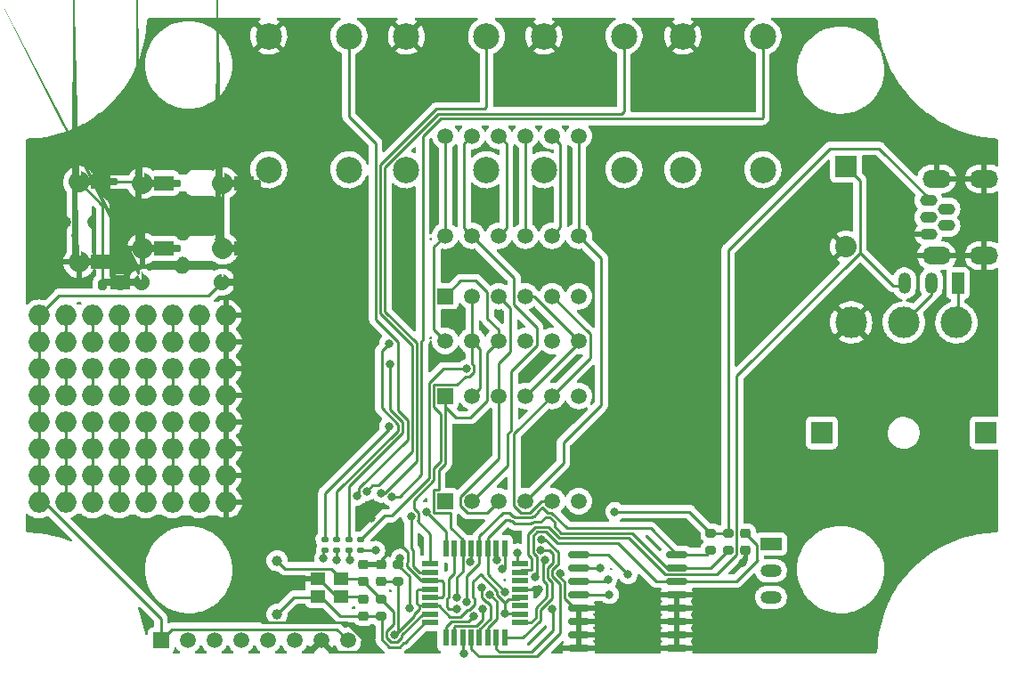
<source format=gbr>
%TF.GenerationSoftware,KiCad,Pcbnew,(6.0.0)*%
%TF.CreationDate,2022-11-14T00:42:39-08:00*%
%TF.ProjectId,digital_clock_v1,64696769-7461-46c5-9f63-6c6f636b5f76,rev?*%
%TF.SameCoordinates,Original*%
%TF.FileFunction,Copper,L1,Top*%
%TF.FilePolarity,Positive*%
%FSLAX46Y46*%
G04 Gerber Fmt 4.6, Leading zero omitted, Abs format (unit mm)*
G04 Created by KiCad (PCBNEW (6.0.0)) date 2022-11-14 00:42:39*
%MOMM*%
%LPD*%
G01*
G04 APERTURE LIST*
G04 Aperture macros list*
%AMRoundRect*
0 Rectangle with rounded corners*
0 $1 Rounding radius*
0 $2 $3 $4 $5 $6 $7 $8 $9 X,Y pos of 4 corners*
0 Add a 4 corners polygon primitive as box body*
4,1,4,$2,$3,$4,$5,$6,$7,$8,$9,$2,$3,0*
0 Add four circle primitives for the rounded corners*
1,1,$1+$1,$2,$3*
1,1,$1+$1,$4,$5*
1,1,$1+$1,$6,$7*
1,1,$1+$1,$8,$9*
0 Add four rect primitives between the rounded corners*
20,1,$1+$1,$2,$3,$4,$5,0*
20,1,$1+$1,$4,$5,$6,$7,0*
20,1,$1+$1,$6,$7,$8,$9,0*
20,1,$1+$1,$8,$9,$2,$3,0*%
%AMFreePoly0*
4,1,54,0.201078,0.979575,0.387516,0.921863,0.559193,0.829038,0.709571,0.704634,0.832921,0.553392,0.924546,0.381070,0.947815,0.304000,1.093000,0.304000,1.093000,0.635000,1.107645,0.670355,1.143000,0.685000,2.921000,0.685000,2.956355,0.670355,2.971000,0.635000,2.971000,0.304000,3.556000,0.304000,3.591355,0.289355,3.606000,0.254000,3.606000,-0.254000,3.591355,-0.289355,
3.556000,-0.304000,2.971000,-0.304000,2.971000,-0.635000,2.956355,-0.670355,2.921000,-0.685000,1.143000,-0.685000,1.107645,-0.670355,1.093000,-0.635000,1.093000,-0.304000,0.947721,-0.304000,0.913545,-0.406737,0.817145,-0.576432,0.689620,-0.724172,0.535827,-0.844328,0.361625,-0.932324,0.173648,-0.984808,-0.020942,-0.999781,-0.214735,-0.976672,-0.400349,-0.916363,-0.570714,-0.821149,
-0.719340,-0.694658,-0.840567,-0.541708,-0.929776,-0.368125,-0.983571,-0.180519,-0.999903,0.013962,-0.978148,0.207912,-0.919135,0.393942,-0.825113,0.564967,-0.699663,0.714473,-0.547563,0.836764,-0.374607,0.927184,-0.187381,0.982287,0.006981,0.999976,0.201078,0.979575,0.201078,0.979575,$1*%
%AMFreePoly1*
4,1,51,0.174003,0.741867,0.334039,0.684881,0.477472,0.593856,0.597174,0.473315,0.687196,0.329249,0.743064,0.168820,0.762000,0.000000,0.761703,-0.021276,0.738060,-0.189502,0.677735,-0.348309,0.583726,-0.489804,0.460705,-0.606956,0.314786,-0.693941,0.153221,-0.746436,-0.015958,-0.761833,-0.184344,-0.739365,-0.343569,-0.680150,-0.485717,-0.587131,-0.603725,-0.464931,-0.691726,-0.319622,
-0.696923,-0.304000,-1.093000,-0.304000,-1.093000,-0.635000,-1.107645,-0.670355,-1.143000,-0.685000,-2.921000,-0.685000,-2.956355,-0.670355,-2.971000,-0.635000,-2.971000,-0.304000,-3.556000,-0.304000,-3.591355,-0.289355,-3.606000,-0.254000,-3.606000,0.254000,-3.591355,0.289355,-3.556000,0.304000,-2.971000,0.304000,-2.971000,0.635000,-2.956355,0.670355,-2.921000,0.685000,-1.143000,0.685000,
-1.107645,0.670355,-1.093000,0.635000,-1.093000,0.304000,-0.695203,0.304000,-0.682532,0.338812,-0.590508,0.481606,-0.469134,0.600464,-0.324444,0.689478,-0.163628,0.744224,0.005320,0.761981,0.174003,0.741867,0.174003,0.741867,$1*%
%AMFreePoly2*
4,1,50,0.174003,0.741867,0.334039,0.684881,0.477472,0.593856,0.597174,0.473315,0.687196,0.329249,0.695989,0.304000,1.093000,0.304000,1.093000,0.635000,1.107645,0.670355,1.143000,0.685000,2.921000,0.685000,2.956355,0.670355,2.971000,0.635000,2.971000,0.304000,3.556000,0.304000,3.591355,0.289355,3.606000,0.254000,3.606000,-0.254000,3.591355,-0.289355,3.556000,-0.304000,
2.971000,-0.304000,2.971000,-0.635000,2.956355,-0.670355,2.921000,-0.685000,1.143000,-0.685000,1.107645,-0.670355,1.093000,-0.635000,1.093000,-0.304000,0.694566,-0.304000,0.677735,-0.348309,0.583726,-0.489804,0.460705,-0.606956,0.314786,-0.693941,0.153221,-0.746436,-0.015958,-0.761833,-0.184344,-0.739365,-0.343569,-0.680150,-0.485717,-0.587131,-0.603725,-0.464931,-0.691726,-0.319622,
-0.745348,-0.158429,-0.761926,0.010639,-0.740634,0.179178,-0.682532,0.338812,-0.590508,0.481606,-0.469134,0.600464,-0.324444,0.689478,-0.163628,0.744224,0.005320,0.761981,0.174003,0.741867,0.174003,0.741867,$1*%
G04 Aperture macros list end*
%TA.AperFunction,ComponentPad*%
%ADD10C,2.500000*%
%TD*%
%TA.AperFunction,SMDPad,CuDef*%
%ADD11RoundRect,0.135000X-0.185000X0.135000X-0.185000X-0.135000X0.185000X-0.135000X0.185000X0.135000X0*%
%TD*%
%TA.AperFunction,SMDPad,CuDef*%
%ADD12RoundRect,0.200000X-0.275000X0.200000X-0.275000X-0.200000X0.275000X-0.200000X0.275000X0.200000X0*%
%TD*%
%TA.AperFunction,SMDPad,CuDef*%
%ADD13RoundRect,0.200000X-0.200000X-0.275000X0.200000X-0.275000X0.200000X0.275000X-0.200000X0.275000X0*%
%TD*%
%TA.AperFunction,SMDPad,CuDef*%
%ADD14RoundRect,0.225000X0.250000X-0.225000X0.250000X0.225000X-0.250000X0.225000X-0.250000X-0.225000X0*%
%TD*%
%TA.AperFunction,SMDPad,CuDef*%
%ADD15RoundRect,0.225000X-0.250000X0.225000X-0.250000X-0.225000X0.250000X-0.225000X0.250000X0.225000X0*%
%TD*%
%TA.AperFunction,ComponentPad*%
%ADD16C,1.500000*%
%TD*%
%TA.AperFunction,ComponentPad*%
%ADD17R,1.500000X1.500000*%
%TD*%
%TA.AperFunction,ComponentPad*%
%ADD18O,2.000000X2.000000*%
%TD*%
%TA.AperFunction,ComponentPad*%
%ADD19C,3.000000*%
%TD*%
%TA.AperFunction,WasherPad*%
%ADD20R,2.000000X2.100000*%
%TD*%
%TA.AperFunction,ComponentPad*%
%ADD21O,1.650000X1.100000*%
%TD*%
%TA.AperFunction,ComponentPad*%
%ADD22O,2.700000X1.700000*%
%TD*%
%TA.AperFunction,ComponentPad*%
%ADD23R,2.032000X2.032000*%
%TD*%
%TA.AperFunction,ComponentPad*%
%ADD24C,2.032000*%
%TD*%
%TA.AperFunction,SMDPad,CuDef*%
%ADD25RoundRect,0.150000X-0.875000X-0.150000X0.875000X-0.150000X0.875000X0.150000X-0.875000X0.150000X0*%
%TD*%
%TA.AperFunction,ComponentPad*%
%ADD26R,1.200000X2.000000*%
%TD*%
%TA.AperFunction,ComponentPad*%
%ADD27O,1.200000X2.000000*%
%TD*%
%TA.AperFunction,ComponentPad*%
%ADD28FreePoly0,0.000000*%
%TD*%
%TA.AperFunction,ComponentPad*%
%ADD29FreePoly0,180.000000*%
%TD*%
%TA.AperFunction,SMDPad,CuDef*%
%ADD30R,1.400000X1.200000*%
%TD*%
%TA.AperFunction,ComponentPad*%
%ADD31FreePoly1,180.000000*%
%TD*%
%TA.AperFunction,ComponentPad*%
%ADD32FreePoly2,180.000000*%
%TD*%
%TA.AperFunction,ComponentPad*%
%ADD33C,1.000000*%
%TD*%
%TA.AperFunction,SMDPad,CuDef*%
%ADD34R,0.550000X1.600000*%
%TD*%
%TA.AperFunction,SMDPad,CuDef*%
%ADD35R,1.600000X0.550000*%
%TD*%
%TA.AperFunction,ComponentPad*%
%ADD36O,2.000000X1.200000*%
%TD*%
%TA.AperFunction,ComponentPad*%
%ADD37R,2.000000X1.200000*%
%TD*%
%TA.AperFunction,ComponentPad*%
%ADD38FreePoly0,270.000000*%
%TD*%
%TA.AperFunction,ComponentPad*%
%ADD39FreePoly0,90.000000*%
%TD*%
%TA.AperFunction,ViaPad*%
%ADD40C,0.800000*%
%TD*%
%TA.AperFunction,Conductor*%
%ADD41C,0.250000*%
%TD*%
G04 APERTURE END LIST*
D10*
%TO.P,S4,1*%
%TO.N,GND*%
X62992000Y-2286000D03*
%TO.P,S4,2*%
%TO.N,/2*%
X70612000Y-2286000D03*
%TO.P,S4,3*%
%TO.N,unconnected-(S4-Pad3)*%
X62992000Y-14986000D03*
%TO.P,S4,4*%
%TO.N,unconnected-(S4-Pad4)*%
X70612000Y-14986000D03*
%TD*%
%TO.P,S3,1*%
%TO.N,GND*%
X49784000Y-2286000D03*
%TO.P,S3,2*%
%TO.N,/A3*%
X57404000Y-2286000D03*
%TO.P,S3,3*%
%TO.N,unconnected-(S3-Pad3)*%
X49784000Y-14986000D03*
%TO.P,S3,4*%
%TO.N,unconnected-(S3-Pad4)*%
X57404000Y-14986000D03*
%TD*%
%TO.P,S2,4*%
%TO.N,unconnected-(S2-Pad4)*%
X44323000Y-14986000D03*
%TO.P,S2,3*%
%TO.N,unconnected-(S2-Pad3)*%
X36703000Y-14986000D03*
%TO.P,S2,2*%
%TO.N,/A2*%
X44323000Y-2286000D03*
%TO.P,S2,1*%
%TO.N,GND*%
X36703000Y-2286000D03*
%TD*%
%TO.P,S1,4*%
%TO.N,unconnected-(S1-Pad4)*%
X31242000Y-14986000D03*
%TO.P,S1,3*%
%TO.N,unconnected-(S1-Pad3)*%
X23622000Y-14986000D03*
%TO.P,S1,2*%
%TO.N,/A1*%
X31242000Y-2286000D03*
%TO.P,S1,1*%
%TO.N,GND*%
X23622000Y-2286000D03*
%TD*%
D11*
%TO.P,R9,1*%
%TO.N,Net-(R9-Pad1)*%
X30099000Y-50163000D03*
%TO.P,R9,2*%
%TO.N,/6(PWM)*%
X30099000Y-51183000D03*
%TD*%
%TO.P,R8,1*%
%TO.N,Net-(R8-Pad1)*%
X31242000Y-50163000D03*
%TO.P,R8,2*%
%TO.N,/9(PWM)*%
X31242000Y-51183000D03*
%TD*%
%TO.P,R7,1*%
%TO.N,Net-(R7-Pad1)*%
X32385000Y-50163000D03*
%TO.P,R7,2*%
%TO.N,/10(PWM-SS)*%
X32385000Y-51183000D03*
%TD*%
%TO.P,R6,1*%
%TO.N,Net-(R6-Pad1)*%
X28956000Y-50163000D03*
%TO.P,R6,2*%
%TO.N,/5(PWM)*%
X28956000Y-51183000D03*
%TD*%
D12*
%TO.P,R5,1*%
%TO.N,Net-(R5-Pad1)*%
X35941000Y-52502000D03*
%TO.P,R5,2*%
%TO.N,VCC*%
X35941000Y-54152000D03*
%TD*%
%TO.P,R4,1*%
%TO.N,VCC*%
X67310000Y-49531000D03*
%TO.P,R4,2*%
%TO.N,/A4(SDA)*%
X67310000Y-51181000D03*
%TD*%
%TO.P,R3,1*%
%TO.N,VCC*%
X65659000Y-49531000D03*
%TO.P,R3,2*%
%TO.N,/A5(SCL)*%
X65659000Y-51181000D03*
%TD*%
%TO.P,R2,1*%
%TO.N,Net-(C6-Pad1)*%
X34290000Y-55804000D03*
%TO.P,R2,2*%
%TO.N,Net-(C7-Pad1)*%
X34290000Y-57454000D03*
%TD*%
D13*
%TO.P,R1,1*%
%TO.N,Net-(C1-Pad2)*%
X7812400Y-25894800D03*
%TO.P,R1,2*%
%TO.N,Net-(D1-Pad1)*%
X9462400Y-25894800D03*
%TD*%
D14*
%TO.P,C7,1*%
%TO.N,Net-(C7-Pad1)*%
X32639000Y-57404000D03*
%TO.P,C7,2*%
%TO.N,GND*%
X32639000Y-55854000D03*
%TD*%
%TO.P,C6,1*%
%TO.N,Net-(C6-Pad1)*%
X32639000Y-54102000D03*
%TO.P,C6,2*%
%TO.N,GND*%
X32639000Y-52552000D03*
%TD*%
D15*
%TO.P,C5,1*%
%TO.N,GND*%
X34290000Y-52552000D03*
%TO.P,C5,2*%
%TO.N,VCC*%
X34290000Y-54102000D03*
%TD*%
D14*
%TO.P,C1,1*%
%TO.N,GND*%
X68961000Y-51131000D03*
%TO.P,C1,2*%
%TO.N,Net-(C1-Pad2)*%
X68961000Y-49581000D03*
%TD*%
D16*
%TO.P,Upsidedown1,12,CA1*%
%TO.N,Net-(R9-Pad1)*%
X40400000Y-31260000D03*
%TO.P,Upsidedown1,11,a*%
%TO.N,/3(PWM)*%
X42940000Y-31260000D03*
%TO.P,Upsidedown1,10,f*%
%TO.N,/0(Rx)*%
X45480000Y-31260000D03*
%TO.P,Upsidedown1,9,CA2*%
%TO.N,Net-(R8-Pad1)*%
X48020000Y-31260000D03*
%TO.P,Upsidedown1,8,CA3*%
%TO.N,Net-(R7-Pad1)*%
X50560000Y-31260000D03*
%TO.P,Upsidedown1,7,b*%
%TO.N,/11(PWM-MOSI)*%
X53100000Y-31260000D03*
%TO.P,Upsidedown1,6,CA4*%
%TO.N,Net-(R6-Pad1)*%
X53100000Y-46500000D03*
%TO.P,Upsidedown1,5,g*%
%TO.N,/7*%
X50560000Y-46500000D03*
%TO.P,Upsidedown1,4,c*%
%TO.N,/8*%
X48020000Y-46500000D03*
%TO.P,Upsidedown1,3,DPX*%
%TO.N,/4*%
X45480000Y-46500000D03*
%TO.P,Upsidedown1,2,d*%
%TO.N,/12(MISO)*%
X42940000Y-46500000D03*
D17*
%TO.P,Upsidedown1,1,e*%
%TO.N,/13(SCK)*%
X40400000Y-46500000D03*
%TD*%
D18*
%TO.P,U6,64*%
%TO.N,GND*%
X19554600Y-28840000D03*
%TO.P,U6,63*%
X19567300Y-31380000D03*
%TO.P,U6,62*%
X19554600Y-33920000D03*
%TO.P,U6,61*%
X19567300Y-36460000D03*
%TO.P,U6,60*%
X19580000Y-39000000D03*
%TO.P,U6,59*%
X19567300Y-41540000D03*
%TO.P,U6,58*%
X19554600Y-44080000D03*
%TO.P,U6,57*%
X19567300Y-46620000D03*
%TO.P,U6,56*%
%TO.N,Net-(U6-Pad55)*%
X17014600Y-28840000D03*
%TO.P,U6,55*%
X17027300Y-31380000D03*
%TO.P,U6,54*%
%TO.N,Net-(U6-Pad53)*%
X17014600Y-33920000D03*
%TO.P,U6,53*%
X17027300Y-36460000D03*
%TO.P,U6,52*%
%TO.N,Net-(U6-Pad49)*%
X17040000Y-39000000D03*
%TO.P,U6,51*%
X17027300Y-41540000D03*
%TO.P,U6,50*%
X17014600Y-44080000D03*
%TO.P,U6,49*%
X17027300Y-46620000D03*
%TO.P,U6,48*%
%TO.N,Net-(U6-Pad47)*%
X14474600Y-28840000D03*
%TO.P,U6,47*%
X14487300Y-31380000D03*
%TO.P,U6,46*%
%TO.N,Net-(U6-Pad45)*%
X14474600Y-33920000D03*
%TO.P,U6,45*%
X14487300Y-36460000D03*
%TO.P,U6,44*%
%TO.N,Net-(U6-Pad41)*%
X14500000Y-39000000D03*
%TO.P,U6,43*%
X14487300Y-41540000D03*
%TO.P,U6,42*%
X14474600Y-44080000D03*
%TO.P,U6,41*%
X14487300Y-46620000D03*
%TO.P,U6,40*%
%TO.N,Net-(U6-Pad39)*%
X11934600Y-28840000D03*
%TO.P,U6,39*%
X11947300Y-31380000D03*
%TO.P,U6,38*%
%TO.N,Net-(U6-Pad37)*%
X11934600Y-33920000D03*
%TO.P,U6,37*%
X11947300Y-36460000D03*
%TO.P,U6,36*%
%TO.N,Net-(U6-Pad33)*%
X11960000Y-39000000D03*
%TO.P,U6,35*%
X11947300Y-41540000D03*
%TO.P,U6,34*%
X11934600Y-44080000D03*
%TO.P,U6,33*%
X11947300Y-46620000D03*
%TO.P,U6,32*%
%TO.N,Net-(U6-Pad31)*%
X9394600Y-28840000D03*
%TO.P,U6,31*%
X9407300Y-31380000D03*
%TO.P,U6,30*%
%TO.N,Net-(U6-Pad29)*%
X9394600Y-33920000D03*
%TO.P,U6,29*%
X9407300Y-36460000D03*
%TO.P,U6,28*%
%TO.N,Net-(U6-Pad25)*%
X9420000Y-39000000D03*
%TO.P,U6,27*%
X9407300Y-41540000D03*
%TO.P,U6,26*%
X9394600Y-44080000D03*
%TO.P,U6,25*%
X9407300Y-46620000D03*
%TO.P,U6,24*%
%TO.N,Net-(U6-Pad23)*%
X6854600Y-28840000D03*
%TO.P,U6,23*%
X6867300Y-31380000D03*
%TO.P,U6,22*%
%TO.N,Net-(U6-Pad21)*%
X6854600Y-33920000D03*
%TO.P,U6,21*%
X6867300Y-36460000D03*
%TO.P,U6,20*%
%TO.N,Net-(U6-Pad17)*%
X6880000Y-39000000D03*
%TO.P,U6,19*%
X6867300Y-41540000D03*
%TO.P,U6,18*%
X6854600Y-44080000D03*
%TO.P,U6,17*%
X6867300Y-46620000D03*
%TO.P,U6,16*%
%TO.N,Net-(U6-Pad15)*%
X4314600Y-28840000D03*
%TO.P,U6,15*%
X4327300Y-31380000D03*
%TO.P,U6,14*%
%TO.N,Net-(U6-Pad13)*%
X4314600Y-33920000D03*
%TO.P,U6,13*%
X4327300Y-36460000D03*
%TO.P,U6,12*%
%TO.N,Net-(U6-Pad10)*%
X4340000Y-39000000D03*
%TO.P,U6,11*%
X4327300Y-41540000D03*
%TO.P,U6,10*%
X4314600Y-44080000D03*
%TO.P,U6,9*%
X4327300Y-46620000D03*
%TO.P,U6,8*%
%TO.N,VCC*%
X1774600Y-28840000D03*
%TO.P,U6,7*%
X1787300Y-31380000D03*
%TO.P,U6,6*%
X1774600Y-33920000D03*
%TO.P,U6,5*%
X1787300Y-36460000D03*
%TO.P,U6,4*%
X1800000Y-39000000D03*
%TO.P,U6,3*%
X1787300Y-41540000D03*
%TO.P,U6,2*%
X1774600Y-44080000D03*
%TO.P,U6,1*%
X1787300Y-46620000D03*
%TD*%
D17*
%TO.P,U5,1,e*%
%TO.N,/0(Rx)*%
X40400000Y-27000000D03*
D16*
%TO.P,U5,2,d*%
%TO.N,/3(PWM)*%
X42940000Y-27000000D03*
%TO.P,U5,3,DPX*%
%TO.N,/4*%
X45480000Y-27000000D03*
%TO.P,U5,4,c*%
%TO.N,/11(PWM-MOSI)*%
X48020000Y-27000000D03*
%TO.P,U5,5,g*%
%TO.N,/7*%
X50560000Y-27000000D03*
%TO.P,U5,6,CA4*%
%TO.N,Net-(R6-Pad1)*%
X53100000Y-27000000D03*
%TO.P,U5,7,b*%
%TO.N,/8*%
X53100000Y-11760000D03*
%TO.P,U5,8,CA3*%
%TO.N,Net-(R7-Pad1)*%
X50560000Y-11760000D03*
%TO.P,U5,9,CA2*%
%TO.N,Net-(R8-Pad1)*%
X48020000Y-11760000D03*
%TO.P,U5,10,f*%
%TO.N,/13(SCK)*%
X45480000Y-11760000D03*
%TO.P,U5,11,a*%
%TO.N,/12(MISO)*%
X42940000Y-11760000D03*
%TO.P,U5,12,CA1*%
%TO.N,Net-(R9-Pad1)*%
X40400000Y-11760000D03*
%TD*%
D19*
%TO.P,S9,3,C*%
%TO.N,GND*%
X79000000Y-29500000D03*
%TO.P,S9,2,B*%
%TO.N,Net-(S9-Pad2)*%
X84000000Y-29500000D03*
%TO.P,S9,1,A*%
%TO.N,Net-(S9-Pad1)*%
X89000000Y-29500000D03*
D20*
%TO.P,S9,*%
%TO.N,*%
X76200000Y-40000000D03*
X91800000Y-40000000D03*
%TD*%
D21*
%TO.P,J1,1,GND*%
%TO.N,GND*%
X86350000Y-21100000D03*
%TO.P,J1,2,ID*%
%TO.N,unconnected-(J1-Pad2)*%
X88050000Y-20300000D03*
%TO.P,J1,3,D+*%
%TO.N,unconnected-(J1-Pad3)*%
X86350000Y-19500000D03*
%TO.P,J1,4,D-*%
%TO.N,unconnected-(J1-Pad4)*%
X88050000Y-18700000D03*
%TO.P,J1,5,VBUS*%
%TO.N,VCC*%
X86350000Y-17900000D03*
D22*
%TO.P,J1,6,Shield*%
%TO.N,GND*%
X91650000Y-15850000D03*
X87139280Y-23150000D03*
X87139280Y-15850000D03*
X91650000Y-23150000D03*
%TD*%
D23*
%TO.P,BZ1,1,-*%
%TO.N,/A0*%
X78500000Y-14690000D03*
D24*
%TO.P,BZ1,2,+*%
%TO.N,GND*%
X78500000Y-22310000D03*
%TD*%
D17*
%TO.P,T2,1,1*%
%TO.N,VCC*%
X13360000Y-59750000D03*
D16*
%TO.P,T2,2,2*%
%TO.N,/A5(SCL)*%
X15900000Y-59750000D03*
%TO.P,T2,3,3*%
%TO.N,/A4(SDA)*%
X18440000Y-59750000D03*
%TO.P,T2,4,4*%
%TO.N,Net-(R5-Pad1)*%
X20980000Y-59750000D03*
%TO.P,T2,5,5*%
%TO.N,/0(Rx)*%
X23520000Y-59750000D03*
%TO.P,T2,6,6*%
%TO.N,/1(Tx)*%
X26060000Y-59750000D03*
%TO.P,T2,7,7*%
%TO.N,GND*%
X28600000Y-59750000D03*
%TO.P,T2,8,8*%
%TO.N,VCC*%
X31140000Y-59750000D03*
%TD*%
D25*
%TO.P,U1,1,32kHz*%
%TO.N,Net-(T1-Pad1)*%
X53100000Y-51555000D03*
%TO.P,U1,2,VCC*%
%TO.N,VCC*%
X53100000Y-52825000D03*
%TO.P,U1,3,!INT/SQW*%
%TO.N,Net-(T1-Pad2)*%
X53100000Y-54095000D03*
%TO.P,U1,4,!RST*%
%TO.N,Net-(T1-Pad3)*%
X53100000Y-55365000D03*
%TO.P,U1,5,GND*%
%TO.N,GND*%
X53100000Y-56635000D03*
%TO.P,U1,6,GND*%
X53100000Y-57905000D03*
%TO.P,U1,7,GND*%
X53100000Y-59175000D03*
%TO.P,U1,8,GND*%
X53100000Y-60445000D03*
%TO.P,U1,9,GND*%
X62400000Y-60445000D03*
%TO.P,U1,10,GND*%
X62400000Y-59175000D03*
%TO.P,U1,11,GND*%
X62400000Y-57905000D03*
%TO.P,U1,12,GND*%
X62400000Y-56635000D03*
%TO.P,U1,13,GND*%
X62400000Y-55365000D03*
%TO.P,U1,14,VBAT*%
%TO.N,Net-(C1-Pad2)*%
X62400000Y-54095000D03*
%TO.P,U1,15,SDA*%
%TO.N,/A4(SDA)*%
X62400000Y-52825000D03*
%TO.P,U1,16,SCL*%
%TO.N,/A5(SCL)*%
X62400000Y-51555000D03*
%TD*%
D26*
%TO.P,T3,1,1*%
%TO.N,Net-(S9-Pad1)*%
X89154000Y-25781000D03*
D27*
%TO.P,T3,2,2*%
%TO.N,Net-(S9-Pad2)*%
X86614000Y-25781000D03*
%TO.P,T3,3,3*%
%TO.N,/A0*%
X84074000Y-25781000D03*
%TD*%
D28*
%TO.P,C3,1,+*%
%TO.N,Net-(C1-Pad2)*%
X11634600Y-16242800D03*
D29*
%TO.P,C3,2,-*%
%TO.N,Net-(C3-Pad2)*%
X19254600Y-16242800D03*
%TD*%
D30*
%TO.P,Y1,1,OSC1*%
%TO.N,Net-(C7-Pad1)*%
X28307200Y-55546000D03*
%TO.P,Y1,2,GND*%
%TO.N,GND*%
X30507200Y-55546000D03*
%TO.P,Y1,3,OSC2*%
%TO.N,Net-(C6-Pad1)*%
X30507200Y-53846000D03*
%TO.P,Y1,4,GND*%
%TO.N,GND*%
X28307200Y-53846000D03*
%TD*%
D29*
%TO.P,C4,1,+*%
%TO.N,Net-(C3-Pad2)*%
X19254600Y-22479000D03*
D28*
%TO.P,C4,2,-*%
%TO.N,GND*%
X11634600Y-22479000D03*
%TD*%
D31*
%TO.P,D1,1,K*%
%TO.N,Net-(D1-Pad1)*%
X11557000Y-25654000D03*
D32*
%TO.P,D1,2,A*%
%TO.N,VCC*%
X19177000Y-25654000D03*
%TD*%
D33*
%TO.P,Y2,1,1*%
%TO.N,Net-(C6-Pad1)*%
X24407200Y-52156000D03*
%TO.P,Y2,2,2*%
%TO.N,Net-(C7-Pad1)*%
X24407200Y-57236000D03*
%TD*%
D34*
%TO.P,U4,32,PD2*%
%TO.N,/2*%
X40450000Y-51000000D03*
%TO.P,U4,31,PD1*%
%TO.N,/1(Tx)*%
X41250000Y-51000000D03*
%TO.P,U4,30,PD0*%
%TO.N,/0(Rx)*%
X42050000Y-51000000D03*
%TO.P,U4,29,~{RESET}/PC6*%
%TO.N,Net-(R5-Pad1)*%
X42850000Y-51000000D03*
%TO.P,U4,28,PC5*%
%TO.N,/A5(SCL)*%
X43650000Y-51000000D03*
%TO.P,U4,27,PC4*%
%TO.N,/A4(SDA)*%
X44450000Y-51000000D03*
%TO.P,U4,26,PC3*%
%TO.N,/A3*%
X45250000Y-51000000D03*
%TO.P,U4,25,PC2*%
%TO.N,/A2*%
X46050000Y-51000000D03*
D35*
%TO.P,U4,24,PC1*%
%TO.N,/A1*%
X47500000Y-52450000D03*
%TO.P,U4,23,PC0*%
%TO.N,/A0*%
X47500000Y-53250000D03*
%TO.P,U4,22,ADC7*%
%TO.N,unconnected-(U4-Pad22)*%
X47500000Y-54050000D03*
%TO.P,U4,21,GND*%
%TO.N,GND*%
X47500000Y-54850000D03*
%TO.P,U4,20,AREF*%
%TO.N,VCC*%
X47500000Y-55650000D03*
%TO.P,U4,19,ADC6*%
%TO.N,unconnected-(U4-Pad19)*%
X47500000Y-56450000D03*
%TO.P,U4,18,AVCC*%
%TO.N,VCC*%
X47500000Y-57250000D03*
%TO.P,U4,17,PB5*%
%TO.N,/13(SCK)*%
X47500000Y-58050000D03*
D34*
%TO.P,U4,16,PB4*%
%TO.N,/12(MISO)*%
X46050000Y-59500000D03*
%TO.P,U4,15,PB3*%
%TO.N,/11(PWM-MOSI)*%
X45250000Y-59500000D03*
%TO.P,U4,14,PB2*%
%TO.N,/10(PWM-SS)*%
X44450000Y-59500000D03*
%TO.P,U4,13,PB1*%
%TO.N,/9(PWM)*%
X43650000Y-59500000D03*
%TO.P,U4,12,PB0*%
%TO.N,/8*%
X42850000Y-59500000D03*
%TO.P,U4,11,PD7*%
%TO.N,/7*%
X42050000Y-59500000D03*
%TO.P,U4,10,PD6*%
%TO.N,/6(PWM)*%
X41250000Y-59500000D03*
%TO.P,U4,9,PD5*%
%TO.N,/5(PWM)*%
X40450000Y-59500000D03*
D35*
%TO.P,U4,8,XTAL2/PB7*%
%TO.N,Net-(C7-Pad1)*%
X39000000Y-58050000D03*
%TO.P,U4,7,XTAL1/PB6*%
%TO.N,Net-(C6-Pad1)*%
X39000000Y-57250000D03*
%TO.P,U4,6,VCC*%
%TO.N,VCC*%
X39000000Y-56450000D03*
%TO.P,U4,5,GND*%
%TO.N,GND*%
X39000000Y-55650000D03*
%TO.P,U4,4,VCC*%
%TO.N,VCC*%
X39000000Y-54850000D03*
%TO.P,U4,3,GND*%
%TO.N,GND*%
X39000000Y-54050000D03*
%TO.P,U4,2,PD4*%
%TO.N,/4*%
X39000000Y-53250000D03*
%TO.P,U4,1,PD3*%
%TO.N,/3(PWM)*%
X39000000Y-52450000D03*
%TD*%
D36*
%TO.P,T1,3,3*%
%TO.N,Net-(T1-Pad3)*%
X71374000Y-55652500D03*
%TO.P,T1,2,2*%
%TO.N,Net-(T1-Pad2)*%
X71374000Y-53112500D03*
D37*
%TO.P,T1,1,1*%
%TO.N,Net-(T1-Pad1)*%
X71374000Y-50572500D03*
%TD*%
D38*
%TO.P,C2,1,+*%
%TO.N,Net-(C1-Pad2)*%
X5589400Y-16141200D03*
D39*
%TO.P,C2,2,-*%
%TO.N,GND*%
X5589400Y-23761200D03*
%TD*%
D17*
%TO.P,U3,1,e*%
%TO.N,/0(Rx)*%
X40400000Y-36500000D03*
D16*
%TO.P,U3,2,d*%
%TO.N,/3(PWM)*%
X42940000Y-36500000D03*
%TO.P,U3,3,DPX*%
%TO.N,/4*%
X45480000Y-36500000D03*
%TO.P,U3,4,c*%
%TO.N,/11(PWM-MOSI)*%
X48020000Y-36500000D03*
%TO.P,U3,5,g*%
%TO.N,/7*%
X50560000Y-36500000D03*
%TO.P,U3,6,CA4*%
%TO.N,Net-(R6-Pad1)*%
X53100000Y-36500000D03*
%TO.P,U3,7,b*%
%TO.N,/8*%
X53100000Y-21260000D03*
%TO.P,U3,8,CA3*%
%TO.N,Net-(R7-Pad1)*%
X50560000Y-21260000D03*
%TO.P,U3,9,CA2*%
%TO.N,Net-(R8-Pad1)*%
X48020000Y-21260000D03*
%TO.P,U3,10,f*%
%TO.N,/13(SCK)*%
X45480000Y-21260000D03*
%TO.P,U3,11,a*%
%TO.N,/12(MISO)*%
X42940000Y-21260000D03*
%TO.P,U3,12,CA1*%
%TO.N,Net-(R9-Pad1)*%
X40400000Y-21260000D03*
%TD*%
D40*
%TO.N,GND*%
X34671000Y-49911000D03*
X33381632Y-48141769D03*
X33147000Y-60325000D03*
X51308000Y-53340000D03*
X49276000Y-54864000D03*
X68707000Y-52324000D03*
%TO.N,Net-(T1-Pad3)*%
X56007000Y-55372000D03*
%TO.N,Net-(T1-Pad2)*%
X55860459Y-53922989D03*
%TO.N,Net-(T1-Pad1)*%
X57785000Y-53467000D03*
%TO.N,VCC*%
X35560000Y-59182000D03*
X46101000Y-57150000D03*
X55118000Y-52832000D03*
X56515000Y-47498000D03*
%TO.N,Net-(R5-Pad1)*%
X36989164Y-56676511D03*
%TO.N,Net-(R6-Pad1)*%
X35052000Y-39370000D03*
%TO.N,Net-(R9-Pad1)*%
X35052000Y-31496000D03*
%TO.N,Net-(R8-Pad1)*%
X35141500Y-33455288D03*
%TO.N,Net-(R7-Pad1)*%
X42418000Y-33909000D03*
%TO.N,/0(Rx)*%
X41529004Y-55626000D03*
%TO.N,/5(PWM)*%
X28829000Y-51943000D03*
X43121655Y-57405098D03*
%TO.N,/4*%
X37159147Y-47943437D03*
%TO.N,/A5(SCL)*%
X42421036Y-56076871D03*
%TO.N,/6(PWM)*%
X30099000Y-52070000D03*
X43958573Y-56712776D03*
%TO.N,/9(PWM)*%
X43841742Y-54730181D03*
X31369000Y-52070000D03*
%TO.N,/10(PWM-SS)*%
X33782000Y-51181000D03*
X44615942Y-55362336D03*
%TO.N,/11(PWM-MOSI)*%
X50532324Y-56791979D03*
%TO.N,/8*%
X49530530Y-50148250D03*
%TO.N,/12(MISO)*%
X49497271Y-51147199D03*
%TO.N,/13(SCK)*%
X49902011Y-52061087D03*
%TO.N,Net-(C1-Pad2)*%
X48959977Y-53680119D03*
%TO.N,/A1*%
X47244000Y-51435000D03*
X32004000Y-46011500D03*
%TO.N,/A2*%
X32916887Y-45561989D03*
X45847000Y-52959000D03*
%TO.N,/A3*%
X34311250Y-45731243D03*
X45270056Y-52125943D03*
%TO.N,/A4(SDA)*%
X46097360Y-55105761D03*
%TO.N,/2*%
X35319080Y-46100698D03*
X38594835Y-47505084D03*
%TO.N,Net-(R5-Pad1)*%
X36111387Y-51942999D03*
X42807394Y-52239055D03*
%TO.N,/1(Tx)*%
X41537430Y-56751967D03*
%TO.N,/7*%
X42164000Y-60960000D03*
%TD*%
D41*
%TO.N,/2*%
X36059704Y-46100698D02*
X35319080Y-46100698D01*
X38277511Y-31163783D02*
X38151055Y-31290239D01*
X38277511Y-11761897D02*
X38277511Y-31163783D01*
X39932886Y-10106522D02*
X38277511Y-11761897D01*
X38151055Y-31290239D02*
X38151055Y-44009347D01*
X70538478Y-10106522D02*
X39932886Y-10106522D01*
X38151055Y-44009347D02*
X36059704Y-46100698D01*
X70612000Y-10033000D02*
X70538478Y-10106522D01*
X70612000Y-2286000D02*
X70612000Y-10033000D01*
%TO.N,/A3*%
X57404000Y-9398000D02*
X57404000Y-2286000D01*
X39746693Y-9657011D02*
X57144989Y-9657011D01*
X34678979Y-14724725D02*
X39746693Y-9657011D01*
X37701542Y-42691059D02*
X37701542Y-31476430D01*
X34661358Y-45731243D02*
X37701542Y-42691059D01*
X34678980Y-28453868D02*
X34678979Y-14724725D01*
X57144989Y-9657011D02*
X57404000Y-9398000D01*
X37701542Y-31476430D02*
X34678980Y-28453868D01*
X34311250Y-45731243D02*
X34661358Y-45731243D01*
%TO.N,/A2*%
X33461991Y-45016885D02*
X32916887Y-45561989D01*
X34017047Y-45016885D02*
X33461991Y-45016885D01*
X37252032Y-31662624D02*
X37252032Y-41781900D01*
X34229468Y-14538532D02*
X34229468Y-28640060D01*
X39560500Y-9207500D02*
X34229468Y-14538532D01*
X44132500Y-9207500D02*
X39560500Y-9207500D01*
X34229468Y-28640060D02*
X37252032Y-31662624D01*
X44323000Y-2286000D02*
X44323000Y-9017000D01*
X44323000Y-9017000D02*
X44132500Y-9207500D01*
X37252032Y-41781900D02*
X34017047Y-45016885D01*
%TO.N,/A1*%
X31242000Y-9906000D02*
X33779957Y-12443957D01*
X31242000Y-2286000D02*
X31242000Y-9906000D01*
%TO.N,VCC*%
X13360000Y-57683000D02*
X13360000Y-59750000D01*
X2297000Y-46620000D02*
X13360000Y-57683000D01*
X1787300Y-46620000D02*
X2297000Y-46620000D01*
%TO.N,Net-(C3-Pad2)*%
X19254600Y-16242800D02*
X19254600Y-22479000D01*
%TO.N,Net-(D1-Pad1)*%
X9703200Y-25654000D02*
X9462400Y-25894800D01*
X11557000Y-25654000D02*
X9703200Y-25654000D01*
%TO.N,GND*%
X22606000Y-57658000D02*
X22606000Y-55880000D01*
X22606000Y-55880000D02*
X24640000Y-53846000D01*
X30970100Y-58060511D02*
X23008511Y-58060511D01*
X33147000Y-60325000D02*
X33147000Y-60237411D01*
X33147000Y-60237411D02*
X30970100Y-58060511D01*
X23008511Y-58060511D02*
X22606000Y-57658000D01*
X24640000Y-53846000D02*
X28307200Y-53846000D01*
%TO.N,Net-(R7-Pad1)*%
X40206274Y-33909000D02*
X42418000Y-33909000D01*
X38875978Y-44309025D02*
X38875978Y-35239296D01*
X38875978Y-35239296D02*
X40206274Y-33909000D01*
X35306003Y-47879000D02*
X38875978Y-44309025D01*
X34669000Y-47879000D02*
X35306003Y-47879000D01*
X32385000Y-50163000D02*
X34669000Y-47879000D01*
%TO.N,/A1*%
X32192386Y-45823114D02*
X32004000Y-46011500D01*
X32192386Y-45261890D02*
X32192386Y-45823114D01*
X36802522Y-40651754D02*
X32192386Y-45261890D01*
X35892531Y-37914523D02*
X36802522Y-38824514D01*
X35892531Y-31311931D02*
X35892531Y-37914523D01*
X33779957Y-29199357D02*
X35892531Y-31311931D01*
X36802522Y-38824514D02*
X36802522Y-40651754D01*
X33779957Y-12443957D02*
X33779957Y-29199357D01*
%TO.N,/2*%
X40450000Y-49360249D02*
X38594835Y-47505084D01*
X40450000Y-51000000D02*
X40450000Y-49360249D01*
%TO.N,/3(PWM)*%
X42940000Y-33406400D02*
X42940000Y-31260000D01*
X42718099Y-34633501D02*
X43142501Y-34209099D01*
X42329203Y-34633501D02*
X42718099Y-34633501D01*
X41537215Y-35425489D02*
X42329203Y-34633501D01*
X39325489Y-35425489D02*
X41537215Y-35425489D01*
X39325489Y-37574511D02*
X39325489Y-35425489D01*
X39950480Y-38199502D02*
X39325489Y-37574511D01*
X39950480Y-42725802D02*
X39950480Y-38199502D01*
X39325489Y-44495215D02*
X39325489Y-43350792D01*
X37406510Y-46414194D02*
X39325489Y-44495215D01*
X37459246Y-47218936D02*
X37406510Y-47218936D01*
X37883648Y-47643338D02*
X37459246Y-47218936D01*
X37883648Y-48243536D02*
X37883648Y-47643338D01*
X37739248Y-48387936D02*
X37883648Y-48243536D01*
X39000000Y-49648688D02*
X37739248Y-48387936D01*
X39000000Y-52450000D02*
X39000000Y-49648688D01*
%TO.N,/4*%
X37369011Y-52669011D02*
X37369011Y-51202707D01*
X39000000Y-53250000D02*
X37950000Y-53250000D01*
X37950000Y-53250000D02*
X37369011Y-52669011D01*
%TO.N,/3(PWM)*%
X43142501Y-33608901D02*
X42940000Y-33406400D01*
%TO.N,/4*%
X37159147Y-50992843D02*
X37159147Y-47943437D01*
%TO.N,/3(PWM)*%
X43142501Y-34209099D02*
X43142501Y-33608901D01*
X37406510Y-47218936D02*
X37406510Y-46414194D01*
X39325489Y-43350792D02*
X39950480Y-42725802D01*
%TO.N,/4*%
X37369011Y-51202707D02*
X37159147Y-50992843D01*
%TO.N,GND*%
X34290000Y-52061400D02*
X34290000Y-52552000D01*
X35640901Y-50710499D02*
X34290000Y-52061400D01*
X36241099Y-50710499D02*
X35640901Y-50710499D01*
X36835888Y-51305288D02*
X36241099Y-50710499D01*
X36835888Y-52243098D02*
X36835888Y-51305288D01*
X36740521Y-52338465D02*
X36835888Y-52243098D01*
X38075978Y-54050000D02*
X36740521Y-52714543D01*
X39000000Y-54050000D02*
X38075978Y-54050000D01*
%TO.N,Net-(R5-Pad1)*%
X35941000Y-52113386D02*
X36111387Y-51942999D01*
X35941000Y-52502000D02*
X35941000Y-52113386D01*
%TO.N,GND*%
X36740521Y-52714543D02*
X36740521Y-52338465D01*
%TO.N,Net-(R5-Pad1)*%
X36111387Y-52749091D02*
X36111387Y-51942999D01*
X36989164Y-56676511D02*
X36989164Y-53626868D01*
X36989164Y-53626868D02*
X36111387Y-52749091D01*
%TO.N,Net-(C6-Pad1)*%
X32639000Y-54102000D02*
X32639000Y-54153000D01*
X32639000Y-54153000D02*
X34290000Y-55804000D01*
%TO.N,Net-(U6-Pad55)*%
X17014600Y-31367300D02*
X17027300Y-31380000D01*
X17014600Y-28840000D02*
X17014600Y-31367300D01*
%TO.N,Net-(U6-Pad47)*%
X14487300Y-28852700D02*
X14474600Y-28840000D01*
X14487300Y-31380000D02*
X14487300Y-28852700D01*
%TO.N,Net-(U6-Pad39)*%
X11934600Y-31367300D02*
X11947300Y-31380000D01*
X11934600Y-28840000D02*
X11934600Y-31367300D01*
%TO.N,Net-(U6-Pad31)*%
X9407300Y-28852700D02*
X9394600Y-28840000D01*
X9407300Y-31380000D02*
X9407300Y-28852700D01*
%TO.N,Net-(U6-Pad29)*%
X9407300Y-33932700D02*
X9394600Y-33920000D01*
X9407300Y-36460000D02*
X9407300Y-33932700D01*
%TO.N,Net-(U6-Pad37)*%
X11934600Y-36447300D02*
X11947300Y-36460000D01*
X11934600Y-33920000D02*
X11934600Y-36447300D01*
%TO.N,Net-(U6-Pad45)*%
X14487300Y-36460000D02*
X14487300Y-33932700D01*
X14487300Y-33932700D02*
X14474600Y-33920000D01*
%TO.N,Net-(U6-Pad53)*%
X17014600Y-33920000D02*
X17014600Y-36447300D01*
X17014600Y-36447300D02*
X17027300Y-36460000D01*
%TO.N,Net-(U6-Pad49)*%
X17040000Y-46607300D02*
X17027300Y-46620000D01*
X17040000Y-39000000D02*
X17040000Y-46607300D01*
%TO.N,Net-(U6-Pad41)*%
X14500000Y-46607300D02*
X14487300Y-46620000D01*
X14500000Y-39000000D02*
X14500000Y-46607300D01*
%TO.N,Net-(U6-Pad33)*%
X11960000Y-46607300D02*
X11947300Y-46620000D01*
X11960000Y-39000000D02*
X11960000Y-46607300D01*
%TO.N,Net-(U6-Pad25)*%
X9407300Y-39012700D02*
X9420000Y-39000000D01*
X9407300Y-46620000D02*
X9407300Y-39012700D01*
%TO.N,Net-(U6-Pad17)*%
X6854600Y-46607300D02*
X6867300Y-46620000D01*
X6854600Y-44080000D02*
X6854600Y-46607300D01*
X6867300Y-44067300D02*
X6854600Y-44080000D01*
X6867300Y-41540000D02*
X6867300Y-44067300D01*
X6880000Y-41527300D02*
X6867300Y-41540000D01*
X6880000Y-39000000D02*
X6880000Y-41527300D01*
%TO.N,Net-(U6-Pad21)*%
X6854600Y-36447300D02*
X6867300Y-36460000D01*
X6854600Y-33920000D02*
X6854600Y-36447300D01*
%TO.N,Net-(U6-Pad23)*%
X6854600Y-31367300D02*
X6867300Y-31380000D01*
X6854600Y-28840000D02*
X6854600Y-31367300D01*
%TO.N,Net-(U6-Pad10)*%
X4314600Y-41552700D02*
X4327300Y-41540000D01*
X4314600Y-44080000D02*
X4314600Y-41552700D01*
X4327300Y-46620000D02*
X4327300Y-44092700D01*
X4327300Y-44092700D02*
X4314600Y-44080000D01*
X4340000Y-39000000D02*
X4340000Y-41527300D01*
X4340000Y-41527300D02*
X4327300Y-41540000D01*
%TO.N,Net-(U6-Pad13)*%
X4314600Y-36447300D02*
X4327300Y-36460000D01*
X4314600Y-33920000D02*
X4314600Y-36447300D01*
%TO.N,Net-(U6-Pad15)*%
X4314600Y-31367300D02*
X4327300Y-31380000D01*
X4314600Y-28840000D02*
X4314600Y-31367300D01*
%TO.N,Net-(C7-Pad1)*%
X32689000Y-57454000D02*
X32639000Y-57404000D01*
X34290000Y-57454000D02*
X32689000Y-57454000D01*
X28558178Y-55546000D02*
X28307200Y-55546000D01*
X30416178Y-57404000D02*
X28558178Y-55546000D01*
X32639000Y-57404000D02*
X30416178Y-57404000D01*
X28227200Y-55626000D02*
X26017200Y-55626000D01*
X26017200Y-55626000D02*
X24407200Y-57236000D01*
X28307200Y-55546000D02*
X28227200Y-55626000D01*
%TO.N,GND*%
X32647489Y-60824511D02*
X33147000Y-60325000D01*
X29674511Y-60824511D02*
X32647489Y-60824511D01*
X28600000Y-59750000D02*
X29674511Y-60824511D01*
X40050000Y-55650000D02*
X39000000Y-55650000D01*
X40259000Y-55441000D02*
X40050000Y-55650000D01*
X40259000Y-54229000D02*
X40259000Y-55441000D01*
X40080000Y-54050000D02*
X40259000Y-54229000D01*
X39000000Y-54050000D02*
X40080000Y-54050000D01*
%TO.N,/1(Tx)*%
X40743817Y-56751967D02*
X41537430Y-56751967D01*
X40708510Y-55627194D02*
X40574022Y-55761682D01*
X40574022Y-56582172D02*
X40743817Y-56751967D01*
X40574022Y-55761682D02*
X40574022Y-56582172D01*
X40708510Y-53907194D02*
X40708510Y-55627194D01*
X41250000Y-53365704D02*
X40708510Y-53907194D01*
X41250000Y-51000000D02*
X41250000Y-53365704D01*
%TO.N,/5(PWM)*%
X42597188Y-57925978D02*
X43111367Y-57411799D01*
X40974022Y-57925978D02*
X42597188Y-57925978D01*
X40450000Y-58450000D02*
X40974022Y-57925978D01*
X40450000Y-59500000D02*
X40450000Y-58450000D01*
%TO.N,VCC*%
X46101000Y-56134000D02*
X46101000Y-57150000D01*
X45340443Y-55373443D02*
X46101000Y-56134000D01*
X45340443Y-55062237D02*
X45340443Y-55373443D01*
X43745206Y-53467000D02*
X45340443Y-55062237D01*
X43744241Y-53467000D02*
X43745206Y-53467000D01*
X43045676Y-54165565D02*
X43744241Y-53467000D01*
X43045676Y-55646223D02*
X43045676Y-54165565D01*
X43155643Y-55756190D02*
X43045676Y-55646223D01*
X43155643Y-56366864D02*
X43155643Y-55756190D01*
X42721135Y-56801372D02*
X43155643Y-56366864D01*
X41837533Y-57476467D02*
X42512628Y-56801372D01*
X40832613Y-57476467D02*
X41837533Y-57476467D01*
X39806146Y-56450000D02*
X40832613Y-57476467D01*
X39000000Y-56450000D02*
X39806146Y-56450000D01*
%TO.N,/A5(SCL)*%
X42421036Y-53650013D02*
X42421036Y-56076871D01*
X43650000Y-52421049D02*
X42421036Y-53650013D01*
X43650000Y-51000000D02*
X43650000Y-52421049D01*
%TO.N,/0(Rx)*%
X41529004Y-53722404D02*
X41529004Y-55626000D01*
%TO.N,/10(PWM-SS)*%
X44450000Y-58545582D02*
X45270490Y-57725092D01*
X44450000Y-59500000D02*
X44450000Y-58545582D01*
%TO.N,/0(Rx)*%
X42050000Y-51000000D02*
X42050000Y-53201408D01*
%TO.N,/9(PWM)*%
X43841742Y-55616301D02*
X43841742Y-54730181D01*
X44344663Y-56072870D02*
X44298311Y-56072870D01*
X44683558Y-56411765D02*
X44344663Y-56072870D01*
X43650000Y-58709878D02*
X44683558Y-57676320D01*
%TO.N,VCC*%
X42512628Y-56801372D02*
X42721135Y-56801372D01*
%TO.N,/9(PWM)*%
X43650000Y-59500000D02*
X43650000Y-58709878D01*
%TO.N,/10(PWM-SS)*%
X45270490Y-57725092D02*
X45270490Y-56016884D01*
%TO.N,/9(PWM)*%
X44298311Y-56072870D02*
X43841742Y-55616301D01*
X44683558Y-57676320D02*
X44683558Y-56411765D01*
%TO.N,/0(Rx)*%
X42050000Y-53201408D02*
X41529004Y-53722404D01*
%TO.N,/10(PWM-SS)*%
X45270490Y-56016884D02*
X44615942Y-55362336D01*
%TO.N,/6(PWM)*%
X43958573Y-57765601D02*
X43958573Y-56712776D01*
X41324511Y-58375489D02*
X43348685Y-58375489D01*
X41250000Y-58450000D02*
X41324511Y-58375489D01*
X41250000Y-59500000D02*
X41250000Y-58450000D01*
X43348685Y-58375489D02*
X43958573Y-57765601D01*
%TO.N,GND*%
X51181000Y-53213000D02*
X51308000Y-53340000D01*
%TO.N,Net-(C1-Pad2)*%
X49080490Y-53559605D02*
X48959977Y-53680118D01*
X49080490Y-51764452D02*
X49080490Y-53559605D01*
X48772770Y-51456732D02*
X49080490Y-51764452D01*
X48772770Y-49782045D02*
X48772770Y-51456732D01*
X49131773Y-49423042D02*
X48772770Y-49782045D01*
X49998747Y-49423042D02*
X49131773Y-49423042D01*
X56827490Y-50477490D02*
X51053195Y-50477490D01*
X62400000Y-54095000D02*
X60445000Y-54095000D01*
%TO.N,/8*%
X49903554Y-50148250D02*
X49530530Y-50148250D01*
X51112490Y-51357186D02*
X49903554Y-50148250D01*
X51112490Y-52518806D02*
X51112490Y-51357186D01*
X51015797Y-52615499D02*
X51112490Y-52518806D01*
X51007901Y-52615499D02*
X51015797Y-52615499D01*
X50583499Y-53039901D02*
X51007901Y-52615499D01*
X50583499Y-53640099D02*
X50583499Y-53039901D01*
X51007901Y-54064501D02*
X50583499Y-53640099D01*
X51015797Y-54064501D02*
X51007901Y-54064501D01*
X51300969Y-59062031D02*
X51300969Y-54349673D01*
X49080490Y-61282510D02*
X51300969Y-59062031D01*
X43582510Y-61282510D02*
X49080490Y-61282510D01*
X42850000Y-60550000D02*
X43582510Y-61282510D01*
X42850000Y-59500000D02*
X42850000Y-60550000D01*
%TO.N,/12(MISO)*%
X50662980Y-51543380D02*
X50266799Y-51147199D01*
X50662979Y-52324717D02*
X50662980Y-51543380D01*
X50133988Y-53826292D02*
X50133989Y-53453905D01*
X50535980Y-54228284D02*
X50133988Y-53826292D01*
X50535980Y-55763724D02*
X50535980Y-54228284D01*
X49441345Y-56858359D02*
X50535980Y-55763724D01*
X49441345Y-57832677D02*
X49441345Y-56858359D01*
X50133989Y-53453905D02*
X50133989Y-52853707D01*
%TO.N,Net-(C1-Pad2)*%
X51053195Y-50477490D02*
X49998747Y-49423042D01*
%TO.N,/12(MISO)*%
X46050000Y-59500000D02*
X47774022Y-59500000D01*
X50133989Y-52853707D02*
X50662979Y-52324717D01*
%TO.N,/13(SCK)*%
X49705468Y-52257630D02*
X49902011Y-52061087D01*
X49705468Y-52646524D02*
X49705468Y-52257630D01*
X49684477Y-54012484D02*
X49684479Y-52667513D01*
X50086469Y-55577531D02*
X50086469Y-54414477D01*
X48991834Y-57608166D02*
X48991835Y-56672165D01*
X48550000Y-58050000D02*
X48991834Y-57608166D01*
X47500000Y-58050000D02*
X48550000Y-58050000D01*
X48991835Y-56672165D02*
X50086469Y-55577531D01*
%TO.N,/12(MISO)*%
X50266799Y-51147199D02*
X49497271Y-51147199D01*
%TO.N,/13(SCK)*%
X49684479Y-52667513D02*
X49705468Y-52646524D01*
%TO.N,Net-(C1-Pad2)*%
X60445000Y-54095000D02*
X56827490Y-50477490D01*
%TO.N,/8*%
X51300969Y-54349673D02*
X51015797Y-54064501D01*
%TO.N,/12(MISO)*%
X47774022Y-59500000D02*
X49441345Y-57832677D01*
%TO.N,/13(SCK)*%
X50086469Y-54414477D02*
X49684477Y-54012484D01*
%TO.N,GND*%
X51181000Y-53594000D02*
X51181000Y-53213000D01*
X51750480Y-54163480D02*
X51181000Y-53594000D01*
X51750480Y-55711552D02*
X51750480Y-54163480D01*
X52673928Y-56635000D02*
X51750480Y-55711552D01*
X53100000Y-56635000D02*
X52673928Y-56635000D01*
%TO.N,/A0*%
X68109520Y-34596250D02*
X79840511Y-22865259D01*
X61328448Y-53449520D02*
X66258263Y-53449520D01*
X48310582Y-51630248D02*
X48310582Y-49608530D01*
X48624511Y-51944177D02*
X48310582Y-51630248D01*
X48624511Y-53011976D02*
X48624511Y-51944177D01*
X48586976Y-53049511D02*
X48624511Y-53011976D01*
X47500000Y-53250000D02*
X47700489Y-53049511D01*
X66258263Y-53449520D02*
X68109520Y-51598263D01*
X57858448Y-49979520D02*
X61328448Y-53449520D01*
X48945581Y-48973531D02*
X50244939Y-48973531D01*
X50244939Y-48973531D02*
X51250928Y-49979520D01*
X47700489Y-53049511D02*
X48586976Y-53049511D01*
X51250928Y-49979520D02*
X57858448Y-49979520D01*
X68109520Y-51598263D02*
X68109520Y-34596250D01*
X48310582Y-49608530D02*
X48945581Y-48973531D01*
%TO.N,GND*%
X47500000Y-54850000D02*
X49262000Y-54850000D01*
X49262000Y-54850000D02*
X49276000Y-54864000D01*
%TO.N,/11(PWM-MOSI)*%
X50673000Y-58801000D02*
X50673000Y-56932655D01*
X48641000Y-60833000D02*
X50673000Y-58801000D01*
X45533000Y-60833000D02*
X48641000Y-60833000D01*
X45250000Y-60550000D02*
X45533000Y-60833000D01*
X45250000Y-59500000D02*
X45250000Y-60550000D01*
X50673000Y-56932655D02*
X50532324Y-56791979D01*
%TO.N,Net-(T1-Pad2)*%
X55688448Y-54095000D02*
X55860459Y-53922989D01*
X53100000Y-54095000D02*
X55688448Y-54095000D01*
%TO.N,Net-(T1-Pad3)*%
X56000000Y-55365000D02*
X56007000Y-55372000D01*
X53100000Y-55365000D02*
X56000000Y-55365000D01*
%TO.N,Net-(T1-Pad1)*%
X55873000Y-51555000D02*
X57785000Y-53467000D01*
X53100000Y-51555000D02*
X55873000Y-51555000D01*
%TO.N,Net-(S9-Pad1)*%
X89154000Y-29346000D02*
X89000000Y-29500000D01*
X89154000Y-25781000D02*
X89154000Y-29346000D01*
%TO.N,Net-(S9-Pad2)*%
X86614000Y-26886000D02*
X84000000Y-29500000D01*
X86614000Y-25781000D02*
X86614000Y-26886000D01*
%TO.N,/A0*%
X82975252Y-26000000D02*
X79840511Y-22865259D01*
X83855000Y-26000000D02*
X82975252Y-26000000D01*
X84074000Y-25781000D02*
X83855000Y-26000000D01*
%TO.N,VCC*%
X1800000Y-39000000D02*
X1800000Y-36472700D01*
X1800000Y-36472700D02*
X1787300Y-36460000D01*
X1787300Y-33932700D02*
X1774600Y-33920000D01*
X1787300Y-36460000D02*
X1787300Y-33932700D01*
X1774600Y-31392700D02*
X1787300Y-31380000D01*
X1774600Y-33920000D02*
X1774600Y-31392700D01*
X1774600Y-31367300D02*
X1787300Y-31380000D01*
X1774600Y-28840000D02*
X1774600Y-31367300D01*
X1787300Y-39012700D02*
X1800000Y-39000000D01*
X1787300Y-41540000D02*
X1787300Y-39012700D01*
X1774600Y-41552700D02*
X1787300Y-41540000D01*
X1774600Y-44080000D02*
X1774600Y-41552700D01*
X1787300Y-46620000D02*
X1787300Y-44092700D01*
X1787300Y-44092700D02*
X1774600Y-44080000D01*
X3684089Y-26930511D02*
X1774600Y-28840000D01*
X17900489Y-26930511D02*
X3684089Y-26930511D01*
X19177000Y-25654000D02*
X17900489Y-26930511D01*
X30065489Y-58675489D02*
X14434511Y-58675489D01*
X31140000Y-59750000D02*
X30065489Y-58675489D01*
X14434511Y-58675489D02*
X13360000Y-59750000D01*
X35814000Y-58928000D02*
X35560000Y-59182000D01*
%TO.N,Net-(C7-Pad1)*%
X38475000Y-58050000D02*
X39000000Y-58050000D01*
X36046293Y-60356011D02*
X36448282Y-59954022D01*
X35073708Y-60356012D02*
X36046293Y-60356011D01*
X34385989Y-59668293D02*
X35073708Y-60356012D01*
X34385989Y-57549989D02*
X34385989Y-59668293D01*
X34290000Y-57454000D02*
X34385989Y-57549989D01*
X36570978Y-59954022D02*
X38475000Y-58050000D01*
%TO.N,Net-(C6-Pad1)*%
X35491489Y-58225911D02*
X35491489Y-57005489D01*
X34835499Y-58881901D02*
X35491489Y-58225911D01*
X34835499Y-59482099D02*
X34835499Y-58881901D01*
X35259901Y-59906501D02*
X34835499Y-59482099D01*
X35860099Y-59906501D02*
X35259901Y-59906501D01*
X36284501Y-59482099D02*
X35860099Y-59906501D01*
%TO.N,Net-(C7-Pad1)*%
X36448282Y-59954022D02*
X36570978Y-59954022D01*
%TO.N,Net-(C6-Pad1)*%
X38254690Y-57250000D02*
X36284501Y-59220189D01*
X39000000Y-57250000D02*
X38254690Y-57250000D01*
X36284501Y-59220189D02*
X36284501Y-59482099D01*
X35491489Y-57005489D02*
X34290000Y-55804000D01*
%TO.N,VCC*%
X35814014Y-58927986D02*
X35814000Y-58928000D01*
X35941000Y-58927986D02*
X35814014Y-58927986D01*
X37950000Y-56740274D02*
X37950000Y-56450000D01*
X35941000Y-58927986D02*
X37425978Y-57443008D01*
X35941000Y-54152000D02*
X35941000Y-58927986D01*
X37425978Y-57264296D02*
X37950000Y-56740274D01*
X37425978Y-57443008D02*
X37425978Y-57264296D01*
X37950000Y-56450000D02*
X39000000Y-56450000D01*
X35891000Y-54102000D02*
X35941000Y-54152000D01*
X34290000Y-54102000D02*
X35891000Y-54102000D01*
X37719000Y-54991000D02*
X37860000Y-54850000D01*
X37950000Y-56450000D02*
X37719000Y-56219000D01*
X37860000Y-54850000D02*
X39000000Y-54850000D01*
X37719000Y-56219000D02*
X37719000Y-54991000D01*
%TO.N,/A2*%
X46050000Y-52756000D02*
X45847000Y-52959000D01*
%TO.N,Net-(R5-Pad1)*%
X42850000Y-52196449D02*
X42807394Y-52239055D01*
X42850000Y-51000000D02*
X42850000Y-52196449D01*
%TO.N,/A2*%
X46050000Y-51000000D02*
X46050000Y-52756000D01*
%TO.N,/A4(SDA)*%
X44450000Y-53458401D02*
X46097360Y-55105761D01*
X44450000Y-51000000D02*
X44450000Y-53458401D01*
%TO.N,/8*%
X48020000Y-46500000D02*
X51634511Y-42885489D01*
X51634511Y-40948489D02*
X55245000Y-37338000D01*
X55245000Y-23405000D02*
X53100000Y-21260000D01*
X51634511Y-42885489D02*
X51634511Y-40948489D01*
X55245000Y-37338000D02*
X55245000Y-23405000D01*
%TO.N,/7*%
X50560000Y-36500000D02*
X46945489Y-40114511D01*
%TO.N,/3(PWM)*%
X42940000Y-31260000D02*
X43690000Y-32010000D01*
%TO.N,/7*%
X46945489Y-40114511D02*
X46945489Y-46945078D01*
X46945489Y-46945078D02*
X47574922Y-47574511D01*
X47574922Y-47574511D02*
X48465078Y-47574511D01*
%TO.N,Net-(R8-Pad1)*%
X36353012Y-39983292D02*
X36353011Y-39010707D01*
%TO.N,/7*%
X48465078Y-47574511D02*
X49539589Y-46500000D01*
X49539589Y-46500000D02*
X50560000Y-46500000D01*
%TO.N,/0(Rx)*%
X40899511Y-49026807D02*
X40899511Y-47574511D01*
%TO.N,/12(MISO)*%
X42940000Y-46500000D02*
X46286489Y-43153511D01*
X46286489Y-43153511D02*
X46286490Y-40137806D01*
X46286490Y-40137806D02*
X46667489Y-39756807D01*
%TO.N,/0(Rx)*%
X40899511Y-47574511D02*
X39325489Y-47574511D01*
%TO.N,/12(MISO)*%
X46667489Y-39756807D02*
X46667489Y-34132100D01*
X46667489Y-34132100D02*
X49094511Y-31705078D01*
X49094511Y-31705078D02*
X49094511Y-29978807D01*
X49094511Y-29978807D02*
X46945489Y-27829785D01*
%TO.N,Net-(R9-Pad1)*%
X30099000Y-50163000D02*
X30099000Y-45601600D01*
%TO.N,/12(MISO)*%
X46945489Y-27829785D02*
X46945489Y-25265489D01*
X46945489Y-25265489D02*
X42940000Y-21260000D01*
%TO.N,/4*%
X45480000Y-36500000D02*
X45480000Y-42440411D01*
X45480000Y-42440411D02*
X41865489Y-46054922D01*
X41865489Y-46054922D02*
X41865489Y-46945078D01*
X41865489Y-46945078D02*
X42494922Y-47574511D01*
%TO.N,Net-(R8-Pad1)*%
X36353011Y-39010707D02*
X35141500Y-37799196D01*
%TO.N,/4*%
X42494922Y-47574511D02*
X44405489Y-47574511D01*
%TO.N,Net-(R9-Pad1)*%
X34358510Y-32189490D02*
X35052000Y-31496000D01*
%TO.N,/4*%
X44405489Y-47574511D02*
X45480000Y-46500000D01*
%TO.N,/0(Rx)*%
X42050000Y-51000000D02*
X42050000Y-50177296D01*
%TO.N,Net-(R6-Pad1)*%
X28956000Y-50163000D02*
X28956000Y-45720000D01*
%TO.N,/0(Rx)*%
X39325489Y-47574511D02*
X39325489Y-45425489D01*
X42050000Y-50177296D02*
X40899511Y-49026807D01*
X39325489Y-45425489D02*
X39775000Y-45425489D01*
X39775000Y-45425489D02*
X39775000Y-43537000D01*
X39775000Y-43537000D02*
X40400000Y-42912000D01*
X40400000Y-42912000D02*
X40400000Y-36500000D01*
%TO.N,Net-(R8-Pad1)*%
X31242000Y-50163000D02*
X31242000Y-45094304D01*
X31242000Y-45094304D02*
X36353012Y-39983292D01*
X35141500Y-37799196D02*
X35141500Y-33455288D01*
%TO.N,Net-(R9-Pad1)*%
X30099000Y-45601600D02*
X35903501Y-39797099D01*
X35903501Y-39797099D02*
X35903501Y-39196901D01*
X35903501Y-39196901D02*
X34358510Y-37651910D01*
X34358510Y-37651910D02*
X34358510Y-32189490D01*
%TO.N,Net-(R6-Pad1)*%
X28956000Y-45720000D02*
X35052000Y-39624000D01*
X35052000Y-39624000D02*
X35052000Y-39370000D01*
%TO.N,VCC*%
X46375489Y-55850489D02*
X46101000Y-56124978D01*
X47299511Y-55850489D02*
X46375489Y-55850489D01*
X46101000Y-56124978D02*
X46101000Y-57150000D01*
X47500000Y-55650000D02*
X47299511Y-55850489D01*
X46101000Y-57150000D02*
X47400000Y-57150000D01*
X47400000Y-57150000D02*
X47500000Y-57250000D01*
X55111000Y-52825000D02*
X55118000Y-52832000D01*
X53100000Y-52825000D02*
X55111000Y-52825000D01*
X63626000Y-47498000D02*
X56515000Y-47498000D01*
X65659000Y-49531000D02*
X63626000Y-47498000D01*
X67310000Y-49531000D02*
X65659000Y-49531000D01*
X67310000Y-22606000D02*
X67310000Y-49531000D01*
X76962000Y-12954000D02*
X67310000Y-22606000D01*
X81654000Y-12954000D02*
X76962000Y-12954000D01*
X86600000Y-17900000D02*
X81654000Y-12954000D01*
%TO.N,Net-(C6-Pad1)*%
X32383000Y-53846000D02*
X32639000Y-54102000D01*
X30507200Y-53846000D02*
X32383000Y-53846000D01*
X29582689Y-52921489D02*
X30507200Y-53846000D01*
X25172689Y-52921489D02*
X29582689Y-52921489D01*
X24407200Y-52156000D02*
X25172689Y-52921489D01*
%TO.N,/0(Rx)*%
X40400000Y-36500000D02*
X40400000Y-37500000D01*
X40400000Y-37500000D02*
X41449511Y-38549511D01*
X41449511Y-38549511D02*
X42801056Y-38549511D01*
X42801056Y-38549511D02*
X44405489Y-36945078D01*
X44405489Y-36945078D02*
X44405489Y-32334511D01*
X44405489Y-32334511D02*
X45480000Y-31260000D01*
%TO.N,/A5(SCL)*%
X59925489Y-49080489D02*
X62400000Y-51555000D01*
X50506223Y-47574511D02*
X52012201Y-49080489D01*
X50114922Y-47574511D02*
X50506223Y-47574511D01*
X49616379Y-47075968D02*
X50114922Y-47574511D01*
X49599325Y-47075968D02*
X49616379Y-47075968D01*
X49217510Y-47457783D02*
X49599325Y-47075968D01*
X49217510Y-47557194D02*
X49217510Y-47457783D01*
X48827194Y-47947510D02*
X49217510Y-47557194D01*
X48727782Y-47947511D02*
X48827194Y-47947510D01*
X48651272Y-48024021D02*
X48727782Y-47947511D01*
X46930807Y-47947511D02*
X47007317Y-48024021D01*
X46461253Y-47604957D02*
X46803807Y-47947511D01*
X45866339Y-47604957D02*
X46461253Y-47604957D01*
X43650000Y-51000000D02*
X43650000Y-49821296D01*
%TO.N,/A4(SDA)*%
X51437112Y-49530000D02*
X58166000Y-49530000D01*
X49479226Y-48473525D02*
X49928729Y-48024022D01*
X48759387Y-48524021D02*
X48809877Y-48473531D01*
X46998613Y-48651021D02*
X48505387Y-48651021D01*
X46744614Y-48397022D02*
X46998613Y-48651021D01*
X46617615Y-48397022D02*
X46744614Y-48397022D01*
%TO.N,/A5(SCL)*%
X52012201Y-49080489D02*
X59925489Y-49080489D01*
%TO.N,/A4(SDA)*%
X48809877Y-48473531D02*
X48837466Y-48473531D01*
X46490613Y-48270021D02*
X46617615Y-48397022D01*
X46129979Y-48270021D02*
X46490613Y-48270021D01*
X49928729Y-48024022D02*
X50311775Y-48024022D01*
X44450000Y-51000000D02*
X44450000Y-49950000D01*
X48837466Y-48473531D02*
X48837472Y-48473525D01*
X50311775Y-48024022D02*
X50772523Y-48484770D01*
X48837472Y-48473525D02*
X49479226Y-48473525D01*
X50772521Y-48865408D02*
X51437112Y-49530000D01*
X44450000Y-49950000D02*
X46129979Y-48270021D01*
X61461000Y-52825000D02*
X62400000Y-52825000D01*
X48505387Y-48651021D02*
X48632386Y-48524022D01*
X50772523Y-48484770D02*
X50772521Y-48865408D01*
X48632386Y-48524022D02*
X48759387Y-48524021D01*
%TO.N,/A5(SCL)*%
X46803807Y-47947511D02*
X46930807Y-47947511D01*
%TO.N,/A4(SDA)*%
X58166000Y-49530000D02*
X61461000Y-52825000D01*
%TO.N,/A5(SCL)*%
X47007317Y-48024021D02*
X48651272Y-48024021D01*
X43650000Y-49821296D02*
X45866339Y-47604957D01*
%TO.N,/7*%
X54174511Y-32885489D02*
X50560000Y-36500000D01*
X50560000Y-27000000D02*
X54174511Y-30614511D01*
X54174511Y-30614511D02*
X54174511Y-32885489D01*
%TO.N,Net-(R9-Pad1)*%
X40400000Y-21260000D02*
X40400000Y-11760000D01*
X39325489Y-30185489D02*
X40400000Y-31260000D01*
X39325489Y-22334511D02*
X39325489Y-30185489D01*
X40400000Y-21260000D02*
X39325489Y-22334511D01*
%TO.N,/4*%
X46609000Y-28129000D02*
X45480000Y-27000000D01*
X45480000Y-36500000D02*
X45480000Y-33387000D01*
X46609000Y-32258000D02*
X46609000Y-28129000D01*
X45480000Y-33387000D02*
X46609000Y-32258000D01*
%TO.N,Net-(R8-Pad1)*%
X48020000Y-21260000D02*
X48020000Y-11760000D01*
%TO.N,Net-(R7-Pad1)*%
X51358511Y-12558511D02*
X50560000Y-11760000D01*
X51358511Y-20461489D02*
X51358511Y-12558511D01*
X50560000Y-21260000D02*
X51358511Y-20461489D01*
%TO.N,/3(PWM)*%
X43690000Y-35750000D02*
X42940000Y-36500000D01*
X43690000Y-32010000D02*
X43690000Y-35750000D01*
%TO.N,/10(PWM-SS)*%
X33780000Y-51183000D02*
X33782000Y-51181000D01*
X32385000Y-51183000D02*
X33780000Y-51183000D01*
%TO.N,/9(PWM)*%
X31242000Y-51943000D02*
X31369000Y-52070000D01*
X31242000Y-51183000D02*
X31242000Y-51943000D01*
%TO.N,/6(PWM)*%
X30099000Y-51183000D02*
X30099000Y-52070000D01*
%TO.N,/5(PWM)*%
X28829000Y-51310000D02*
X28956000Y-51183000D01*
X28829000Y-51943000D02*
X28829000Y-51310000D01*
%TO.N,Net-(R8-Pad1)*%
X31242000Y-50163000D02*
X31242000Y-50036000D01*
%TO.N,Net-(R6-Pad1)*%
X28702000Y-50036000D02*
X28829000Y-50163000D01*
X28829000Y-50163000D02*
X28956000Y-50163000D01*
%TO.N,/A3*%
X45250000Y-52105887D02*
X45270056Y-52125943D01*
X45250000Y-51000000D02*
X45250000Y-52105887D01*
%TO.N,GND*%
X30507200Y-55546000D02*
X32331000Y-55546000D01*
X32331000Y-55546000D02*
X32639000Y-55854000D01*
X30107200Y-55546000D02*
X30507200Y-55546000D01*
X28407200Y-53846000D02*
X30107200Y-55546000D01*
X28307200Y-53846000D02*
X28407200Y-53846000D01*
%TO.N,/11(PWM-MOSI)*%
X48840000Y-27000000D02*
X48020000Y-27000000D01*
X53100000Y-31260000D02*
X48840000Y-27000000D01*
X53100000Y-31420000D02*
X53100000Y-31260000D01*
X48020000Y-36500000D02*
X53100000Y-31420000D01*
%TO.N,/8*%
X53100000Y-21260000D02*
X53100000Y-11760000D01*
%TO.N,/12(MISO)*%
X42190000Y-12510000D02*
X42940000Y-11760000D01*
X42190000Y-20510000D02*
X42190000Y-12510000D01*
X42940000Y-21260000D02*
X42190000Y-20510000D01*
%TO.N,/13(SCK)*%
X46230000Y-12510000D02*
X45480000Y-11760000D01*
X46230000Y-20510000D02*
X46230000Y-12510000D01*
X45480000Y-21260000D02*
X46230000Y-20510000D01*
%TO.N,Net-(C1-Pad2)*%
X11533000Y-16141200D02*
X11634600Y-16242800D01*
X5589400Y-16141200D02*
X11533000Y-16141200D01*
X7812400Y-25894800D02*
X7812400Y-18364200D01*
X7812400Y-18364200D02*
X5589400Y-16141200D01*
X70049489Y-50669489D02*
X68961000Y-49581000D01*
X70104000Y-52070000D02*
X70049489Y-52015489D01*
X68079000Y-54095000D02*
X70104000Y-52070000D01*
X70049489Y-52015489D02*
X70049489Y-50669489D01*
X62400000Y-54095000D02*
X68079000Y-54095000D01*
%TO.N,/A0*%
X79840511Y-16030511D02*
X78500000Y-14690000D01*
X79840511Y-22865259D02*
X79840511Y-16030511D01*
%TO.N,/A1*%
X47244000Y-51435000D02*
X47244000Y-52194000D01*
X47244000Y-52194000D02*
X47500000Y-52450000D01*
%TO.N,/0(Rx)*%
X44405489Y-26625489D02*
X43307000Y-25527000D01*
X44405489Y-29124829D02*
X44405489Y-26625489D01*
X45480000Y-31260000D02*
X45480000Y-30199340D01*
X43307000Y-25527000D02*
X41873000Y-25527000D01*
X45480000Y-30199340D02*
X44405489Y-29124829D01*
X41873000Y-25527000D02*
X40400000Y-27000000D01*
%TO.N,/A4(SDA)*%
X62400000Y-52825000D02*
X65666000Y-52825000D01*
X65666000Y-52825000D02*
X67310000Y-51181000D01*
%TO.N,/A5(SCL)*%
X65285000Y-51555000D02*
X65659000Y-51181000D01*
X62400000Y-51555000D02*
X65285000Y-51555000D01*
%TO.N,/3(PWM)*%
X42940000Y-31260000D02*
X42940000Y-27000000D01*
%TO.N,/7*%
X42050000Y-59500000D02*
X42050000Y-60846000D01*
X42050000Y-60846000D02*
X42164000Y-60960000D01*
%TD*%
%TA.AperFunction,Conductor*%
%TO.N,GND*%
G36*
X31778742Y-58057502D02*
G01*
X31807884Y-58083894D01*
X31810248Y-58087713D01*
X31931298Y-58208552D01*
X31937528Y-58212392D01*
X31937529Y-58212393D01*
X32036822Y-58273598D01*
X32076899Y-58298302D01*
X32239243Y-58352149D01*
X32246080Y-58352849D01*
X32246082Y-58352850D01*
X32287401Y-58357083D01*
X32340268Y-58362500D01*
X32937732Y-58362500D01*
X32940978Y-58362163D01*
X32940982Y-58362163D01*
X32975083Y-58358625D01*
X33040019Y-58351887D01*
X33121577Y-58324677D01*
X33195324Y-58300073D01*
X33195326Y-58300072D01*
X33202268Y-58297756D01*
X33347713Y-58207752D01*
X33368032Y-58187397D01*
X33430313Y-58153318D01*
X33501133Y-58158320D01*
X33546300Y-58187320D01*
X33574619Y-58215639D01*
X33691761Y-58286582D01*
X33739666Y-58338978D01*
X33752489Y-58394357D01*
X33752489Y-59589526D01*
X33751962Y-59600709D01*
X33750287Y-59608202D01*
X33750536Y-59616128D01*
X33750536Y-59616129D01*
X33752427Y-59676279D01*
X33752489Y-59680238D01*
X33752489Y-59708149D01*
X33752986Y-59712083D01*
X33752986Y-59712084D01*
X33752994Y-59712149D01*
X33753927Y-59723986D01*
X33755316Y-59768182D01*
X33760967Y-59787632D01*
X33764976Y-59806993D01*
X33767515Y-59827090D01*
X33770434Y-59834461D01*
X33770434Y-59834463D01*
X33783793Y-59868205D01*
X33787638Y-59879435D01*
X33797760Y-59914276D01*
X33799971Y-59921886D01*
X33804004Y-59928705D01*
X33804006Y-59928710D01*
X33810282Y-59939321D01*
X33818977Y-59957069D01*
X33826437Y-59975910D01*
X33831099Y-59982326D01*
X33831099Y-59982327D01*
X33852425Y-60011680D01*
X33858941Y-60021600D01*
X33869356Y-60039210D01*
X33881447Y-60059655D01*
X33895768Y-60073976D01*
X33908608Y-60089009D01*
X33920517Y-60105400D01*
X33945227Y-60125842D01*
X33954594Y-60133591D01*
X33963373Y-60141581D01*
X34570049Y-60748257D01*
X34577594Y-60756548D01*
X34581708Y-60763031D01*
X34587485Y-60768456D01*
X34587486Y-60768457D01*
X34593547Y-60774148D01*
X34629514Y-60835360D01*
X34626677Y-60906300D01*
X34585938Y-60964445D01*
X34520231Y-60991334D01*
X34507296Y-60992000D01*
X31959988Y-60992000D01*
X31891867Y-60971998D01*
X31845374Y-60918342D01*
X31835270Y-60848068D01*
X31864764Y-60783488D01*
X31887717Y-60762787D01*
X31947527Y-60720908D01*
X31947529Y-60720906D01*
X31952038Y-60717749D01*
X32107749Y-60562038D01*
X32111825Y-60556218D01*
X32230899Y-60386162D01*
X32230900Y-60386160D01*
X32234056Y-60381653D01*
X32236379Y-60376671D01*
X32236382Y-60376666D01*
X32320148Y-60197027D01*
X32327120Y-60182076D01*
X32384115Y-59969371D01*
X32403307Y-59750000D01*
X32384115Y-59530629D01*
X32327120Y-59317924D01*
X32267768Y-59190642D01*
X32236382Y-59123334D01*
X32236379Y-59123329D01*
X32234056Y-59118347D01*
X32202529Y-59073322D01*
X32110908Y-58942473D01*
X32110906Y-58942470D01*
X32107749Y-58937962D01*
X31952038Y-58782251D01*
X31771654Y-58655944D01*
X31572076Y-58562880D01*
X31359371Y-58505885D01*
X31140000Y-58486693D01*
X30920629Y-58505885D01*
X30915314Y-58507309D01*
X30915315Y-58507309D01*
X30889283Y-58514284D01*
X30818306Y-58512594D01*
X30767577Y-58481672D01*
X30569141Y-58283236D01*
X30561601Y-58274950D01*
X30557489Y-58268471D01*
X30543517Y-58255351D01*
X30507551Y-58194140D01*
X30510388Y-58123200D01*
X30551127Y-58065055D01*
X30616835Y-58038166D01*
X30629769Y-58037500D01*
X31710621Y-58037500D01*
X31778742Y-58057502D01*
G37*
%TD.AperFunction*%
%TA.AperFunction,Conductor*%
G36*
X81305510Y-528002D02*
G01*
X81326485Y-544905D01*
X81468976Y-687397D01*
X81503001Y-749709D01*
X81505554Y-767440D01*
X81535375Y-1181580D01*
X81618882Y-1836796D01*
X81619192Y-1838482D01*
X81619192Y-1838484D01*
X81718918Y-2381421D01*
X81738208Y-2486444D01*
X81738609Y-2488107D01*
X81738611Y-2488117D01*
X81879385Y-3072114D01*
X81892993Y-3128568D01*
X82082771Y-3761233D01*
X82083349Y-3762834D01*
X82083354Y-3762850D01*
X82182564Y-4037781D01*
X82306969Y-4382535D01*
X82307640Y-4384117D01*
X82307644Y-4384127D01*
X82556594Y-4970989D01*
X82564914Y-4990602D01*
X82855828Y-5583603D01*
X82856673Y-5585109D01*
X82856676Y-5585116D01*
X83050764Y-5931311D01*
X83178835Y-6159752D01*
X83179747Y-6161187D01*
X83179753Y-6161198D01*
X83506836Y-6676179D01*
X83532962Y-6717314D01*
X83533971Y-6718725D01*
X83850904Y-7161970D01*
X83917143Y-7254609D01*
X83918221Y-7255954D01*
X83918227Y-7255962D01*
X84255289Y-7676525D01*
X84330221Y-7770020D01*
X84331372Y-7771305D01*
X84331373Y-7771306D01*
X84492076Y-7950694D01*
X84770951Y-8261994D01*
X85238006Y-8729049D01*
X85729980Y-9169779D01*
X85731324Y-9170856D01*
X85731325Y-9170857D01*
X86223345Y-9565188D01*
X86245391Y-9582857D01*
X86782686Y-9967038D01*
X86784126Y-9967953D01*
X86784137Y-9967960D01*
X87338802Y-10320247D01*
X87338813Y-10320253D01*
X87340248Y-10321165D01*
X87341747Y-10322005D01*
X87341748Y-10322006D01*
X87909109Y-10640086D01*
X87916397Y-10644172D01*
X87917946Y-10644932D01*
X87917950Y-10644934D01*
X88383151Y-10873152D01*
X88509398Y-10935086D01*
X88510957Y-10935747D01*
X88510965Y-10935751D01*
X89115873Y-11192356D01*
X89115883Y-11192360D01*
X89117465Y-11193031D01*
X89305182Y-11260769D01*
X89737150Y-11416646D01*
X89737166Y-11416651D01*
X89738767Y-11417229D01*
X90371432Y-11607007D01*
X90373079Y-11607404D01*
X90373090Y-11607407D01*
X91011883Y-11761389D01*
X91011893Y-11761391D01*
X91013556Y-11761792D01*
X91015250Y-11762103D01*
X91015254Y-11762104D01*
X91661516Y-11880808D01*
X91663204Y-11881118D01*
X92318420Y-11964625D01*
X92732559Y-11994445D01*
X92799067Y-12019288D01*
X92812605Y-12031025D01*
X92955096Y-12173517D01*
X92989121Y-12235829D01*
X92992000Y-12262612D01*
X92992000Y-14549952D01*
X92971998Y-14618073D01*
X92918342Y-14664566D01*
X92848068Y-14674670D01*
X92803668Y-14659454D01*
X92726318Y-14615424D01*
X92716654Y-14610959D01*
X92510059Y-14535969D01*
X92499792Y-14533198D01*
X92282345Y-14493877D01*
X92274116Y-14492944D01*
X92255598Y-14492070D01*
X92252623Y-14492000D01*
X91922115Y-14492000D01*
X91906876Y-14496475D01*
X91905671Y-14497865D01*
X91904000Y-14505548D01*
X91904000Y-17189885D01*
X91908475Y-17205124D01*
X91909865Y-17206329D01*
X91917548Y-17208000D01*
X92205206Y-17208000D01*
X92210515Y-17207775D01*
X92374325Y-17193876D01*
X92384797Y-17192086D01*
X92597535Y-17136870D01*
X92607575Y-17133335D01*
X92812831Y-17040873D01*
X92813714Y-17042834D01*
X92873988Y-17029219D01*
X92940704Y-17053500D01*
X92983702Y-17109995D01*
X92992000Y-17154966D01*
X92992000Y-21849952D01*
X92971998Y-21918073D01*
X92918342Y-21964566D01*
X92848068Y-21974670D01*
X92803668Y-21959454D01*
X92726318Y-21915424D01*
X92716654Y-21910959D01*
X92510059Y-21835969D01*
X92499792Y-21833198D01*
X92282345Y-21793877D01*
X92274116Y-21792944D01*
X92255598Y-21792070D01*
X92252623Y-21792000D01*
X91922115Y-21792000D01*
X91906876Y-21796475D01*
X91905671Y-21797865D01*
X91904000Y-21805548D01*
X91904000Y-24489885D01*
X91908475Y-24505124D01*
X91909865Y-24506329D01*
X91917548Y-24508000D01*
X92205206Y-24508000D01*
X92210515Y-24507775D01*
X92374325Y-24493876D01*
X92384797Y-24492086D01*
X92597535Y-24436870D01*
X92607575Y-24433335D01*
X92812831Y-24340873D01*
X92813714Y-24342834D01*
X92873988Y-24329219D01*
X92940704Y-24353500D01*
X92983702Y-24409995D01*
X92992000Y-24454966D01*
X92992000Y-38316700D01*
X92971998Y-38384821D01*
X92918342Y-38431314D01*
X92854955Y-38441546D01*
X92854928Y-38442053D01*
X92852597Y-38441927D01*
X92852382Y-38441961D01*
X92848134Y-38441500D01*
X90751866Y-38441500D01*
X90689684Y-38448255D01*
X90553295Y-38499385D01*
X90436739Y-38586739D01*
X90349385Y-38703295D01*
X90298255Y-38839684D01*
X90291500Y-38901866D01*
X90291500Y-41098134D01*
X90298255Y-41160316D01*
X90349385Y-41296705D01*
X90436739Y-41413261D01*
X90553295Y-41500615D01*
X90689684Y-41551745D01*
X90745560Y-41557815D01*
X90747945Y-41558074D01*
X90751866Y-41558500D01*
X92848134Y-41558500D01*
X92852382Y-41558039D01*
X92852581Y-41558074D01*
X92854928Y-41557947D01*
X92854958Y-41558500D01*
X92922263Y-41570559D01*
X92974284Y-41618875D01*
X92992000Y-41683300D01*
X92992000Y-49237388D01*
X92971998Y-49305509D01*
X92955096Y-49326483D01*
X92823615Y-49457965D01*
X92761303Y-49491990D01*
X92738053Y-49494820D01*
X92356265Y-49505532D01*
X92356261Y-49505532D01*
X92354487Y-49505582D01*
X92352722Y-49505731D01*
X92352720Y-49505731D01*
X92161207Y-49521885D01*
X91711006Y-49559859D01*
X91709262Y-49560105D01*
X91709246Y-49560107D01*
X91073322Y-49649885D01*
X91071580Y-49650131D01*
X91069854Y-49650474D01*
X91069850Y-49650475D01*
X90964161Y-49671498D01*
X90438221Y-49776114D01*
X89863494Y-49924366D01*
X89816459Y-49936499D01*
X89812923Y-49937411D01*
X89197653Y-50133516D01*
X89196001Y-50134147D01*
X89195997Y-50134148D01*
X88596011Y-50363174D01*
X88595998Y-50363180D01*
X88594346Y-50363810D01*
X88004901Y-50627569D01*
X88003346Y-50628372D01*
X88003328Y-50628381D01*
X87606903Y-50833180D01*
X87431172Y-50923965D01*
X86874965Y-51252063D01*
X86840697Y-51274960D01*
X86339503Y-51609847D01*
X86339485Y-51609860D01*
X86338030Y-51610832D01*
X86279298Y-51655032D01*
X85856016Y-51973584D01*
X85822055Y-51999142D01*
X85820709Y-52000279D01*
X85820706Y-52000281D01*
X85765311Y-52047058D01*
X85328665Y-52415773D01*
X84859412Y-52859412D01*
X84415773Y-53328665D01*
X83999142Y-53822055D01*
X83998079Y-53823467D01*
X83998073Y-53823475D01*
X83732637Y-54176179D01*
X83610832Y-54338030D01*
X83609860Y-54339485D01*
X83609847Y-54339503D01*
X83336563Y-54748502D01*
X83252063Y-54874965D01*
X82923965Y-55431172D01*
X82923151Y-55432748D01*
X82628381Y-56003328D01*
X82628372Y-56003346D01*
X82627569Y-56004901D01*
X82626850Y-56006508D01*
X82626848Y-56006512D01*
X82603595Y-56058477D01*
X82363810Y-56594346D01*
X82363180Y-56595998D01*
X82363174Y-56596011D01*
X82157175Y-57135672D01*
X82133516Y-57197653D01*
X81937411Y-57812923D01*
X81776114Y-58438221D01*
X81650131Y-59071580D01*
X81649886Y-59073318D01*
X81649885Y-59073322D01*
X81560822Y-59704185D01*
X81559859Y-59711006D01*
X81505582Y-60354487D01*
X81505532Y-60356259D01*
X81505532Y-60356264D01*
X81494821Y-60738053D01*
X81472917Y-60805586D01*
X81457966Y-60823614D01*
X81326485Y-60955095D01*
X81264173Y-60989121D01*
X81237390Y-60992000D01*
X64012684Y-60992000D01*
X63944563Y-60971998D01*
X63898070Y-60918342D01*
X63887966Y-60848068D01*
X63891687Y-60830846D01*
X63924939Y-60716395D01*
X63924899Y-60702294D01*
X63917630Y-60699000D01*
X60888122Y-60699000D01*
X60874591Y-60702973D01*
X60873456Y-60710870D01*
X60908313Y-60830846D01*
X60908111Y-60901842D01*
X60869557Y-60961459D01*
X60804892Y-60990768D01*
X60787316Y-60992000D01*
X54712684Y-60992000D01*
X54644563Y-60971998D01*
X54598070Y-60918342D01*
X54587966Y-60848068D01*
X54591687Y-60830846D01*
X54624939Y-60716395D01*
X54624899Y-60702294D01*
X54617630Y-60699000D01*
X51588122Y-60699000D01*
X51574591Y-60702973D01*
X51573456Y-60710870D01*
X51608313Y-60830846D01*
X51608111Y-60901842D01*
X51569557Y-60961459D01*
X51504892Y-60990768D01*
X51487316Y-60992000D01*
X50571094Y-60992000D01*
X50502973Y-60971998D01*
X50456480Y-60918342D01*
X50446376Y-60848068D01*
X50475870Y-60783488D01*
X50481999Y-60776905D01*
X51474102Y-59784802D01*
X51536414Y-59750776D01*
X51607229Y-59755841D01*
X51664065Y-59798388D01*
X51688876Y-59864908D01*
X51671651Y-59938036D01*
X51620352Y-60024779D01*
X51614107Y-60039210D01*
X51575061Y-60173605D01*
X51575101Y-60187706D01*
X51582370Y-60191000D01*
X52827885Y-60191000D01*
X52843124Y-60186525D01*
X52844329Y-60185135D01*
X52846000Y-60177452D01*
X52846000Y-60172885D01*
X53354000Y-60172885D01*
X53358475Y-60188124D01*
X53359865Y-60189329D01*
X53367548Y-60191000D01*
X54611878Y-60191000D01*
X54625409Y-60187027D01*
X54626544Y-60179129D01*
X54585893Y-60039210D01*
X54579648Y-60024779D01*
X54503088Y-59895322D01*
X54496811Y-59887230D01*
X54470861Y-59821146D01*
X54484759Y-59751523D01*
X54496811Y-59732770D01*
X54503088Y-59724678D01*
X54579648Y-59595221D01*
X54585893Y-59580790D01*
X54624939Y-59446395D01*
X54624923Y-59440871D01*
X60873456Y-59440871D01*
X60914107Y-59580790D01*
X60920352Y-59595221D01*
X60996912Y-59724678D01*
X61003189Y-59732770D01*
X61029139Y-59798854D01*
X61015241Y-59868477D01*
X61003189Y-59887230D01*
X60996912Y-59895322D01*
X60920352Y-60024779D01*
X60914107Y-60039210D01*
X60875061Y-60173605D01*
X60875101Y-60187706D01*
X60882370Y-60191000D01*
X62127885Y-60191000D01*
X62143124Y-60186525D01*
X62144329Y-60185135D01*
X62146000Y-60177452D01*
X62146000Y-60172885D01*
X62654000Y-60172885D01*
X62658475Y-60188124D01*
X62659865Y-60189329D01*
X62667548Y-60191000D01*
X63911878Y-60191000D01*
X63925409Y-60187027D01*
X63926544Y-60179129D01*
X63885893Y-60039210D01*
X63879648Y-60024779D01*
X63803088Y-59895322D01*
X63796811Y-59887230D01*
X63770861Y-59821146D01*
X63784759Y-59751523D01*
X63796811Y-59732770D01*
X63803088Y-59724678D01*
X63879648Y-59595221D01*
X63885893Y-59580790D01*
X63924939Y-59446395D01*
X63924899Y-59432294D01*
X63917630Y-59429000D01*
X62672115Y-59429000D01*
X62656876Y-59433475D01*
X62655671Y-59434865D01*
X62654000Y-59442548D01*
X62654000Y-60172885D01*
X62146000Y-60172885D01*
X62146000Y-59447115D01*
X62141525Y-59431876D01*
X62140135Y-59430671D01*
X62132452Y-59429000D01*
X60888122Y-59429000D01*
X60874591Y-59432973D01*
X60873456Y-59440871D01*
X54624923Y-59440871D01*
X54624899Y-59432294D01*
X54617630Y-59429000D01*
X53372115Y-59429000D01*
X53356876Y-59433475D01*
X53355671Y-59434865D01*
X53354000Y-59442548D01*
X53354000Y-60172885D01*
X52846000Y-60172885D01*
X52846000Y-58902885D01*
X53354000Y-58902885D01*
X53358475Y-58918124D01*
X53359865Y-58919329D01*
X53367548Y-58921000D01*
X54611878Y-58921000D01*
X54625409Y-58917027D01*
X54626544Y-58909129D01*
X54585893Y-58769210D01*
X54579648Y-58754779D01*
X54503088Y-58625322D01*
X54496811Y-58617230D01*
X54470861Y-58551146D01*
X54484759Y-58481523D01*
X54496811Y-58462770D01*
X54503088Y-58454678D01*
X54579648Y-58325221D01*
X54585893Y-58310790D01*
X54624939Y-58176395D01*
X54624923Y-58170871D01*
X60873456Y-58170871D01*
X60914107Y-58310790D01*
X60920352Y-58325221D01*
X60996912Y-58454678D01*
X61003189Y-58462770D01*
X61029139Y-58528854D01*
X61015241Y-58598477D01*
X61003189Y-58617230D01*
X60996912Y-58625322D01*
X60920352Y-58754779D01*
X60914107Y-58769210D01*
X60875061Y-58903605D01*
X60875101Y-58917706D01*
X60882370Y-58921000D01*
X62127885Y-58921000D01*
X62143124Y-58916525D01*
X62144329Y-58915135D01*
X62146000Y-58907452D01*
X62146000Y-58902885D01*
X62654000Y-58902885D01*
X62658475Y-58918124D01*
X62659865Y-58919329D01*
X62667548Y-58921000D01*
X63911878Y-58921000D01*
X63925409Y-58917027D01*
X63926544Y-58909129D01*
X63885893Y-58769210D01*
X63879648Y-58754779D01*
X63803088Y-58625322D01*
X63796811Y-58617230D01*
X63770861Y-58551146D01*
X63784759Y-58481523D01*
X63796811Y-58462770D01*
X63803088Y-58454678D01*
X63879648Y-58325221D01*
X63885893Y-58310790D01*
X63924939Y-58176395D01*
X63924899Y-58162294D01*
X63917630Y-58159000D01*
X62672115Y-58159000D01*
X62656876Y-58163475D01*
X62655671Y-58164865D01*
X62654000Y-58172548D01*
X62654000Y-58902885D01*
X62146000Y-58902885D01*
X62146000Y-58177115D01*
X62141525Y-58161876D01*
X62140135Y-58160671D01*
X62132452Y-58159000D01*
X60888122Y-58159000D01*
X60874591Y-58162973D01*
X60873456Y-58170871D01*
X54624923Y-58170871D01*
X54624899Y-58162294D01*
X54617630Y-58159000D01*
X53372115Y-58159000D01*
X53356876Y-58163475D01*
X53355671Y-58164865D01*
X53354000Y-58172548D01*
X53354000Y-58902885D01*
X52846000Y-58902885D01*
X52846000Y-57632885D01*
X53354000Y-57632885D01*
X53358475Y-57648124D01*
X53359865Y-57649329D01*
X53367548Y-57651000D01*
X54611878Y-57651000D01*
X54625409Y-57647027D01*
X54626544Y-57639129D01*
X54585893Y-57499210D01*
X54579648Y-57484779D01*
X54503088Y-57355322D01*
X54496811Y-57347230D01*
X54470861Y-57281146D01*
X54484759Y-57211523D01*
X54496811Y-57192770D01*
X54503088Y-57184678D01*
X54579648Y-57055221D01*
X54585893Y-57040790D01*
X54624939Y-56906395D01*
X54624923Y-56900871D01*
X60873456Y-56900871D01*
X60914107Y-57040790D01*
X60920352Y-57055221D01*
X60996912Y-57184678D01*
X61003189Y-57192770D01*
X61029139Y-57258854D01*
X61015241Y-57328477D01*
X61003189Y-57347230D01*
X60996912Y-57355322D01*
X60920352Y-57484779D01*
X60914107Y-57499210D01*
X60875061Y-57633605D01*
X60875101Y-57647706D01*
X60882370Y-57651000D01*
X62127885Y-57651000D01*
X62143124Y-57646525D01*
X62144329Y-57645135D01*
X62146000Y-57637452D01*
X62146000Y-57632885D01*
X62654000Y-57632885D01*
X62658475Y-57648124D01*
X62659865Y-57649329D01*
X62667548Y-57651000D01*
X63911878Y-57651000D01*
X63925409Y-57647027D01*
X63926544Y-57639129D01*
X63885893Y-57499210D01*
X63879648Y-57484779D01*
X63803088Y-57355322D01*
X63796811Y-57347230D01*
X63770861Y-57281146D01*
X63784759Y-57211523D01*
X63796811Y-57192770D01*
X63803088Y-57184678D01*
X63879648Y-57055221D01*
X63885893Y-57040790D01*
X63924939Y-56906395D01*
X63924899Y-56892294D01*
X63917630Y-56889000D01*
X62672115Y-56889000D01*
X62656876Y-56893475D01*
X62655671Y-56894865D01*
X62654000Y-56902548D01*
X62654000Y-57632885D01*
X62146000Y-57632885D01*
X62146000Y-56907115D01*
X62141525Y-56891876D01*
X62140135Y-56890671D01*
X62132452Y-56889000D01*
X60888122Y-56889000D01*
X60874591Y-56892973D01*
X60873456Y-56900871D01*
X54624923Y-56900871D01*
X54624899Y-56892294D01*
X54617630Y-56889000D01*
X53372115Y-56889000D01*
X53356876Y-56893475D01*
X53355671Y-56894865D01*
X53354000Y-56902548D01*
X53354000Y-57632885D01*
X52846000Y-57632885D01*
X52846000Y-56507000D01*
X52866002Y-56438879D01*
X52919658Y-56392386D01*
X52972000Y-56381000D01*
X54611878Y-56381000D01*
X54625409Y-56377027D01*
X54626544Y-56369129D01*
X54585893Y-56229210D01*
X54579648Y-56214779D01*
X54564189Y-56188639D01*
X54546730Y-56119823D01*
X54569247Y-56052491D01*
X54624591Y-56008022D01*
X54672643Y-55998500D01*
X55292497Y-55998500D01*
X55360618Y-56018502D01*
X55386132Y-56040188D01*
X55395747Y-56050866D01*
X55406223Y-56058477D01*
X55496578Y-56124124D01*
X55550248Y-56163118D01*
X55556276Y-56165802D01*
X55556278Y-56165803D01*
X55707525Y-56233142D01*
X55724712Y-56240794D01*
X55812716Y-56259500D01*
X55905056Y-56279128D01*
X55905061Y-56279128D01*
X55911513Y-56280500D01*
X56102487Y-56280500D01*
X56108939Y-56279128D01*
X56108944Y-56279128D01*
X56201284Y-56259500D01*
X56289288Y-56240794D01*
X56306475Y-56233142D01*
X56457722Y-56165803D01*
X56457724Y-56165802D01*
X56463752Y-56163118D01*
X56618253Y-56050866D01*
X56656830Y-56008022D01*
X56741621Y-55913852D01*
X56741622Y-55913851D01*
X56746040Y-55908944D01*
X56824261Y-55773461D01*
X56838223Y-55749279D01*
X56838224Y-55749278D01*
X56841527Y-55743556D01*
X56878141Y-55630871D01*
X60873456Y-55630871D01*
X60914107Y-55770790D01*
X60920352Y-55785221D01*
X60996912Y-55914678D01*
X61003189Y-55922770D01*
X61029139Y-55988854D01*
X61015241Y-56058477D01*
X61003189Y-56077230D01*
X60996912Y-56085322D01*
X60920352Y-56214779D01*
X60914107Y-56229210D01*
X60875061Y-56363605D01*
X60875101Y-56377706D01*
X60882370Y-56381000D01*
X62127885Y-56381000D01*
X62143124Y-56376525D01*
X62144329Y-56375135D01*
X62146000Y-56367452D01*
X62146000Y-56362885D01*
X62654000Y-56362885D01*
X62658475Y-56378124D01*
X62659865Y-56379329D01*
X62667548Y-56381000D01*
X63911878Y-56381000D01*
X63925409Y-56377027D01*
X63926544Y-56369129D01*
X63885893Y-56229210D01*
X63879648Y-56214779D01*
X63803088Y-56085322D01*
X63796811Y-56077230D01*
X63770861Y-56011146D01*
X63784759Y-55941523D01*
X63796811Y-55922770D01*
X63803088Y-55914678D01*
X63879648Y-55785221D01*
X63885893Y-55770790D01*
X63924939Y-55636395D01*
X63924899Y-55622294D01*
X63917630Y-55619000D01*
X62672115Y-55619000D01*
X62656876Y-55623475D01*
X62655671Y-55624865D01*
X62654000Y-55632548D01*
X62654000Y-56362885D01*
X62146000Y-56362885D01*
X62146000Y-55637115D01*
X62141525Y-55621876D01*
X62140135Y-55620671D01*
X62132452Y-55619000D01*
X60888122Y-55619000D01*
X60874591Y-55622973D01*
X60873456Y-55630871D01*
X56878141Y-55630871D01*
X56888788Y-55598104D01*
X69861787Y-55598104D01*
X69871567Y-55809399D01*
X69872971Y-55815224D01*
X69872971Y-55815225D01*
X69914816Y-55988854D01*
X69921125Y-56015034D01*
X69923607Y-56020492D01*
X69923608Y-56020496D01*
X69967053Y-56116046D01*
X70008674Y-56207587D01*
X70131054Y-56380111D01*
X70283850Y-56526381D01*
X70461548Y-56641120D01*
X70517016Y-56663474D01*
X70652168Y-56717942D01*
X70652171Y-56717943D01*
X70657737Y-56720186D01*
X70865337Y-56760728D01*
X70870899Y-56761000D01*
X71826846Y-56761000D01*
X71984566Y-56745952D01*
X72187534Y-56686408D01*
X72232063Y-56663474D01*
X72370249Y-56592304D01*
X72370252Y-56592302D01*
X72375580Y-56589558D01*
X72541920Y-56458896D01*
X72545852Y-56454365D01*
X72545855Y-56454362D01*
X72676621Y-56303667D01*
X72680552Y-56299137D01*
X72683552Y-56293951D01*
X72683555Y-56293947D01*
X72783467Y-56121242D01*
X72786473Y-56116046D01*
X72855861Y-55916229D01*
X72857466Y-55905161D01*
X72885352Y-55712836D01*
X72885352Y-55712833D01*
X72886213Y-55706896D01*
X72876433Y-55495601D01*
X72836778Y-55331057D01*
X72828281Y-55295799D01*
X72828280Y-55295797D01*
X72826875Y-55289966D01*
X72821387Y-55277894D01*
X72765466Y-55154904D01*
X72739326Y-55097413D01*
X72616946Y-54924889D01*
X72464150Y-54778619D01*
X72286452Y-54663880D01*
X72198821Y-54628564D01*
X72095832Y-54587058D01*
X72095829Y-54587057D01*
X72090263Y-54584814D01*
X71882663Y-54544272D01*
X71877101Y-54544000D01*
X70921154Y-54544000D01*
X70763434Y-54559048D01*
X70560466Y-54618592D01*
X70555139Y-54621336D01*
X70555138Y-54621336D01*
X70377751Y-54712696D01*
X70377748Y-54712698D01*
X70372420Y-54715442D01*
X70206080Y-54846104D01*
X70202148Y-54850635D01*
X70202145Y-54850638D01*
X70090891Y-54978847D01*
X70067448Y-55005863D01*
X70064448Y-55011049D01*
X70064445Y-55011053D01*
X69988232Y-55142793D01*
X69961527Y-55188954D01*
X69892139Y-55388771D01*
X69891278Y-55394706D01*
X69891278Y-55394708D01*
X69865559Y-55572091D01*
X69861787Y-55598104D01*
X56888788Y-55598104D01*
X56900542Y-55561928D01*
X56920504Y-55372000D01*
X56909225Y-55264684D01*
X56901232Y-55188635D01*
X56901232Y-55188633D01*
X56900542Y-55182072D01*
X56841527Y-55000444D01*
X56837228Y-54992997D01*
X56798806Y-54926450D01*
X56746040Y-54835056D01*
X56701612Y-54785713D01*
X56622675Y-54698045D01*
X56622674Y-54698044D01*
X56618253Y-54693134D01*
X56612912Y-54689254D01*
X56612907Y-54689249D01*
X56593193Y-54674927D01*
X56549838Y-54618706D01*
X56543761Y-54547970D01*
X56573616Y-54488680D01*
X56595076Y-54464846D01*
X56595079Y-54464842D01*
X56599499Y-54459933D01*
X56649039Y-54374128D01*
X56691682Y-54300268D01*
X56691683Y-54300267D01*
X56694986Y-54294545D01*
X56754001Y-54112917D01*
X56754889Y-54104475D01*
X56768120Y-53978583D01*
X56795133Y-53912927D01*
X56853355Y-53872297D01*
X56924300Y-53869594D01*
X56985444Y-53905676D01*
X57002549Y-53928754D01*
X57045960Y-54003944D01*
X57050378Y-54008851D01*
X57050379Y-54008852D01*
X57144648Y-54113548D01*
X57173747Y-54145866D01*
X57264413Y-54211739D01*
X57291908Y-54231715D01*
X57328248Y-54258118D01*
X57334276Y-54260802D01*
X57334278Y-54260803D01*
X57496681Y-54333109D01*
X57502712Y-54335794D01*
X57596112Y-54355647D01*
X57683056Y-54374128D01*
X57683061Y-54374128D01*
X57689513Y-54375500D01*
X57880487Y-54375500D01*
X57886939Y-54374128D01*
X57886944Y-54374128D01*
X57973888Y-54355647D01*
X58067288Y-54335794D01*
X58073319Y-54333109D01*
X58235722Y-54260803D01*
X58235724Y-54260802D01*
X58241752Y-54258118D01*
X58278093Y-54231715D01*
X58305587Y-54211739D01*
X58396253Y-54145866D01*
X58425352Y-54113548D01*
X58519621Y-54008852D01*
X58519622Y-54008851D01*
X58524040Y-54003944D01*
X58619527Y-53838556D01*
X58678542Y-53656928D01*
X58685366Y-53592000D01*
X58692062Y-53528295D01*
X58719075Y-53462638D01*
X58777297Y-53422009D01*
X58848242Y-53419306D01*
X58906467Y-53452371D01*
X59941343Y-54487247D01*
X59948887Y-54495537D01*
X59953000Y-54502018D01*
X59958777Y-54507443D01*
X60002667Y-54548658D01*
X60005509Y-54551413D01*
X60025231Y-54571135D01*
X60028373Y-54573572D01*
X60028433Y-54573619D01*
X60037445Y-54581317D01*
X60050878Y-54593931D01*
X60069679Y-54611586D01*
X60087415Y-54621336D01*
X60087431Y-54621345D01*
X60103953Y-54632198D01*
X60119959Y-54644614D01*
X60127237Y-54647764D01*
X60127238Y-54647764D01*
X60160537Y-54662174D01*
X60171187Y-54667391D01*
X60209940Y-54688695D01*
X60229208Y-54693642D01*
X60229562Y-54693733D01*
X60248267Y-54700137D01*
X60266855Y-54708181D01*
X60274678Y-54709420D01*
X60274688Y-54709423D01*
X60310524Y-54715099D01*
X60322144Y-54717505D01*
X60353959Y-54725673D01*
X60364970Y-54728500D01*
X60385224Y-54728500D01*
X60404934Y-54730051D01*
X60424943Y-54733220D01*
X60432835Y-54732474D01*
X60451580Y-54730702D01*
X60468962Y-54729059D01*
X60480819Y-54728500D01*
X60827357Y-54728500D01*
X60895478Y-54748502D01*
X60941971Y-54802158D01*
X60952075Y-54872432D01*
X60935811Y-54918639D01*
X60920352Y-54944779D01*
X60914107Y-54959210D01*
X60875061Y-55093605D01*
X60875101Y-55107706D01*
X60882370Y-55111000D01*
X63911878Y-55111000D01*
X63925409Y-55107027D01*
X63926544Y-55099129D01*
X63885893Y-54959210D01*
X63879648Y-54944779D01*
X63864189Y-54918639D01*
X63846730Y-54849823D01*
X63869247Y-54782491D01*
X63924591Y-54738022D01*
X63972643Y-54728500D01*
X68000233Y-54728500D01*
X68011416Y-54729027D01*
X68018909Y-54730702D01*
X68026835Y-54730453D01*
X68026836Y-54730453D01*
X68086986Y-54728562D01*
X68090945Y-54728500D01*
X68118856Y-54728500D01*
X68122791Y-54728003D01*
X68122856Y-54727995D01*
X68134693Y-54727062D01*
X68166951Y-54726048D01*
X68170970Y-54725922D01*
X68178889Y-54725673D01*
X68198343Y-54720021D01*
X68217700Y-54716013D01*
X68229930Y-54714468D01*
X68229931Y-54714468D01*
X68237797Y-54713474D01*
X68245168Y-54710555D01*
X68245170Y-54710555D01*
X68278912Y-54697196D01*
X68290142Y-54693351D01*
X68324983Y-54683229D01*
X68324984Y-54683229D01*
X68332593Y-54681018D01*
X68339412Y-54676985D01*
X68339417Y-54676983D01*
X68350028Y-54670707D01*
X68367776Y-54662012D01*
X68386617Y-54654552D01*
X68406680Y-54639976D01*
X68422387Y-54628564D01*
X68432307Y-54622048D01*
X68463535Y-54603580D01*
X68463538Y-54603578D01*
X68470362Y-54599542D01*
X68484683Y-54585221D01*
X68499717Y-54572380D01*
X68501431Y-54571135D01*
X68516107Y-54560472D01*
X68544298Y-54526395D01*
X68552288Y-54517616D01*
X69698838Y-53371066D01*
X69761150Y-53337040D01*
X69831965Y-53342105D01*
X69888801Y-53384652D01*
X69910426Y-53430640D01*
X69918138Y-53462638D01*
X69921125Y-53475034D01*
X69923607Y-53480492D01*
X69923608Y-53480496D01*
X69966573Y-53574991D01*
X70008674Y-53667587D01*
X70131054Y-53840111D01*
X70283850Y-53986381D01*
X70461548Y-54101120D01*
X70467114Y-54103363D01*
X70652168Y-54177942D01*
X70652171Y-54177943D01*
X70657737Y-54180186D01*
X70865337Y-54220728D01*
X70870899Y-54221000D01*
X71826846Y-54221000D01*
X71984566Y-54205952D01*
X72187534Y-54146408D01*
X72198122Y-54140955D01*
X72370249Y-54052304D01*
X72370252Y-54052302D01*
X72375580Y-54049558D01*
X72541920Y-53918896D01*
X72545852Y-53914365D01*
X72545855Y-53914362D01*
X72676621Y-53763667D01*
X72680552Y-53759137D01*
X72683552Y-53753951D01*
X72683555Y-53753947D01*
X72783467Y-53581242D01*
X72786473Y-53576046D01*
X72855861Y-53376229D01*
X72862563Y-53330005D01*
X72885352Y-53172836D01*
X72885352Y-53172833D01*
X72886213Y-53166896D01*
X72877145Y-52970989D01*
X73844596Y-52970989D01*
X73844725Y-52974067D01*
X73844725Y-52974071D01*
X73852673Y-53163710D01*
X73861597Y-53376624D01*
X73862025Y-53379668D01*
X73862025Y-53379670D01*
X73874306Y-53467052D01*
X73918100Y-53778664D01*
X74013566Y-54173271D01*
X74147083Y-54556680D01*
X74170532Y-54607428D01*
X74316084Y-54922432D01*
X74316089Y-54922442D01*
X74317377Y-54925229D01*
X74522822Y-55275402D01*
X74637141Y-55432748D01*
X74757279Y-55598104D01*
X74761457Y-55603855D01*
X74763486Y-55606141D01*
X74763489Y-55606144D01*
X74799190Y-55646355D01*
X75031005Y-55907455D01*
X75033250Y-55909534D01*
X75033257Y-55909541D01*
X75326640Y-56181216D01*
X75328893Y-56183302D01*
X75331341Y-56185160D01*
X75331342Y-56185161D01*
X75603716Y-56391903D01*
X75652277Y-56428763D01*
X75693887Y-56454362D01*
X75995444Y-56639882D01*
X75995452Y-56639886D01*
X75998070Y-56641497D01*
X76362972Y-56819471D01*
X76365856Y-56820543D01*
X76365857Y-56820544D01*
X76581849Y-56900871D01*
X76743500Y-56960989D01*
X77136022Y-57064697D01*
X77536790Y-57129608D01*
X77539863Y-57129801D01*
X77539869Y-57129802D01*
X77685107Y-57138939D01*
X77868864Y-57150500D01*
X78102332Y-57150500D01*
X78103858Y-57150425D01*
X78103873Y-57150425D01*
X78269063Y-57142345D01*
X78405506Y-57135672D01*
X78807142Y-57076364D01*
X78810138Y-57075617D01*
X78810143Y-57075616D01*
X78936522Y-57044106D01*
X79201073Y-56978146D01*
X79203981Y-56977110D01*
X79203986Y-56977109D01*
X79446732Y-56890671D01*
X79583540Y-56841956D01*
X79950891Y-56669093D01*
X79953532Y-56667519D01*
X79953537Y-56667516D01*
X80190292Y-56526381D01*
X80299621Y-56461208D01*
X80626401Y-56220286D01*
X80628684Y-56218230D01*
X80628693Y-56218223D01*
X80925814Y-55950694D01*
X80925822Y-55950686D01*
X80928111Y-55948625D01*
X81201872Y-55648819D01*
X81445070Y-55323729D01*
X81465518Y-55289966D01*
X81653793Y-54979087D01*
X81653798Y-54979078D01*
X81655384Y-54976459D01*
X81773467Y-54730000D01*
X81829479Y-54613095D01*
X81829480Y-54613093D01*
X81830807Y-54610323D01*
X81833138Y-54603920D01*
X81968609Y-54231715D01*
X81968610Y-54231712D01*
X81969664Y-54228816D01*
X82063543Y-53863181D01*
X82069864Y-53838564D01*
X82069866Y-53838556D01*
X82070630Y-53835580D01*
X82132741Y-53434369D01*
X82132950Y-53430640D01*
X82137899Y-53342105D01*
X82155404Y-53029011D01*
X82153524Y-52984143D01*
X82138532Y-52626456D01*
X82138403Y-52623376D01*
X82130288Y-52565631D01*
X82095750Y-52319886D01*
X82081900Y-52221336D01*
X81986434Y-51826729D01*
X81852917Y-51443320D01*
X81790409Y-51308040D01*
X81683916Y-51077568D01*
X81683911Y-51077558D01*
X81682623Y-51074771D01*
X81477178Y-50724598D01*
X81348233Y-50547120D01*
X81240346Y-50398626D01*
X81240341Y-50398620D01*
X81238543Y-50396145D01*
X81235793Y-50393047D01*
X81123799Y-50266905D01*
X80968995Y-50092545D01*
X80966750Y-50090466D01*
X80966743Y-50090459D01*
X80673360Y-49818784D01*
X80673357Y-49818781D01*
X80671107Y-49816698D01*
X80636594Y-49790501D01*
X80350171Y-49573095D01*
X80350169Y-49573094D01*
X80347723Y-49571237D01*
X80241003Y-49505582D01*
X80004556Y-49360118D01*
X80004548Y-49360114D01*
X80001930Y-49358503D01*
X79637028Y-49180529D01*
X79628531Y-49177369D01*
X79259399Y-49040089D01*
X79259397Y-49040088D01*
X79256500Y-49039011D01*
X78863978Y-48935303D01*
X78463210Y-48870392D01*
X78460137Y-48870199D01*
X78460131Y-48870198D01*
X78314893Y-48861061D01*
X78131136Y-48849500D01*
X77897668Y-48849500D01*
X77896142Y-48849575D01*
X77896127Y-48849575D01*
X77730937Y-48857655D01*
X77594494Y-48864328D01*
X77192858Y-48923636D01*
X77189862Y-48924383D01*
X77189857Y-48924384D01*
X77063478Y-48955894D01*
X76798927Y-49021854D01*
X76796019Y-49022890D01*
X76796014Y-49022891D01*
X76714118Y-49052053D01*
X76416460Y-49158044D01*
X76136935Y-49289579D01*
X76052533Y-49329296D01*
X76049109Y-49330907D01*
X76046468Y-49332481D01*
X76046463Y-49332484D01*
X75910147Y-49413745D01*
X75700379Y-49538792D01*
X75373599Y-49779714D01*
X75371316Y-49781770D01*
X75371307Y-49781777D01*
X75074186Y-50049306D01*
X75074178Y-50049314D01*
X75071889Y-50051375D01*
X74798128Y-50351181D01*
X74623585Y-50584498D01*
X74557667Y-50672613D01*
X74554930Y-50676271D01*
X74553333Y-50678908D01*
X74346207Y-51020913D01*
X74346202Y-51020922D01*
X74344616Y-51023541D01*
X74169193Y-51389677D01*
X74168141Y-51392567D01*
X74168139Y-51392572D01*
X74031391Y-51768285D01*
X74030336Y-51771184D01*
X73958801Y-52049794D01*
X73950119Y-52083610D01*
X73929370Y-52164420D01*
X73867259Y-52565631D01*
X73844596Y-52970989D01*
X72877145Y-52970989D01*
X72876433Y-52955601D01*
X72833277Y-52776531D01*
X72828281Y-52755799D01*
X72828280Y-52755797D01*
X72826875Y-52749966D01*
X72814384Y-52722492D01*
X72744453Y-52568689D01*
X72739326Y-52557413D01*
X72616946Y-52384889D01*
X72464150Y-52238619D01*
X72286452Y-52123880D01*
X72181013Y-52081387D01*
X72095832Y-52047058D01*
X72095829Y-52047057D01*
X72090263Y-52044814D01*
X71882663Y-52004272D01*
X71877101Y-52004000D01*
X70921154Y-52004000D01*
X70890857Y-52006891D01*
X70856492Y-52010169D01*
X70786779Y-51996727D01*
X70735401Y-51947730D01*
X70725975Y-51927423D01*
X70708130Y-51877860D01*
X70705688Y-51870344D01*
X70697497Y-51842150D01*
X70697700Y-51771157D01*
X70736253Y-51711541D01*
X70800918Y-51682232D01*
X70818494Y-51681000D01*
X72422134Y-51681000D01*
X72484316Y-51674245D01*
X72620705Y-51623115D01*
X72737261Y-51535761D01*
X72824615Y-51419205D01*
X72875745Y-51282816D01*
X72882500Y-51220634D01*
X72882500Y-49924366D01*
X72875745Y-49862184D01*
X72824615Y-49725795D01*
X72737261Y-49609239D01*
X72620705Y-49521885D01*
X72484316Y-49470755D01*
X72422134Y-49464000D01*
X70325866Y-49464000D01*
X70263684Y-49470755D01*
X70127295Y-49521885D01*
X70126862Y-49522209D01*
X70061650Y-49536471D01*
X69995102Y-49511733D01*
X69952493Y-49454945D01*
X69944500Y-49410782D01*
X69944500Y-49307268D01*
X69933887Y-49204981D01*
X69879756Y-49042732D01*
X69866374Y-49021106D01*
X69793606Y-48903515D01*
X69789752Y-48897287D01*
X69668702Y-48776448D01*
X69607942Y-48738995D01*
X69529331Y-48690538D01*
X69529329Y-48690537D01*
X69523101Y-48686698D01*
X69360757Y-48632851D01*
X69353920Y-48632151D01*
X69353918Y-48632150D01*
X69312599Y-48627917D01*
X69259732Y-48622500D01*
X68869020Y-48622500D01*
X68800899Y-48602498D01*
X68754406Y-48548842D01*
X68743020Y-48496500D01*
X68743020Y-41098134D01*
X74691500Y-41098134D01*
X74698255Y-41160316D01*
X74749385Y-41296705D01*
X74836739Y-41413261D01*
X74953295Y-41500615D01*
X75089684Y-41551745D01*
X75145560Y-41557815D01*
X75147945Y-41558074D01*
X75151866Y-41558500D01*
X77248134Y-41558500D01*
X77252056Y-41558074D01*
X77254440Y-41557815D01*
X77310316Y-41551745D01*
X77446705Y-41500615D01*
X77563261Y-41413261D01*
X77650615Y-41296705D01*
X77701745Y-41160316D01*
X77708500Y-41098134D01*
X77708500Y-40052817D01*
X82487514Y-40052817D01*
X82488095Y-40057837D01*
X82488095Y-40057841D01*
X82503923Y-40194631D01*
X82515415Y-40293956D01*
X82516791Y-40298820D01*
X82516792Y-40298823D01*
X82558110Y-40444837D01*
X82581510Y-40527532D01*
X82583644Y-40532108D01*
X82583646Y-40532114D01*
X82681823Y-40742655D01*
X82684099Y-40747536D01*
X82820544Y-40948307D01*
X82987332Y-41124681D01*
X82991358Y-41127759D01*
X82991359Y-41127760D01*
X83176154Y-41269047D01*
X83176158Y-41269050D01*
X83180174Y-41272120D01*
X83394109Y-41386831D01*
X83623631Y-41465862D01*
X83722978Y-41483022D01*
X83858926Y-41506504D01*
X83858932Y-41506505D01*
X83862836Y-41507179D01*
X83866797Y-41507359D01*
X83866798Y-41507359D01*
X83890506Y-41508436D01*
X83890525Y-41508436D01*
X83891925Y-41508500D01*
X84061001Y-41508500D01*
X84063509Y-41508298D01*
X84063514Y-41508298D01*
X84236924Y-41494346D01*
X84236929Y-41494345D01*
X84241965Y-41493940D01*
X84246873Y-41492734D01*
X84246876Y-41492734D01*
X84472792Y-41437244D01*
X84477706Y-41436037D01*
X84482358Y-41434062D01*
X84482362Y-41434061D01*
X84696498Y-41343165D01*
X84701156Y-41341188D01*
X84807037Y-41274511D01*
X84902288Y-41214528D01*
X84902291Y-41214526D01*
X84906567Y-41211833D01*
X85005422Y-41124681D01*
X85084858Y-41054650D01*
X85084861Y-41054647D01*
X85088655Y-41051302D01*
X85148567Y-40978364D01*
X85239526Y-40867628D01*
X85239528Y-40867625D01*
X85242734Y-40863722D01*
X85334247Y-40706488D01*
X85362299Y-40658290D01*
X85362300Y-40658288D01*
X85364841Y-40653922D01*
X85411598Y-40532114D01*
X85450020Y-40432022D01*
X85450021Y-40432018D01*
X85451833Y-40427298D01*
X85462359Y-40376915D01*
X85500440Y-40194631D01*
X85500440Y-40194627D01*
X85501474Y-40189680D01*
X85512486Y-39947183D01*
X85511905Y-39942159D01*
X85485167Y-39711071D01*
X85485166Y-39711067D01*
X85484585Y-39706044D01*
X85477828Y-39682163D01*
X85419866Y-39477331D01*
X85418490Y-39472468D01*
X85416356Y-39467892D01*
X85416354Y-39467886D01*
X85318038Y-39257046D01*
X85318036Y-39257042D01*
X85315901Y-39252464D01*
X85179456Y-39051693D01*
X85012668Y-38875319D01*
X84976335Y-38847540D01*
X84823846Y-38730953D01*
X84823842Y-38730950D01*
X84819826Y-38727880D01*
X84605891Y-38613169D01*
X84376369Y-38534138D01*
X84277022Y-38516978D01*
X84141074Y-38493496D01*
X84141068Y-38493495D01*
X84137164Y-38492821D01*
X84133203Y-38492641D01*
X84133202Y-38492641D01*
X84109494Y-38491564D01*
X84109475Y-38491564D01*
X84108075Y-38491500D01*
X83938999Y-38491500D01*
X83936491Y-38491702D01*
X83936486Y-38491702D01*
X83763076Y-38505654D01*
X83763071Y-38505655D01*
X83758035Y-38506060D01*
X83753127Y-38507266D01*
X83753124Y-38507266D01*
X83542842Y-38558916D01*
X83522294Y-38563963D01*
X83517642Y-38565938D01*
X83517638Y-38565939D01*
X83468637Y-38586739D01*
X83298844Y-38658812D01*
X83294560Y-38661510D01*
X83097712Y-38785472D01*
X83097709Y-38785474D01*
X83093433Y-38788167D01*
X83089639Y-38791512D01*
X82915142Y-38945350D01*
X82915139Y-38945353D01*
X82911345Y-38948698D01*
X82908135Y-38952606D01*
X82908134Y-38952607D01*
X82761196Y-39131494D01*
X82757266Y-39136278D01*
X82635159Y-39346078D01*
X82548167Y-39572702D01*
X82547133Y-39577652D01*
X82547132Y-39577655D01*
X82530292Y-39658266D01*
X82498526Y-39810320D01*
X82487514Y-40052817D01*
X77708500Y-40052817D01*
X77708500Y-38901866D01*
X77701745Y-38839684D01*
X77650615Y-38703295D01*
X77563261Y-38586739D01*
X77446705Y-38499385D01*
X77310316Y-38448255D01*
X77248134Y-38441500D01*
X75151866Y-38441500D01*
X75089684Y-38448255D01*
X74953295Y-38499385D01*
X74836739Y-38586739D01*
X74749385Y-38703295D01*
X74698255Y-38839684D01*
X74691500Y-38901866D01*
X74691500Y-41098134D01*
X68743020Y-41098134D01*
X68743020Y-34910844D01*
X68763022Y-34842723D01*
X68779925Y-34821749D01*
X72512020Y-31089654D01*
X77775618Y-31089654D01*
X77782673Y-31099627D01*
X77813679Y-31125551D01*
X77820598Y-31130579D01*
X78045272Y-31271515D01*
X78052807Y-31275556D01*
X78294520Y-31384694D01*
X78302551Y-31387680D01*
X78556832Y-31463002D01*
X78565184Y-31464869D01*
X78827340Y-31504984D01*
X78835874Y-31505700D01*
X79101045Y-31509867D01*
X79109596Y-31509418D01*
X79372883Y-31477557D01*
X79381284Y-31475955D01*
X79637824Y-31408653D01*
X79645926Y-31405926D01*
X79890949Y-31304434D01*
X79898617Y-31300628D01*
X80127598Y-31166822D01*
X80134679Y-31162009D01*
X80214655Y-31099301D01*
X80223125Y-31087442D01*
X80216608Y-31075818D01*
X79012812Y-29872022D01*
X78998868Y-29864408D01*
X78997035Y-29864539D01*
X78990420Y-29868790D01*
X77782910Y-31076300D01*
X77775618Y-31089654D01*
X72512020Y-31089654D01*
X74118470Y-29483204D01*
X76987665Y-29483204D01*
X77002932Y-29747969D01*
X77004005Y-29756470D01*
X77055065Y-30016722D01*
X77057276Y-30024974D01*
X77143184Y-30275894D01*
X77146499Y-30283779D01*
X77265664Y-30520713D01*
X77270020Y-30528079D01*
X77399347Y-30716250D01*
X77409601Y-30724594D01*
X77423342Y-30717448D01*
X78627978Y-29512812D01*
X78634356Y-29501132D01*
X79364408Y-29501132D01*
X79364539Y-29502965D01*
X79368790Y-29509580D01*
X80575730Y-30716520D01*
X80587939Y-30723187D01*
X80599439Y-30714497D01*
X80696831Y-30581913D01*
X80701418Y-30574685D01*
X80827962Y-30341621D01*
X80831530Y-30333827D01*
X80925271Y-30085750D01*
X80927748Y-30077544D01*
X80986954Y-29819038D01*
X80988294Y-29810577D01*
X81012031Y-29544616D01*
X81012277Y-29539677D01*
X81012666Y-29502485D01*
X81012523Y-29497519D01*
X80994362Y-29231123D01*
X80993201Y-29222649D01*
X80939419Y-28962944D01*
X80937120Y-28954709D01*
X80848588Y-28704705D01*
X80845191Y-28696854D01*
X80723550Y-28461178D01*
X80719122Y-28453866D01*
X80600031Y-28284417D01*
X80589509Y-28276037D01*
X80576121Y-28283089D01*
X79372022Y-29487188D01*
X79364408Y-29501132D01*
X78634356Y-29501132D01*
X78635592Y-29498868D01*
X78635461Y-29497035D01*
X78631210Y-29490420D01*
X77423814Y-28283024D01*
X77411804Y-28276466D01*
X77400064Y-28285434D01*
X77291935Y-28435911D01*
X77287418Y-28443196D01*
X77163325Y-28677567D01*
X77159839Y-28685395D01*
X77068700Y-28934446D01*
X77066311Y-28942670D01*
X77009812Y-29201795D01*
X77008563Y-29210250D01*
X76987754Y-29474653D01*
X76987665Y-29483204D01*
X74118470Y-29483204D01*
X75689174Y-27912500D01*
X77776584Y-27912500D01*
X77782980Y-27923770D01*
X78987188Y-29127978D01*
X79001132Y-29135592D01*
X79002965Y-29135461D01*
X79009580Y-29131210D01*
X80216604Y-27924186D01*
X80223795Y-27911017D01*
X80216473Y-27900780D01*
X80169233Y-27862115D01*
X80162261Y-27857160D01*
X79936122Y-27718582D01*
X79928552Y-27714624D01*
X79685704Y-27608022D01*
X79677644Y-27605120D01*
X79422592Y-27532467D01*
X79414214Y-27530685D01*
X79151656Y-27493318D01*
X79143111Y-27492691D01*
X78877908Y-27491302D01*
X78869374Y-27491839D01*
X78606433Y-27526456D01*
X78598035Y-27528149D01*
X78342238Y-27598127D01*
X78334143Y-27600946D01*
X78090199Y-27704997D01*
X78082577Y-27708881D01*
X77855013Y-27845075D01*
X77847981Y-27849962D01*
X77785053Y-27900377D01*
X77776584Y-27912500D01*
X75689174Y-27912500D01*
X79751416Y-23850258D01*
X79813728Y-23816232D01*
X79884543Y-23821297D01*
X79929606Y-23850258D01*
X82471595Y-26392247D01*
X82479139Y-26400537D01*
X82483252Y-26407018D01*
X82489029Y-26412443D01*
X82532919Y-26453658D01*
X82535761Y-26456413D01*
X82555482Y-26476134D01*
X82558677Y-26478612D01*
X82567699Y-26486318D01*
X82599931Y-26516586D01*
X82606880Y-26520406D01*
X82617684Y-26526346D01*
X82634208Y-26537199D01*
X82650211Y-26549613D01*
X82690795Y-26567176D01*
X82701425Y-26572383D01*
X82740192Y-26593695D01*
X82747869Y-26595666D01*
X82747874Y-26595668D01*
X82759810Y-26598732D01*
X82778518Y-26605137D01*
X82797107Y-26613181D01*
X82804935Y-26614421D01*
X82804942Y-26614423D01*
X82840776Y-26620099D01*
X82852396Y-26622505D01*
X82887541Y-26631528D01*
X82895222Y-26633500D01*
X82915476Y-26633500D01*
X82935186Y-26635051D01*
X82955195Y-26638220D01*
X82963087Y-26637474D01*
X82972756Y-26636560D01*
X83042457Y-26650063D01*
X83096630Y-26704309D01*
X83136942Y-26782580D01*
X83267604Y-26948920D01*
X83272135Y-26952852D01*
X83272138Y-26952855D01*
X83382960Y-27049021D01*
X83427363Y-27087552D01*
X83432549Y-27090552D01*
X83432553Y-27090555D01*
X83525388Y-27144261D01*
X83610454Y-27193473D01*
X83801046Y-27259657D01*
X83858835Y-27300899D01*
X83885154Y-27366837D01*
X83871646Y-27436537D01*
X83822600Y-27487869D01*
X83776158Y-27503607D01*
X83716373Y-27511478D01*
X83602078Y-27526525D01*
X83597938Y-27527658D01*
X83597936Y-27527658D01*
X83545847Y-27541908D01*
X83337928Y-27598788D01*
X83333980Y-27600472D01*
X83089982Y-27704546D01*
X83089978Y-27704548D01*
X83086030Y-27706232D01*
X83042948Y-27732016D01*
X82854725Y-27844664D01*
X82854721Y-27844667D01*
X82851043Y-27846868D01*
X82637318Y-28018094D01*
X82525964Y-28135436D01*
X82479124Y-28184796D01*
X82448808Y-28216742D01*
X82289002Y-28439136D01*
X82160857Y-28681161D01*
X82159385Y-28685184D01*
X82159383Y-28685188D01*
X82094523Y-28862424D01*
X82066743Y-28938337D01*
X82008404Y-29205907D01*
X82008068Y-29210177D01*
X81990575Y-29432446D01*
X81986917Y-29478918D01*
X82002682Y-29752320D01*
X82003507Y-29756525D01*
X82003508Y-29756533D01*
X82024698Y-29864539D01*
X82055405Y-30021053D01*
X82056792Y-30025103D01*
X82056793Y-30025108D01*
X82137539Y-30260946D01*
X82144112Y-30280144D01*
X82161154Y-30314028D01*
X82252224Y-30495101D01*
X82267160Y-30524799D01*
X82269586Y-30528328D01*
X82269589Y-30528334D01*
X82398741Y-30716250D01*
X82422274Y-30750490D01*
X82425161Y-30753663D01*
X82425162Y-30753664D01*
X82497872Y-30833572D01*
X82606582Y-30953043D01*
X82609877Y-30955798D01*
X82609878Y-30955799D01*
X82661241Y-30998745D01*
X82816675Y-31128707D01*
X82820316Y-31130991D01*
X83045024Y-31271951D01*
X83045028Y-31271953D01*
X83048664Y-31274234D01*
X83162890Y-31325809D01*
X83294345Y-31385164D01*
X83294349Y-31385166D01*
X83298257Y-31386930D01*
X83302377Y-31388150D01*
X83302376Y-31388150D01*
X83556723Y-31463491D01*
X83556727Y-31463492D01*
X83560836Y-31464709D01*
X83565070Y-31465357D01*
X83565075Y-31465358D01*
X83827298Y-31505483D01*
X83827300Y-31505483D01*
X83831540Y-31506132D01*
X83970912Y-31508322D01*
X84101071Y-31510367D01*
X84101077Y-31510367D01*
X84105362Y-31510434D01*
X84377235Y-31477534D01*
X84642127Y-31408041D01*
X84646087Y-31406401D01*
X84646092Y-31406399D01*
X84784174Y-31349203D01*
X84895136Y-31303241D01*
X85131582Y-31165073D01*
X85347089Y-30996094D01*
X85377441Y-30964774D01*
X85510057Y-30827924D01*
X85537669Y-30799431D01*
X85540202Y-30795983D01*
X85540206Y-30795978D01*
X85697257Y-30582178D01*
X85699795Y-30578723D01*
X85701841Y-30574955D01*
X85828418Y-30341830D01*
X85828419Y-30341828D01*
X85830468Y-30338054D01*
X85893271Y-30171850D01*
X85925751Y-30085895D01*
X85925752Y-30085891D01*
X85927269Y-30081877D01*
X85959095Y-29942915D01*
X85987449Y-29819117D01*
X85987450Y-29819113D01*
X85988407Y-29814933D01*
X85990649Y-29789819D01*
X86012531Y-29544627D01*
X86012532Y-29544616D01*
X86012751Y-29542161D01*
X86013193Y-29500000D01*
X86011756Y-29478918D01*
X85994859Y-29231055D01*
X85994858Y-29231049D01*
X85994567Y-29226778D01*
X85939032Y-28958612D01*
X85847617Y-28700465D01*
X85845655Y-28696663D01*
X85845649Y-28696650D01*
X85838030Y-28681890D01*
X85824560Y-28612183D01*
X85850915Y-28546259D01*
X85860900Y-28535004D01*
X87006247Y-27389657D01*
X87014537Y-27382113D01*
X87021018Y-27378000D01*
X87032629Y-27365636D01*
X87067658Y-27328333D01*
X87070413Y-27325491D01*
X87090134Y-27305770D01*
X87092612Y-27302575D01*
X87100318Y-27293553D01*
X87125158Y-27267101D01*
X87130586Y-27261321D01*
X87140346Y-27243568D01*
X87151199Y-27227045D01*
X87153033Y-27224681D01*
X87163613Y-27211041D01*
X87181176Y-27170457D01*
X87186383Y-27159828D01*
X87195676Y-27142922D01*
X87233191Y-27100854D01*
X87336720Y-27027416D01*
X87336725Y-27027412D01*
X87341611Y-27023946D01*
X87487881Y-26871150D01*
X87602620Y-26693452D01*
X87631212Y-26622505D01*
X87679442Y-26502832D01*
X87679443Y-26502829D01*
X87681686Y-26497263D01*
X87722228Y-26289663D01*
X87722500Y-26284101D01*
X87722500Y-25328154D01*
X87707452Y-25170434D01*
X87647908Y-24967466D01*
X87639662Y-24951455D01*
X87553804Y-24784751D01*
X87553802Y-24784748D01*
X87551058Y-24779420D01*
X87497968Y-24711833D01*
X87471618Y-24645907D01*
X87485093Y-24576201D01*
X87534115Y-24524846D01*
X87597054Y-24508000D01*
X87694486Y-24508000D01*
X87699795Y-24507775D01*
X87863605Y-24493876D01*
X87874073Y-24492086D01*
X87910848Y-24482541D01*
X87981809Y-24484788D01*
X88040291Y-24525042D01*
X88067725Y-24590524D01*
X88060485Y-24648729D01*
X88055029Y-24663282D01*
X88055027Y-24663288D01*
X88052255Y-24670684D01*
X88045500Y-24732866D01*
X88045500Y-26829134D01*
X88052255Y-26891316D01*
X88103385Y-27027705D01*
X88190739Y-27144261D01*
X88307295Y-27231615D01*
X88315703Y-27234767D01*
X88438730Y-27280888D01*
X88495494Y-27323530D01*
X88520194Y-27390091D01*
X88520500Y-27398870D01*
X88520500Y-27452682D01*
X88500498Y-27520803D01*
X88446842Y-27567296D01*
X88427747Y-27574216D01*
X88337928Y-27598788D01*
X88333980Y-27600472D01*
X88089982Y-27704546D01*
X88089978Y-27704548D01*
X88086030Y-27706232D01*
X88042948Y-27732016D01*
X87854725Y-27844664D01*
X87854721Y-27844667D01*
X87851043Y-27846868D01*
X87637318Y-28018094D01*
X87525964Y-28135436D01*
X87479124Y-28184796D01*
X87448808Y-28216742D01*
X87289002Y-28439136D01*
X87160857Y-28681161D01*
X87159385Y-28685184D01*
X87159383Y-28685188D01*
X87094523Y-28862424D01*
X87066743Y-28938337D01*
X87008404Y-29205907D01*
X87008068Y-29210177D01*
X86990575Y-29432446D01*
X86986917Y-29478918D01*
X87002682Y-29752320D01*
X87003507Y-29756525D01*
X87003508Y-29756533D01*
X87024698Y-29864539D01*
X87055405Y-30021053D01*
X87056792Y-30025103D01*
X87056793Y-30025108D01*
X87137539Y-30260946D01*
X87144112Y-30280144D01*
X87161154Y-30314028D01*
X87252224Y-30495101D01*
X87267160Y-30524799D01*
X87269586Y-30528328D01*
X87269589Y-30528334D01*
X87398741Y-30716250D01*
X87422274Y-30750490D01*
X87425161Y-30753663D01*
X87425162Y-30753664D01*
X87497872Y-30833572D01*
X87606582Y-30953043D01*
X87609877Y-30955798D01*
X87609878Y-30955799D01*
X87661241Y-30998745D01*
X87816675Y-31128707D01*
X87820316Y-31130991D01*
X88045024Y-31271951D01*
X88045028Y-31271953D01*
X88048664Y-31274234D01*
X88162890Y-31325809D01*
X88294345Y-31385164D01*
X88294349Y-31385166D01*
X88298257Y-31386930D01*
X88302377Y-31388150D01*
X88302376Y-31388150D01*
X88556723Y-31463491D01*
X88556727Y-31463492D01*
X88560836Y-31464709D01*
X88565070Y-31465357D01*
X88565075Y-31465358D01*
X88827298Y-31505483D01*
X88827300Y-31505483D01*
X88831540Y-31506132D01*
X88970912Y-31508322D01*
X89101071Y-31510367D01*
X89101077Y-31510367D01*
X89105362Y-31510434D01*
X89377235Y-31477534D01*
X89642127Y-31408041D01*
X89646087Y-31406401D01*
X89646092Y-31406399D01*
X89784174Y-31349203D01*
X89895136Y-31303241D01*
X90131582Y-31165073D01*
X90347089Y-30996094D01*
X90377441Y-30964774D01*
X90510057Y-30827924D01*
X90537669Y-30799431D01*
X90540202Y-30795983D01*
X90540206Y-30795978D01*
X90697257Y-30582178D01*
X90699795Y-30578723D01*
X90701841Y-30574955D01*
X90828418Y-30341830D01*
X90828419Y-30341828D01*
X90830468Y-30338054D01*
X90893271Y-30171850D01*
X90925751Y-30085895D01*
X90925752Y-30085891D01*
X90927269Y-30081877D01*
X90959095Y-29942915D01*
X90987449Y-29819117D01*
X90987450Y-29819113D01*
X90988407Y-29814933D01*
X90990649Y-29789819D01*
X91012531Y-29544627D01*
X91012532Y-29544616D01*
X91012751Y-29542161D01*
X91013193Y-29500000D01*
X91011756Y-29478918D01*
X90994859Y-29231055D01*
X90994858Y-29231049D01*
X90994567Y-29226778D01*
X90939032Y-28958612D01*
X90847617Y-28700465D01*
X90722013Y-28457112D01*
X90712040Y-28442921D01*
X90599662Y-28283024D01*
X90564545Y-28233057D01*
X90437538Y-28096381D01*
X90381046Y-28035588D01*
X90381043Y-28035585D01*
X90378125Y-28032445D01*
X90374810Y-28029731D01*
X90374806Y-28029728D01*
X90169523Y-27861706D01*
X90166205Y-27858990D01*
X89932704Y-27715901D01*
X89928791Y-27714183D01*
X89928777Y-27714176D01*
X89862854Y-27685238D01*
X89808518Y-27639542D01*
X89787500Y-27569865D01*
X89787500Y-27398870D01*
X89807502Y-27330749D01*
X89861158Y-27284256D01*
X89869270Y-27280888D01*
X89992297Y-27234767D01*
X90000705Y-27231615D01*
X90117261Y-27144261D01*
X90204615Y-27027705D01*
X90255745Y-26891316D01*
X90262500Y-26829134D01*
X90262500Y-24732866D01*
X90255745Y-24670684D01*
X90204615Y-24534295D01*
X90117261Y-24417739D01*
X90000705Y-24330385D01*
X89864316Y-24279255D01*
X89802134Y-24272500D01*
X88744663Y-24272500D01*
X88676542Y-24252498D01*
X88630049Y-24198842D01*
X88619945Y-24128568D01*
X88649439Y-24063988D01*
X88654410Y-24058773D01*
X88663221Y-24048814D01*
X88794421Y-23872475D01*
X88800025Y-23863438D01*
X88899637Y-23667516D01*
X88903637Y-23657665D01*
X88968814Y-23447760D01*
X88971097Y-23437376D01*
X88973141Y-23421957D01*
X88972617Y-23418580D01*
X89818752Y-23418580D01*
X89843477Y-23536421D01*
X89846537Y-23546617D01*
X89927263Y-23751029D01*
X89931994Y-23760561D01*
X90046016Y-23948462D01*
X90052280Y-23957052D01*
X90196327Y-24123052D01*
X90203958Y-24130472D01*
X90373911Y-24269826D01*
X90382678Y-24275850D01*
X90573682Y-24384576D01*
X90583346Y-24389041D01*
X90789941Y-24464031D01*
X90800208Y-24466802D01*
X91017655Y-24506123D01*
X91025884Y-24507056D01*
X91044402Y-24507930D01*
X91047377Y-24508000D01*
X91377885Y-24508000D01*
X91393124Y-24503525D01*
X91394329Y-24502135D01*
X91396000Y-24494452D01*
X91396000Y-23422115D01*
X91391525Y-23406876D01*
X91390135Y-23405671D01*
X91382452Y-23404000D01*
X89833808Y-23404000D01*
X89820277Y-23407973D01*
X89818752Y-23418580D01*
X88972617Y-23418580D01*
X88970945Y-23407793D01*
X88957758Y-23404000D01*
X85323088Y-23404000D01*
X85309557Y-23407973D01*
X85308032Y-23418580D01*
X85332757Y-23536421D01*
X85335817Y-23546617D01*
X85416543Y-23751029D01*
X85421274Y-23760561D01*
X85535296Y-23948462D01*
X85541560Y-23957052D01*
X85685607Y-24123052D01*
X85693238Y-24130472D01*
X85863191Y-24269826D01*
X85871958Y-24275850D01*
X85913153Y-24299300D01*
X85962459Y-24350382D01*
X85976321Y-24420012D01*
X85950338Y-24486083D01*
X85923722Y-24511571D01*
X85891277Y-24534586D01*
X85891275Y-24534588D01*
X85886389Y-24538054D01*
X85740119Y-24690850D01*
X85625380Y-24868548D01*
X85608151Y-24911300D01*
X85550551Y-25054224D01*
X85546314Y-25064737D01*
X85505772Y-25272337D01*
X85505500Y-25277899D01*
X85505500Y-26233846D01*
X85520548Y-26391566D01*
X85580092Y-26594534D01*
X85582836Y-26599861D01*
X85582836Y-26599862D01*
X85602208Y-26637474D01*
X85676942Y-26782580D01*
X85679265Y-26785538D01*
X85699022Y-26852944D01*
X85678987Y-26921055D01*
X85662117Y-26941978D01*
X84962663Y-27641432D01*
X84900351Y-27675458D01*
X84822922Y-27667710D01*
X84685873Y-27607549D01*
X84685869Y-27607548D01*
X84681945Y-27605825D01*
X84418566Y-27530800D01*
X84414324Y-27530196D01*
X84414318Y-27530195D01*
X84337341Y-27519240D01*
X84307633Y-27515012D01*
X84243012Y-27485611D01*
X84204543Y-27425940D01*
X84204441Y-27354943D01*
X84242740Y-27295162D01*
X84295867Y-27267776D01*
X84430701Y-27235281D01*
X84430703Y-27235280D01*
X84436534Y-27233875D01*
X84441992Y-27231393D01*
X84441996Y-27231392D01*
X84587978Y-27165017D01*
X84629087Y-27146326D01*
X84781742Y-27038040D01*
X84796725Y-27027412D01*
X84796726Y-27027411D01*
X84801611Y-27023946D01*
X84947881Y-26871150D01*
X85062620Y-26693452D01*
X85091212Y-26622505D01*
X85139442Y-26502832D01*
X85139443Y-26502829D01*
X85141686Y-26497263D01*
X85182228Y-26289663D01*
X85182500Y-26284101D01*
X85182500Y-25328154D01*
X85167452Y-25170434D01*
X85107908Y-24967466D01*
X85099662Y-24951455D01*
X85013804Y-24784751D01*
X85013802Y-24784748D01*
X85011058Y-24779420D01*
X84880396Y-24613080D01*
X84875865Y-24609148D01*
X84875862Y-24609145D01*
X84725167Y-24478379D01*
X84720637Y-24474448D01*
X84715451Y-24471448D01*
X84715447Y-24471445D01*
X84542742Y-24371533D01*
X84537546Y-24368527D01*
X84337729Y-24299139D01*
X84331794Y-24298278D01*
X84331792Y-24298278D01*
X84134336Y-24269648D01*
X84134333Y-24269648D01*
X84128396Y-24268787D01*
X83917101Y-24278567D01*
X83785923Y-24310181D01*
X83717299Y-24326719D01*
X83717297Y-24326720D01*
X83711466Y-24328125D01*
X83706008Y-24330607D01*
X83706004Y-24330608D01*
X83606600Y-24375805D01*
X83518913Y-24415674D01*
X83396236Y-24502695D01*
X83361819Y-24527109D01*
X83346389Y-24538054D01*
X83200119Y-24690850D01*
X83085380Y-24868548D01*
X83057311Y-24938197D01*
X83013296Y-24993902D01*
X82946151Y-25016969D01*
X82877194Y-25000072D01*
X82851350Y-24980193D01*
X80510916Y-22639759D01*
X80476890Y-22577447D01*
X80474011Y-22550664D01*
X80474011Y-16109278D01*
X80474538Y-16098095D01*
X80476213Y-16090602D01*
X80475712Y-16074642D01*
X80474073Y-16022512D01*
X80474011Y-16018554D01*
X80474011Y-15990655D01*
X80473507Y-15986664D01*
X80472574Y-15974822D01*
X80471434Y-15938547D01*
X80471185Y-15930622D01*
X80468973Y-15923008D01*
X80468972Y-15923003D01*
X80465534Y-15911170D01*
X80461523Y-15891806D01*
X80459978Y-15879575D01*
X80458985Y-15871714D01*
X80456068Y-15864347D01*
X80456067Y-15864342D01*
X80442709Y-15830603D01*
X80438865Y-15819376D01*
X80428741Y-15784533D01*
X80426529Y-15776918D01*
X80416218Y-15759483D01*
X80407523Y-15741735D01*
X80400063Y-15722894D01*
X80385793Y-15703252D01*
X80374075Y-15687124D01*
X80367559Y-15677204D01*
X80349091Y-15645976D01*
X80349089Y-15645973D01*
X80345053Y-15639149D01*
X80330732Y-15624828D01*
X80317891Y-15609794D01*
X80310642Y-15599817D01*
X80305983Y-15593404D01*
X80271906Y-15565213D01*
X80263127Y-15557223D01*
X80061405Y-15355501D01*
X80027379Y-15293189D01*
X80024500Y-15266406D01*
X80024500Y-13713500D01*
X80044502Y-13645379D01*
X80098158Y-13598886D01*
X80150500Y-13587500D01*
X81339406Y-13587500D01*
X81407527Y-13607502D01*
X81428501Y-13624405D01*
X85097366Y-17293270D01*
X85131392Y-17355582D01*
X85126327Y-17426397D01*
X85119107Y-17442292D01*
X85097419Y-17482405D01*
X85094486Y-17487830D01*
X85033102Y-17686129D01*
X85032458Y-17692254D01*
X85032458Y-17692255D01*
X85018781Y-17822391D01*
X85011404Y-17892575D01*
X85030218Y-18099303D01*
X85031956Y-18105209D01*
X85031957Y-18105213D01*
X85049345Y-18164292D01*
X85088827Y-18298440D01*
X85184999Y-18482400D01*
X85188859Y-18487200D01*
X85188859Y-18487201D01*
X85297063Y-18621780D01*
X85324159Y-18687403D01*
X85311476Y-18757257D01*
X85295950Y-18781048D01*
X85193217Y-18905230D01*
X85190288Y-18910647D01*
X85190286Y-18910650D01*
X85097416Y-19082410D01*
X85097414Y-19082415D01*
X85094486Y-19087830D01*
X85033102Y-19286129D01*
X85032458Y-19292254D01*
X85032458Y-19292255D01*
X85032281Y-19293945D01*
X85011404Y-19492575D01*
X85011963Y-19498715D01*
X85028028Y-19675236D01*
X85030218Y-19699303D01*
X85031956Y-19705209D01*
X85031957Y-19705213D01*
X85048330Y-19760843D01*
X85088827Y-19898440D01*
X85184999Y-20082400D01*
X85188859Y-20087200D01*
X85188859Y-20087201D01*
X85297383Y-20222178D01*
X85324479Y-20287801D01*
X85311796Y-20357655D01*
X85296270Y-20381446D01*
X85197562Y-20500763D01*
X85190703Y-20510931D01*
X85097879Y-20682607D01*
X85093129Y-20693907D01*
X85051405Y-20828693D01*
X85051199Y-20842795D01*
X85057955Y-20846000D01*
X86478000Y-20846000D01*
X86546121Y-20866002D01*
X86592614Y-20919658D01*
X86604000Y-20972000D01*
X86604000Y-21228000D01*
X86583998Y-21296121D01*
X86530342Y-21342614D01*
X86478000Y-21354000D01*
X85064953Y-21354000D01*
X85051422Y-21357973D01*
X85050302Y-21365768D01*
X85087554Y-21492342D01*
X85092147Y-21503710D01*
X85182566Y-21676666D01*
X85189282Y-21686928D01*
X85311568Y-21839020D01*
X85320152Y-21847786D01*
X85469656Y-21973236D01*
X85479767Y-21980160D01*
X85594463Y-22043214D01*
X85644522Y-22093560D01*
X85659415Y-22162977D01*
X85634414Y-22229426D01*
X85625789Y-22239118D01*
X85625916Y-22239231D01*
X85615339Y-22251186D01*
X85484139Y-22427525D01*
X85478535Y-22436562D01*
X85378923Y-22632484D01*
X85374923Y-22642335D01*
X85309746Y-22852240D01*
X85307463Y-22862624D01*
X85305419Y-22878043D01*
X85307615Y-22892207D01*
X85320802Y-22896000D01*
X88955472Y-22896000D01*
X88969003Y-22892027D01*
X88970528Y-22881420D01*
X88969819Y-22878043D01*
X89816139Y-22878043D01*
X89818335Y-22892207D01*
X89831522Y-22896000D01*
X91377885Y-22896000D01*
X91393124Y-22891525D01*
X91394329Y-22890135D01*
X91396000Y-22882452D01*
X91396000Y-21810115D01*
X91391525Y-21794876D01*
X91390135Y-21793671D01*
X91382452Y-21792000D01*
X91094794Y-21792000D01*
X91089485Y-21792225D01*
X90925675Y-21806124D01*
X90915203Y-21807914D01*
X90702465Y-21863130D01*
X90692425Y-21866665D01*
X90492030Y-21956937D01*
X90482744Y-21962106D01*
X90300425Y-22084850D01*
X90292130Y-22091519D01*
X90133100Y-22243228D01*
X90126059Y-22251186D01*
X89994859Y-22427525D01*
X89989255Y-22436562D01*
X89889643Y-22632484D01*
X89885643Y-22642335D01*
X89820466Y-22852240D01*
X89818183Y-22862624D01*
X89816139Y-22878043D01*
X88969819Y-22878043D01*
X88945803Y-22763579D01*
X88942743Y-22753383D01*
X88862017Y-22548971D01*
X88857286Y-22539439D01*
X88743264Y-22351538D01*
X88737000Y-22342948D01*
X88592953Y-22176948D01*
X88585322Y-22169528D01*
X88415369Y-22030174D01*
X88406602Y-22024150D01*
X88215598Y-21915424D01*
X88205934Y-21910959D01*
X87999339Y-21835969D01*
X87989072Y-21833198D01*
X87771625Y-21793877D01*
X87763396Y-21792944D01*
X87744878Y-21792070D01*
X87741903Y-21792000D01*
X87665008Y-21792000D01*
X87596887Y-21771998D01*
X87550394Y-21718342D01*
X87540290Y-21648068D01*
X87554172Y-21606071D01*
X87602121Y-21517390D01*
X87606871Y-21506091D01*
X87625089Y-21447240D01*
X87664341Y-21388081D01*
X87729346Y-21359534D01*
X87745454Y-21358500D01*
X88377237Y-21358500D01*
X88380293Y-21358200D01*
X88380300Y-21358200D01*
X88525466Y-21343966D01*
X88525469Y-21343965D01*
X88531592Y-21343365D01*
X88686084Y-21296722D01*
X88724407Y-21285152D01*
X88724410Y-21285151D01*
X88730315Y-21283368D01*
X88736548Y-21280054D01*
X88908153Y-21188809D01*
X88908155Y-21188808D01*
X88913599Y-21185913D01*
X89015182Y-21103064D01*
X89069689Y-21058610D01*
X89069692Y-21058607D01*
X89074464Y-21054715D01*
X89119327Y-21000486D01*
X89183680Y-20922697D01*
X89206783Y-20894770D01*
X89209714Y-20889350D01*
X89302584Y-20717590D01*
X89302586Y-20717585D01*
X89305514Y-20712170D01*
X89366898Y-20513871D01*
X89369654Y-20487647D01*
X89387952Y-20313554D01*
X89387952Y-20313552D01*
X89388596Y-20307425D01*
X89375720Y-20165944D01*
X89370341Y-20106836D01*
X89370340Y-20106833D01*
X89369782Y-20100697D01*
X89362280Y-20075205D01*
X89312912Y-19907469D01*
X89311173Y-19901560D01*
X89215001Y-19717600D01*
X89190726Y-19687408D01*
X89102937Y-19578220D01*
X89075841Y-19512597D01*
X89088524Y-19442743D01*
X89104050Y-19418952D01*
X89202855Y-19299518D01*
X89206783Y-19294770D01*
X89209714Y-19289350D01*
X89302584Y-19117590D01*
X89302586Y-19117585D01*
X89305514Y-19112170D01*
X89366898Y-18913871D01*
X89388596Y-18707425D01*
X89369782Y-18500697D01*
X89361308Y-18471903D01*
X89312912Y-18307469D01*
X89311173Y-18301560D01*
X89215001Y-18117600D01*
X89209379Y-18110607D01*
X89179985Y-18074049D01*
X89084929Y-17955823D01*
X89044671Y-17922042D01*
X88930629Y-17826350D01*
X88925911Y-17822391D01*
X88920519Y-17819427D01*
X88920515Y-17819424D01*
X88749402Y-17725354D01*
X88744005Y-17722387D01*
X88546139Y-17659621D01*
X88540022Y-17658935D01*
X88540018Y-17658934D01*
X88463402Y-17650341D01*
X88384587Y-17641500D01*
X87746620Y-17641500D01*
X87678499Y-17621498D01*
X87632006Y-17567842D01*
X87625746Y-17551075D01*
X87612912Y-17507469D01*
X87611173Y-17501560D01*
X87554093Y-17392376D01*
X87540258Y-17322740D01*
X87566268Y-17256679D01*
X87623864Y-17215167D01*
X87665754Y-17208000D01*
X87694486Y-17208000D01*
X87699795Y-17207775D01*
X87863605Y-17193876D01*
X87874077Y-17192086D01*
X88086815Y-17136870D01*
X88096855Y-17133335D01*
X88297250Y-17043063D01*
X88306536Y-17037894D01*
X88488855Y-16915150D01*
X88497150Y-16908481D01*
X88656180Y-16756772D01*
X88663221Y-16748814D01*
X88794421Y-16572475D01*
X88800025Y-16563438D01*
X88899637Y-16367516D01*
X88903637Y-16357665D01*
X88968814Y-16147760D01*
X88971097Y-16137376D01*
X88973141Y-16121957D01*
X88972617Y-16118580D01*
X89818752Y-16118580D01*
X89843477Y-16236421D01*
X89846537Y-16246617D01*
X89927263Y-16451029D01*
X89931994Y-16460561D01*
X90046016Y-16648462D01*
X90052280Y-16657052D01*
X90196327Y-16823052D01*
X90203958Y-16830472D01*
X90373911Y-16969826D01*
X90382678Y-16975850D01*
X90573682Y-17084576D01*
X90583346Y-17089041D01*
X90789941Y-17164031D01*
X90800208Y-17166802D01*
X91017655Y-17206123D01*
X91025884Y-17207056D01*
X91044402Y-17207930D01*
X91047377Y-17208000D01*
X91377885Y-17208000D01*
X91393124Y-17203525D01*
X91394329Y-17202135D01*
X91396000Y-17194452D01*
X91396000Y-16122115D01*
X91391525Y-16106876D01*
X91390135Y-16105671D01*
X91382452Y-16104000D01*
X89833808Y-16104000D01*
X89820277Y-16107973D01*
X89818752Y-16118580D01*
X88972617Y-16118580D01*
X88970945Y-16107793D01*
X88957758Y-16104000D01*
X87011280Y-16104000D01*
X86943159Y-16083998D01*
X86896666Y-16030342D01*
X86885280Y-15978000D01*
X86885280Y-15577885D01*
X87393280Y-15577885D01*
X87397755Y-15593124D01*
X87399145Y-15594329D01*
X87406828Y-15596000D01*
X88955472Y-15596000D01*
X88969003Y-15592027D01*
X88970528Y-15581420D01*
X88969819Y-15578043D01*
X89816139Y-15578043D01*
X89818335Y-15592207D01*
X89831522Y-15596000D01*
X91377885Y-15596000D01*
X91393124Y-15591525D01*
X91394329Y-15590135D01*
X91396000Y-15582452D01*
X91396000Y-14510115D01*
X91391525Y-14494876D01*
X91390135Y-14493671D01*
X91382452Y-14492000D01*
X91094794Y-14492000D01*
X91089485Y-14492225D01*
X90925675Y-14506124D01*
X90915203Y-14507914D01*
X90702465Y-14563130D01*
X90692425Y-14566665D01*
X90492030Y-14656937D01*
X90482744Y-14662106D01*
X90300425Y-14784850D01*
X90292130Y-14791519D01*
X90133100Y-14943228D01*
X90126059Y-14951186D01*
X89994859Y-15127525D01*
X89989255Y-15136562D01*
X89889643Y-15332484D01*
X89885643Y-15342335D01*
X89820466Y-15552240D01*
X89818183Y-15562624D01*
X89816139Y-15578043D01*
X88969819Y-15578043D01*
X88945803Y-15463579D01*
X88942743Y-15453383D01*
X88862017Y-15248971D01*
X88857286Y-15239439D01*
X88743264Y-15051538D01*
X88737000Y-15042948D01*
X88592953Y-14876948D01*
X88585322Y-14869528D01*
X88415369Y-14730174D01*
X88406602Y-14724150D01*
X88215598Y-14615424D01*
X88205934Y-14610959D01*
X87999339Y-14535969D01*
X87989072Y-14533198D01*
X87771625Y-14493877D01*
X87763396Y-14492944D01*
X87744878Y-14492070D01*
X87741903Y-14492000D01*
X87411395Y-14492000D01*
X87396156Y-14496475D01*
X87394951Y-14497865D01*
X87393280Y-14505548D01*
X87393280Y-15577885D01*
X86885280Y-15577885D01*
X86885280Y-14510115D01*
X86880805Y-14494876D01*
X86879415Y-14493671D01*
X86871732Y-14492000D01*
X86584074Y-14492000D01*
X86578765Y-14492225D01*
X86414955Y-14506124D01*
X86404483Y-14507914D01*
X86191745Y-14563130D01*
X86181705Y-14566665D01*
X85981310Y-14656937D01*
X85972024Y-14662106D01*
X85789705Y-14784850D01*
X85781410Y-14791519D01*
X85622380Y-14943228D01*
X85615339Y-14951186D01*
X85484139Y-15127525D01*
X85478535Y-15136562D01*
X85378923Y-15332484D01*
X85374923Y-15342335D01*
X85333335Y-15476271D01*
X85294032Y-15535396D01*
X85229002Y-15563887D01*
X85158893Y-15552697D01*
X85123907Y-15528002D01*
X82157652Y-12561747D01*
X82150112Y-12553461D01*
X82146000Y-12546982D01*
X82096348Y-12500356D01*
X82093507Y-12497602D01*
X82073770Y-12477865D01*
X82070573Y-12475385D01*
X82061551Y-12467680D01*
X82048116Y-12455064D01*
X82029321Y-12437414D01*
X82022375Y-12433595D01*
X82022372Y-12433593D01*
X82011566Y-12427652D01*
X81995047Y-12416801D01*
X81994583Y-12416441D01*
X81979041Y-12404386D01*
X81971772Y-12401241D01*
X81971768Y-12401238D01*
X81938463Y-12386826D01*
X81927813Y-12381609D01*
X81889060Y-12360305D01*
X81869437Y-12355267D01*
X81850734Y-12348863D01*
X81839420Y-12343967D01*
X81839419Y-12343967D01*
X81832145Y-12340819D01*
X81824322Y-12339580D01*
X81824312Y-12339577D01*
X81788476Y-12333901D01*
X81776856Y-12331495D01*
X81741711Y-12322472D01*
X81741710Y-12322472D01*
X81734030Y-12320500D01*
X81713776Y-12320500D01*
X81694065Y-12318949D01*
X81681886Y-12317020D01*
X81674057Y-12315780D01*
X81644786Y-12318547D01*
X81630039Y-12319941D01*
X81618181Y-12320500D01*
X77040767Y-12320500D01*
X77029584Y-12319973D01*
X77022091Y-12318298D01*
X77014165Y-12318547D01*
X77014164Y-12318547D01*
X76954014Y-12320438D01*
X76950055Y-12320500D01*
X76922144Y-12320500D01*
X76918210Y-12320997D01*
X76918209Y-12320997D01*
X76918144Y-12321005D01*
X76906307Y-12321938D01*
X76874490Y-12322938D01*
X76870029Y-12323078D01*
X76862110Y-12323327D01*
X76844454Y-12328456D01*
X76842658Y-12328978D01*
X76823306Y-12332986D01*
X76816235Y-12333880D01*
X76803203Y-12335526D01*
X76795834Y-12338443D01*
X76795832Y-12338444D01*
X76762097Y-12351800D01*
X76750869Y-12355645D01*
X76708407Y-12367982D01*
X76701585Y-12372016D01*
X76701579Y-12372019D01*
X76690968Y-12378294D01*
X76673218Y-12386990D01*
X76661756Y-12391528D01*
X76661751Y-12391531D01*
X76654383Y-12394448D01*
X76636970Y-12407099D01*
X76618625Y-12420427D01*
X76608707Y-12426943D01*
X76593442Y-12435971D01*
X76570637Y-12449458D01*
X76556313Y-12463782D01*
X76541281Y-12476621D01*
X76524893Y-12488528D01*
X76499970Y-12518655D01*
X76496712Y-12522593D01*
X76488722Y-12531373D01*
X66917747Y-22102348D01*
X66909461Y-22109888D01*
X66902982Y-22114000D01*
X66897557Y-22119777D01*
X66856357Y-22163651D01*
X66853602Y-22166493D01*
X66833865Y-22186230D01*
X66831385Y-22189427D01*
X66823682Y-22198447D01*
X66793414Y-22230679D01*
X66789595Y-22237625D01*
X66789593Y-22237628D01*
X66783652Y-22248434D01*
X66772801Y-22264953D01*
X66760386Y-22280959D01*
X66757241Y-22288228D01*
X66757238Y-22288232D01*
X66742826Y-22321537D01*
X66737609Y-22332187D01*
X66716305Y-22370940D01*
X66714334Y-22378615D01*
X66714334Y-22378616D01*
X66711267Y-22390562D01*
X66704863Y-22409266D01*
X66696819Y-22427855D01*
X66695580Y-22435680D01*
X66695579Y-22435682D01*
X66689904Y-22471513D01*
X66687497Y-22483135D01*
X66682111Y-22504115D01*
X66676500Y-22525970D01*
X66676500Y-22546224D01*
X66674949Y-22565934D01*
X66671780Y-22585943D01*
X66672526Y-22593835D01*
X66675941Y-22629961D01*
X66676500Y-22641819D01*
X66676500Y-48648775D01*
X66656498Y-48716896D01*
X66615771Y-48756551D01*
X66594619Y-48769361D01*
X66573595Y-48790385D01*
X66511283Y-48824411D01*
X66440468Y-48819346D01*
X66395405Y-48790385D01*
X66374381Y-48769361D01*
X66227699Y-48680528D01*
X66220452Y-48678257D01*
X66220450Y-48678256D01*
X66154164Y-48657483D01*
X66064062Y-48629247D01*
X65990635Y-48622500D01*
X65972526Y-48622500D01*
X65698595Y-48622501D01*
X65630476Y-48602499D01*
X65609501Y-48585596D01*
X64129652Y-47105747D01*
X64122112Y-47097461D01*
X64118000Y-47090982D01*
X64068348Y-47044356D01*
X64065507Y-47041602D01*
X64045770Y-47021865D01*
X64042573Y-47019385D01*
X64033551Y-47011680D01*
X64007100Y-46986841D01*
X64001321Y-46981414D01*
X63994375Y-46977595D01*
X63994372Y-46977593D01*
X63983566Y-46971652D01*
X63967047Y-46960801D01*
X63961048Y-46956148D01*
X63951041Y-46948386D01*
X63943772Y-46945241D01*
X63943768Y-46945238D01*
X63910463Y-46930826D01*
X63899813Y-46925609D01*
X63861060Y-46904305D01*
X63841437Y-46899267D01*
X63822734Y-46892863D01*
X63811420Y-46887967D01*
X63811419Y-46887967D01*
X63804145Y-46884819D01*
X63796322Y-46883580D01*
X63796312Y-46883577D01*
X63760476Y-46877901D01*
X63748856Y-46875495D01*
X63713711Y-46866472D01*
X63713710Y-46866472D01*
X63706030Y-46864500D01*
X63685776Y-46864500D01*
X63666065Y-46862949D01*
X63653886Y-46861020D01*
X63646057Y-46859780D01*
X63638165Y-46860526D01*
X63602039Y-46863941D01*
X63590181Y-46864500D01*
X57223200Y-46864500D01*
X57155079Y-46844498D01*
X57135853Y-46828157D01*
X57135580Y-46828460D01*
X57130668Y-46824037D01*
X57126253Y-46819134D01*
X56988942Y-46719371D01*
X56977094Y-46710763D01*
X56977093Y-46710762D01*
X56971752Y-46706882D01*
X56965724Y-46704198D01*
X56965722Y-46704197D01*
X56803319Y-46631891D01*
X56803318Y-46631891D01*
X56797288Y-46629206D01*
X56703887Y-46609353D01*
X56616944Y-46590872D01*
X56616939Y-46590872D01*
X56610487Y-46589500D01*
X56419513Y-46589500D01*
X56413061Y-46590872D01*
X56413056Y-46590872D01*
X56326113Y-46609353D01*
X56232712Y-46629206D01*
X56226682Y-46631891D01*
X56226681Y-46631891D01*
X56064278Y-46704197D01*
X56064276Y-46704198D01*
X56058248Y-46706882D01*
X56052907Y-46710762D01*
X56052906Y-46710763D01*
X56041058Y-46719371D01*
X55903747Y-46819134D01*
X55899326Y-46824044D01*
X55899325Y-46824045D01*
X55790203Y-46945238D01*
X55775960Y-46961056D01*
X55680473Y-47126444D01*
X55621458Y-47308072D01*
X55620768Y-47314633D01*
X55620768Y-47314635D01*
X55606793Y-47447605D01*
X55601496Y-47498000D01*
X55602186Y-47504565D01*
X55619539Y-47669666D01*
X55621458Y-47687928D01*
X55680473Y-47869556D01*
X55683776Y-47875278D01*
X55683777Y-47875279D01*
X55689954Y-47885978D01*
X55775960Y-48034944D01*
X55780378Y-48039851D01*
X55780379Y-48039852D01*
X55896129Y-48168405D01*
X55903747Y-48176866D01*
X55929447Y-48195538D01*
X55961812Y-48219053D01*
X56005166Y-48275276D01*
X56011241Y-48346012D01*
X55978109Y-48408803D01*
X55916289Y-48443715D01*
X55887751Y-48446989D01*
X52326795Y-48446989D01*
X52258674Y-48426987D01*
X52237700Y-48410084D01*
X51422797Y-47595181D01*
X51388771Y-47532869D01*
X51393836Y-47462054D01*
X51422796Y-47416991D01*
X51527749Y-47312038D01*
X51533873Y-47303293D01*
X51650899Y-47136162D01*
X51650900Y-47136160D01*
X51654056Y-47131653D01*
X51656379Y-47126671D01*
X51656382Y-47126666D01*
X51710000Y-47011680D01*
X51715805Y-46999231D01*
X51762722Y-46945946D01*
X51830999Y-46926485D01*
X51898959Y-46947027D01*
X51944195Y-46999230D01*
X51950000Y-47011680D01*
X52003618Y-47126666D01*
X52003621Y-47126671D01*
X52005944Y-47131653D01*
X52009100Y-47136160D01*
X52009101Y-47136162D01*
X52126128Y-47303293D01*
X52132251Y-47312038D01*
X52287962Y-47467749D01*
X52292471Y-47470906D01*
X52292473Y-47470908D01*
X52333058Y-47499326D01*
X52468346Y-47594056D01*
X52667924Y-47687120D01*
X52880629Y-47744115D01*
X53100000Y-47763307D01*
X53319371Y-47744115D01*
X53532076Y-47687120D01*
X53731654Y-47594056D01*
X53866942Y-47499326D01*
X53907527Y-47470908D01*
X53907529Y-47470906D01*
X53912038Y-47467749D01*
X54067749Y-47312038D01*
X54073873Y-47303293D01*
X54190899Y-47136162D01*
X54190900Y-47136160D01*
X54194056Y-47131653D01*
X54196379Y-47126671D01*
X54196382Y-47126666D01*
X54250000Y-47011680D01*
X54287120Y-46932076D01*
X54344115Y-46719371D01*
X54363307Y-46500000D01*
X54344115Y-46280629D01*
X54287120Y-46067924D01*
X54226460Y-45937837D01*
X54196382Y-45873334D01*
X54196379Y-45873329D01*
X54194056Y-45868347D01*
X54095166Y-45727117D01*
X54070908Y-45692473D01*
X54070906Y-45692470D01*
X54067749Y-45687962D01*
X53912038Y-45532251D01*
X53899207Y-45523266D01*
X53781703Y-45440989D01*
X53731654Y-45405944D01*
X53532076Y-45312880D01*
X53319371Y-45255885D01*
X53100000Y-45236693D01*
X52880629Y-45255885D01*
X52667924Y-45312880D01*
X52574562Y-45356415D01*
X52473334Y-45403618D01*
X52473329Y-45403621D01*
X52468347Y-45405944D01*
X52463840Y-45409100D01*
X52463838Y-45409101D01*
X52292473Y-45529092D01*
X52292470Y-45529094D01*
X52287962Y-45532251D01*
X52132251Y-45687962D01*
X52129094Y-45692470D01*
X52129092Y-45692473D01*
X52104834Y-45727117D01*
X52005944Y-45868347D01*
X52003621Y-45873329D01*
X52003618Y-45873334D01*
X51944195Y-46000769D01*
X51897278Y-46054054D01*
X51829001Y-46073515D01*
X51761041Y-46052973D01*
X51715805Y-46000769D01*
X51656382Y-45873334D01*
X51656379Y-45873329D01*
X51654056Y-45868347D01*
X51555166Y-45727117D01*
X51530908Y-45692473D01*
X51530906Y-45692470D01*
X51527749Y-45687962D01*
X51372038Y-45532251D01*
X51359207Y-45523266D01*
X51241703Y-45440989D01*
X51191654Y-45405944D01*
X50992076Y-45312880D01*
X50779371Y-45255885D01*
X50560000Y-45236693D01*
X50487566Y-45243030D01*
X50417962Y-45229041D01*
X50366969Y-45179641D01*
X50350779Y-45110515D01*
X50374532Y-45043610D01*
X50387490Y-45028414D01*
X52026758Y-43389146D01*
X52035048Y-43381602D01*
X52041529Y-43377489D01*
X52088170Y-43327821D01*
X52090924Y-43324980D01*
X52110645Y-43305259D01*
X52113123Y-43302064D01*
X52120829Y-43293042D01*
X52132727Y-43280372D01*
X52151097Y-43260810D01*
X52160857Y-43243057D01*
X52171710Y-43226534D01*
X52179264Y-43216795D01*
X52184124Y-43210530D01*
X52201687Y-43169946D01*
X52206894Y-43159316D01*
X52228206Y-43120549D01*
X52230177Y-43112872D01*
X52230179Y-43112867D01*
X52233243Y-43100931D01*
X52239649Y-43082219D01*
X52244545Y-43070906D01*
X52247692Y-43063634D01*
X52252250Y-43034860D01*
X52254608Y-43019970D01*
X52257015Y-43008349D01*
X52266039Y-42973200D01*
X52266039Y-42973199D01*
X52268011Y-42965519D01*
X52268011Y-42945258D01*
X52269562Y-42925547D01*
X52271490Y-42913374D01*
X52272730Y-42905546D01*
X52268570Y-42861535D01*
X52268011Y-42849678D01*
X52268011Y-41263083D01*
X52288013Y-41194962D01*
X52304916Y-41173988D01*
X55637247Y-37841657D01*
X55645537Y-37834113D01*
X55652018Y-37830000D01*
X55698659Y-37780332D01*
X55701413Y-37777491D01*
X55721135Y-37757769D01*
X55723612Y-37754576D01*
X55731317Y-37745555D01*
X55732890Y-37743880D01*
X55761586Y-37713321D01*
X55771237Y-37695766D01*
X55771346Y-37695568D01*
X55782202Y-37679041D01*
X55789757Y-37669302D01*
X55789758Y-37669300D01*
X55794614Y-37663040D01*
X55812174Y-37622460D01*
X55817391Y-37611812D01*
X55834875Y-37580009D01*
X55834876Y-37580007D01*
X55838695Y-37573060D01*
X55843733Y-37553437D01*
X55850137Y-37534734D01*
X55855033Y-37523420D01*
X55855033Y-37523419D01*
X55858181Y-37516145D01*
X55859420Y-37508322D01*
X55859423Y-37508312D01*
X55865099Y-37472476D01*
X55867505Y-37460856D01*
X55876528Y-37425711D01*
X55876528Y-37425710D01*
X55878500Y-37418030D01*
X55878500Y-37397776D01*
X55880051Y-37378065D01*
X55881980Y-37365886D01*
X55883220Y-37358057D01*
X55879059Y-37314038D01*
X55878500Y-37302181D01*
X55878500Y-23483767D01*
X55879027Y-23472584D01*
X55880702Y-23465091D01*
X55879862Y-23438350D01*
X55878562Y-23397014D01*
X55878500Y-23393055D01*
X55878500Y-23365144D01*
X55877995Y-23361144D01*
X55877062Y-23349301D01*
X55875922Y-23313029D01*
X55875673Y-23305110D01*
X55870022Y-23285658D01*
X55866014Y-23266306D01*
X55864467Y-23254063D01*
X55863474Y-23246203D01*
X55860556Y-23238832D01*
X55847200Y-23205097D01*
X55843355Y-23193870D01*
X55839349Y-23180083D01*
X55831018Y-23151407D01*
X55820707Y-23133972D01*
X55812012Y-23116224D01*
X55804552Y-23097383D01*
X55799793Y-23090832D01*
X55778564Y-23061613D01*
X55772048Y-23051693D01*
X55753580Y-23020465D01*
X55753578Y-23020462D01*
X55749542Y-23013638D01*
X55735221Y-22999317D01*
X55722380Y-22984283D01*
X55715131Y-22974306D01*
X55710472Y-22967893D01*
X55676395Y-22939702D01*
X55667616Y-22931712D01*
X54368328Y-21632423D01*
X54334302Y-21570111D01*
X54335716Y-21510717D01*
X54342691Y-21484685D01*
X54344115Y-21479371D01*
X54363307Y-21260000D01*
X54344115Y-21040629D01*
X54287120Y-20827924D01*
X54202777Y-20647049D01*
X54196382Y-20633334D01*
X54196379Y-20633329D01*
X54194056Y-20628347D01*
X54180989Y-20609685D01*
X54070908Y-20452473D01*
X54070906Y-20452470D01*
X54067749Y-20447962D01*
X53912038Y-20292251D01*
X53907530Y-20289094D01*
X53907527Y-20289092D01*
X53833763Y-20237442D01*
X53787228Y-20204858D01*
X53742901Y-20149402D01*
X53733500Y-20101646D01*
X53733500Y-14939839D01*
X55641173Y-14939839D01*
X55641397Y-14944505D01*
X55641397Y-14944511D01*
X55646176Y-15043991D01*
X55653713Y-15200908D01*
X55704704Y-15457256D01*
X55793026Y-15703252D01*
X55795242Y-15707376D01*
X55911102Y-15923003D01*
X55916737Y-15933491D01*
X55919532Y-15937234D01*
X55919534Y-15937237D01*
X56070330Y-16139177D01*
X56070335Y-16139183D01*
X56073122Y-16142915D01*
X56076431Y-16146195D01*
X56076436Y-16146201D01*
X56255426Y-16323635D01*
X56258743Y-16326923D01*
X56262505Y-16329681D01*
X56262508Y-16329684D01*
X56381434Y-16416884D01*
X56469524Y-16481474D01*
X56473666Y-16483653D01*
X56473669Y-16483655D01*
X56696684Y-16600989D01*
X56696689Y-16600991D01*
X56700834Y-16603172D01*
X56947590Y-16689344D01*
X56952183Y-16690216D01*
X57199785Y-16737224D01*
X57199788Y-16737224D01*
X57204374Y-16738095D01*
X57334959Y-16743226D01*
X57460875Y-16748174D01*
X57460881Y-16748174D01*
X57465543Y-16748357D01*
X57544977Y-16739657D01*
X57720707Y-16720412D01*
X57720712Y-16720411D01*
X57725360Y-16719902D01*
X57838116Y-16690216D01*
X57973594Y-16654548D01*
X57973596Y-16654547D01*
X57978117Y-16653357D01*
X57989511Y-16648462D01*
X58213972Y-16552025D01*
X58218262Y-16550182D01*
X58325566Y-16483781D01*
X58436547Y-16415104D01*
X58436548Y-16415104D01*
X58440519Y-16412646D01*
X58444082Y-16409629D01*
X58444087Y-16409626D01*
X58636439Y-16246787D01*
X58636440Y-16246786D01*
X58640005Y-16243768D01*
X58716547Y-16156489D01*
X58809257Y-16050774D01*
X58809261Y-16050769D01*
X58812339Y-16047259D01*
X58823221Y-16030342D01*
X58925253Y-15871714D01*
X58953733Y-15827437D01*
X59061083Y-15589129D01*
X59068894Y-15561434D01*
X59130760Y-15342076D01*
X59130761Y-15342073D01*
X59132030Y-15337572D01*
X59148832Y-15205496D01*
X59164616Y-15081421D01*
X59164616Y-15081417D01*
X59165014Y-15078291D01*
X59165480Y-15060522D01*
X59166745Y-15012198D01*
X59167431Y-14986000D01*
X59164348Y-14944511D01*
X59164001Y-14939839D01*
X61229173Y-14939839D01*
X61229397Y-14944505D01*
X61229397Y-14944511D01*
X61234176Y-15043991D01*
X61241713Y-15200908D01*
X61292704Y-15457256D01*
X61381026Y-15703252D01*
X61383242Y-15707376D01*
X61499102Y-15923003D01*
X61504737Y-15933491D01*
X61507532Y-15937234D01*
X61507534Y-15937237D01*
X61658330Y-16139177D01*
X61658335Y-16139183D01*
X61661122Y-16142915D01*
X61664431Y-16146195D01*
X61664436Y-16146201D01*
X61843426Y-16323635D01*
X61846743Y-16326923D01*
X61850505Y-16329681D01*
X61850508Y-16329684D01*
X61969434Y-16416884D01*
X62057524Y-16481474D01*
X62061666Y-16483653D01*
X62061669Y-16483655D01*
X62284684Y-16600989D01*
X62284689Y-16600991D01*
X62288834Y-16603172D01*
X62535590Y-16689344D01*
X62540183Y-16690216D01*
X62787785Y-16737224D01*
X62787788Y-16737224D01*
X62792374Y-16738095D01*
X62922959Y-16743226D01*
X63048875Y-16748174D01*
X63048881Y-16748174D01*
X63053543Y-16748357D01*
X63132977Y-16739657D01*
X63308707Y-16720412D01*
X63308712Y-16720411D01*
X63313360Y-16719902D01*
X63426116Y-16690216D01*
X63561594Y-16654548D01*
X63561596Y-16654547D01*
X63566117Y-16653357D01*
X63577511Y-16648462D01*
X63801972Y-16552025D01*
X63806262Y-16550182D01*
X63913566Y-16483781D01*
X64024547Y-16415104D01*
X64024548Y-16415104D01*
X64028519Y-16412646D01*
X64032082Y-16409629D01*
X64032087Y-16409626D01*
X64224439Y-16246787D01*
X64224440Y-16246786D01*
X64228005Y-16243768D01*
X64304547Y-16156489D01*
X64397257Y-16050774D01*
X64397261Y-16050769D01*
X64400339Y-16047259D01*
X64411221Y-16030342D01*
X64513253Y-15871714D01*
X64541733Y-15827437D01*
X64649083Y-15589129D01*
X64656894Y-15561434D01*
X64718760Y-15342076D01*
X64718761Y-15342073D01*
X64720030Y-15337572D01*
X64736832Y-15205496D01*
X64752616Y-15081421D01*
X64752616Y-15081417D01*
X64753014Y-15078291D01*
X64753480Y-15060522D01*
X64754745Y-15012198D01*
X64755431Y-14986000D01*
X64752348Y-14944511D01*
X64752001Y-14939839D01*
X68849173Y-14939839D01*
X68849397Y-14944505D01*
X68849397Y-14944511D01*
X68854176Y-15043991D01*
X68861713Y-15200908D01*
X68912704Y-15457256D01*
X69001026Y-15703252D01*
X69003242Y-15707376D01*
X69119102Y-15923003D01*
X69124737Y-15933491D01*
X69127532Y-15937234D01*
X69127534Y-15937237D01*
X69278330Y-16139177D01*
X69278335Y-16139183D01*
X69281122Y-16142915D01*
X69284431Y-16146195D01*
X69284436Y-16146201D01*
X69463426Y-16323635D01*
X69466743Y-16326923D01*
X69470505Y-16329681D01*
X69470508Y-16329684D01*
X69589434Y-16416884D01*
X69677524Y-16481474D01*
X69681666Y-16483653D01*
X69681669Y-16483655D01*
X69904684Y-16600989D01*
X69904689Y-16600991D01*
X69908834Y-16603172D01*
X70155590Y-16689344D01*
X70160183Y-16690216D01*
X70407785Y-16737224D01*
X70407788Y-16737224D01*
X70412374Y-16738095D01*
X70542959Y-16743226D01*
X70668875Y-16748174D01*
X70668881Y-16748174D01*
X70673543Y-16748357D01*
X70752977Y-16739657D01*
X70928707Y-16720412D01*
X70928712Y-16720411D01*
X70933360Y-16719902D01*
X71046116Y-16690216D01*
X71181594Y-16654548D01*
X71181596Y-16654547D01*
X71186117Y-16653357D01*
X71197511Y-16648462D01*
X71421972Y-16552025D01*
X71426262Y-16550182D01*
X71533566Y-16483781D01*
X71644547Y-16415104D01*
X71644548Y-16415104D01*
X71648519Y-16412646D01*
X71652082Y-16409629D01*
X71652087Y-16409626D01*
X71844439Y-16246787D01*
X71844440Y-16246786D01*
X71848005Y-16243768D01*
X71924547Y-16156489D01*
X72017257Y-16050774D01*
X72017261Y-16050769D01*
X72020339Y-16047259D01*
X72031221Y-16030342D01*
X72133253Y-15871714D01*
X72161733Y-15827437D01*
X72269083Y-15589129D01*
X72276894Y-15561434D01*
X72338760Y-15342076D01*
X72338761Y-15342073D01*
X72340030Y-15337572D01*
X72356832Y-15205496D01*
X72372616Y-15081421D01*
X72372616Y-15081417D01*
X72373014Y-15078291D01*
X72373480Y-15060522D01*
X72374745Y-15012198D01*
X72375431Y-14986000D01*
X72372348Y-14944511D01*
X72356407Y-14730000D01*
X72356406Y-14729996D01*
X72356061Y-14725348D01*
X72353546Y-14714230D01*
X72306325Y-14505548D01*
X72298377Y-14470423D01*
X72296684Y-14466069D01*
X72205340Y-14231176D01*
X72205339Y-14231173D01*
X72203647Y-14226823D01*
X72073951Y-13999902D01*
X71912138Y-13794643D01*
X71721763Y-13615557D01*
X71553011Y-13498489D01*
X71510851Y-13469241D01*
X71510848Y-13469239D01*
X71507009Y-13466576D01*
X71502816Y-13464508D01*
X71276781Y-13353040D01*
X71276778Y-13353039D01*
X71272593Y-13350975D01*
X71226449Y-13336204D01*
X71028123Y-13272720D01*
X71023665Y-13271293D01*
X70765693Y-13229279D01*
X70651942Y-13227790D01*
X70509022Y-13225919D01*
X70509019Y-13225919D01*
X70504345Y-13225858D01*
X70245362Y-13261104D01*
X69994433Y-13334243D01*
X69990180Y-13336203D01*
X69990179Y-13336204D01*
X69953659Y-13353040D01*
X69757072Y-13443668D01*
X69718067Y-13469241D01*
X69542404Y-13584410D01*
X69542399Y-13584414D01*
X69538491Y-13586976D01*
X69343494Y-13761018D01*
X69176363Y-13961970D01*
X69173934Y-13965973D01*
X69122036Y-14051499D01*
X69040771Y-14185419D01*
X68939697Y-14426455D01*
X68875359Y-14679783D01*
X68874891Y-14684434D01*
X68874890Y-14684438D01*
X68868159Y-14751287D01*
X68849173Y-14939839D01*
X64752001Y-14939839D01*
X64736407Y-14730000D01*
X64736406Y-14729996D01*
X64736061Y-14725348D01*
X64733546Y-14714230D01*
X64686325Y-14505548D01*
X64678377Y-14470423D01*
X64676684Y-14466069D01*
X64585340Y-14231176D01*
X64585339Y-14231173D01*
X64583647Y-14226823D01*
X64453951Y-13999902D01*
X64292138Y-13794643D01*
X64101763Y-13615557D01*
X63933011Y-13498489D01*
X63890851Y-13469241D01*
X63890848Y-13469239D01*
X63887009Y-13466576D01*
X63882816Y-13464508D01*
X63656781Y-13353040D01*
X63656778Y-13353039D01*
X63652593Y-13350975D01*
X63606449Y-13336204D01*
X63408123Y-13272720D01*
X63403665Y-13271293D01*
X63145693Y-13229279D01*
X63031942Y-13227790D01*
X62889022Y-13225919D01*
X62889019Y-13225919D01*
X62884345Y-13225858D01*
X62625362Y-13261104D01*
X62374433Y-13334243D01*
X62370180Y-13336203D01*
X62370179Y-13336204D01*
X62333659Y-13353040D01*
X62137072Y-13443668D01*
X62098067Y-13469241D01*
X61922404Y-13584410D01*
X61922399Y-13584414D01*
X61918491Y-13586976D01*
X61723494Y-13761018D01*
X61556363Y-13961970D01*
X61553934Y-13965973D01*
X61502036Y-14051499D01*
X61420771Y-14185419D01*
X61319697Y-14426455D01*
X61255359Y-14679783D01*
X61254891Y-14684434D01*
X61254890Y-14684438D01*
X61248159Y-14751287D01*
X61229173Y-14939839D01*
X59164001Y-14939839D01*
X59148407Y-14730000D01*
X59148406Y-14729996D01*
X59148061Y-14725348D01*
X59145546Y-14714230D01*
X59098325Y-14505548D01*
X59090377Y-14470423D01*
X59088684Y-14466069D01*
X58997340Y-14231176D01*
X58997339Y-14231173D01*
X58995647Y-14226823D01*
X58865951Y-13999902D01*
X58704138Y-13794643D01*
X58513763Y-13615557D01*
X58345011Y-13498489D01*
X58302851Y-13469241D01*
X58302848Y-13469239D01*
X58299009Y-13466576D01*
X58294816Y-13464508D01*
X58068781Y-13353040D01*
X58068778Y-13353039D01*
X58064593Y-13350975D01*
X58018449Y-13336204D01*
X57820123Y-13272720D01*
X57815665Y-13271293D01*
X57557693Y-13229279D01*
X57443942Y-13227790D01*
X57301022Y-13225919D01*
X57301019Y-13225919D01*
X57296345Y-13225858D01*
X57037362Y-13261104D01*
X56786433Y-13334243D01*
X56782180Y-13336203D01*
X56782179Y-13336204D01*
X56745659Y-13353040D01*
X56549072Y-13443668D01*
X56510067Y-13469241D01*
X56334404Y-13584410D01*
X56334399Y-13584414D01*
X56330491Y-13586976D01*
X56135494Y-13761018D01*
X55968363Y-13961970D01*
X55965934Y-13965973D01*
X55914036Y-14051499D01*
X55832771Y-14185419D01*
X55731697Y-14426455D01*
X55667359Y-14679783D01*
X55666891Y-14684434D01*
X55666890Y-14684438D01*
X55660159Y-14751287D01*
X55641173Y-14939839D01*
X53733500Y-14939839D01*
X53733500Y-12918354D01*
X53753502Y-12850233D01*
X53787228Y-12815142D01*
X53900272Y-12735988D01*
X53907527Y-12730908D01*
X53907530Y-12730906D01*
X53912038Y-12727749D01*
X54067749Y-12572038D01*
X54074247Y-12562759D01*
X54190899Y-12396162D01*
X54190900Y-12396160D01*
X54194056Y-12391653D01*
X54196379Y-12386671D01*
X54196382Y-12386666D01*
X54262882Y-12244054D01*
X54287120Y-12192076D01*
X54344115Y-11979371D01*
X54363307Y-11760000D01*
X54344115Y-11540629D01*
X54287120Y-11327924D01*
X54223904Y-11192356D01*
X54196382Y-11133334D01*
X54196379Y-11133329D01*
X54194056Y-11128347D01*
X54162994Y-11083985D01*
X54070907Y-10952472D01*
X54067749Y-10947962D01*
X54065960Y-10946173D01*
X54037862Y-10881978D01*
X54049077Y-10811873D01*
X54096413Y-10758960D01*
X54162848Y-10740022D01*
X70459711Y-10740022D01*
X70470894Y-10740549D01*
X70478387Y-10742224D01*
X70486313Y-10741975D01*
X70486314Y-10741975D01*
X70546464Y-10740084D01*
X70550423Y-10740022D01*
X70578334Y-10740022D01*
X70582269Y-10739525D01*
X70582334Y-10739517D01*
X70594171Y-10738584D01*
X70626429Y-10737570D01*
X70630448Y-10737444D01*
X70638367Y-10737195D01*
X70657821Y-10731543D01*
X70677178Y-10727535D01*
X70689408Y-10725990D01*
X70689409Y-10725990D01*
X70697275Y-10724996D01*
X70704646Y-10722077D01*
X70704648Y-10722077D01*
X70738390Y-10708718D01*
X70749620Y-10704873D01*
X70784461Y-10694751D01*
X70784462Y-10694751D01*
X70792071Y-10692540D01*
X70798890Y-10688507D01*
X70798895Y-10688505D01*
X70809506Y-10682229D01*
X70827254Y-10673534D01*
X70846095Y-10666074D01*
X70881865Y-10640086D01*
X70891785Y-10633570D01*
X70923013Y-10615102D01*
X70923016Y-10615100D01*
X70929840Y-10611064D01*
X70944164Y-10596740D01*
X70959191Y-10583905D01*
X70975585Y-10571994D01*
X71000373Y-10542031D01*
X71014600Y-10527804D01*
X71019018Y-10525000D01*
X71065646Y-10475346D01*
X71068400Y-10472505D01*
X71088135Y-10452770D01*
X71090615Y-10449573D01*
X71098320Y-10440551D01*
X71123159Y-10414100D01*
X71128586Y-10408321D01*
X71132405Y-10401375D01*
X71132407Y-10401372D01*
X71138348Y-10390566D01*
X71149199Y-10374047D01*
X71156758Y-10364301D01*
X71161614Y-10358041D01*
X71164759Y-10350772D01*
X71164762Y-10350768D01*
X71179174Y-10317463D01*
X71184391Y-10306813D01*
X71205695Y-10268060D01*
X71207943Y-10259307D01*
X71210733Y-10248438D01*
X71217137Y-10229734D01*
X71222033Y-10218420D01*
X71222033Y-10218419D01*
X71225181Y-10211145D01*
X71226420Y-10203322D01*
X71226423Y-10203312D01*
X71232099Y-10167476D01*
X71234505Y-10155856D01*
X71243528Y-10120711D01*
X71243528Y-10120710D01*
X71245500Y-10113030D01*
X71245500Y-10092776D01*
X71247051Y-10073065D01*
X71248980Y-10060886D01*
X71250220Y-10053057D01*
X71246059Y-10009038D01*
X71245500Y-9997181D01*
X71245500Y-5470989D01*
X73844596Y-5470989D01*
X73861597Y-5876624D01*
X73862025Y-5879668D01*
X73862025Y-5879670D01*
X73892704Y-6097959D01*
X73918100Y-6278664D01*
X74013566Y-6673271D01*
X74147083Y-7056680D01*
X74148376Y-7059478D01*
X74316084Y-7422432D01*
X74316089Y-7422442D01*
X74317377Y-7425229D01*
X74522822Y-7775402D01*
X74761457Y-8103855D01*
X75031005Y-8407455D01*
X75033250Y-8409534D01*
X75033257Y-8409541D01*
X75325815Y-8680452D01*
X75328893Y-8683302D01*
X75331341Y-8685160D01*
X75331342Y-8685161D01*
X75537913Y-8841956D01*
X75652277Y-8928763D01*
X75654899Y-8930376D01*
X75995444Y-9139882D01*
X75995452Y-9139886D01*
X75998070Y-9141497D01*
X76362972Y-9319471D01*
X76365856Y-9320543D01*
X76365857Y-9320544D01*
X76620225Y-9415143D01*
X76743500Y-9460989D01*
X77136022Y-9564697D01*
X77536790Y-9629608D01*
X77539863Y-9629801D01*
X77539869Y-9629802D01*
X77685107Y-9638939D01*
X77868864Y-9650500D01*
X78102332Y-9650500D01*
X78103858Y-9650425D01*
X78103873Y-9650425D01*
X78269063Y-9642345D01*
X78405506Y-9635672D01*
X78807142Y-9576364D01*
X78810138Y-9575617D01*
X78810143Y-9575616D01*
X78936522Y-9544106D01*
X79201073Y-9478146D01*
X79203981Y-9477110D01*
X79203986Y-9477109D01*
X79422319Y-9399364D01*
X79583540Y-9341956D01*
X79950891Y-9169093D01*
X79953532Y-9167519D01*
X79953537Y-9167516D01*
X80228660Y-9003509D01*
X80299621Y-8961208D01*
X80626401Y-8720286D01*
X80628684Y-8718230D01*
X80628693Y-8718223D01*
X80925814Y-8450694D01*
X80925822Y-8450686D01*
X80928111Y-8448625D01*
X81201872Y-8148819D01*
X81445070Y-7823729D01*
X81475946Y-7772746D01*
X81653793Y-7479087D01*
X81653798Y-7479078D01*
X81655384Y-7476459D01*
X81830807Y-7110323D01*
X81850332Y-7056680D01*
X81968609Y-6731715D01*
X81968610Y-6731712D01*
X81969664Y-6728816D01*
X82070630Y-6335580D01*
X82132741Y-5934369D01*
X82155404Y-5529011D01*
X82138403Y-5123376D01*
X82130288Y-5065631D01*
X82082329Y-4724389D01*
X82081900Y-4721336D01*
X81986434Y-4326729D01*
X81852917Y-3943320D01*
X81779141Y-3783655D01*
X81683916Y-3577568D01*
X81683911Y-3577558D01*
X81682623Y-3574771D01*
X81477178Y-3224598D01*
X81238543Y-2896145D01*
X80968995Y-2592545D01*
X80966750Y-2590466D01*
X80966743Y-2590459D01*
X80673360Y-2318784D01*
X80673357Y-2318781D01*
X80671107Y-2316698D01*
X80630664Y-2286000D01*
X80350171Y-2073095D01*
X80350169Y-2073094D01*
X80347723Y-2071237D01*
X80280814Y-2030074D01*
X80004556Y-1860118D01*
X80004548Y-1860114D01*
X80001930Y-1858503D01*
X79637028Y-1680529D01*
X79343153Y-1571237D01*
X79259399Y-1540089D01*
X79259397Y-1540088D01*
X79256500Y-1539011D01*
X78863978Y-1435303D01*
X78463210Y-1370392D01*
X78460137Y-1370199D01*
X78460131Y-1370198D01*
X78314893Y-1361061D01*
X78131136Y-1349500D01*
X77897668Y-1349500D01*
X77896142Y-1349575D01*
X77896127Y-1349575D01*
X77730937Y-1357655D01*
X77594494Y-1364328D01*
X77192858Y-1423636D01*
X77189862Y-1424383D01*
X77189857Y-1424384D01*
X77063478Y-1455894D01*
X76798927Y-1521854D01*
X76796019Y-1522890D01*
X76796014Y-1522891D01*
X76664773Y-1569624D01*
X76416460Y-1658044D01*
X76157899Y-1779714D01*
X76079305Y-1816698D01*
X76049109Y-1830907D01*
X76046468Y-1832481D01*
X76046463Y-1832484D01*
X75897203Y-1921461D01*
X75700379Y-2038792D01*
X75373599Y-2279714D01*
X75371316Y-2281770D01*
X75371307Y-2281777D01*
X75074186Y-2549306D01*
X75074178Y-2549314D01*
X75071889Y-2551375D01*
X74798128Y-2851181D01*
X74554930Y-3176271D01*
X74553333Y-3178908D01*
X74346207Y-3520913D01*
X74346202Y-3520922D01*
X74344616Y-3523541D01*
X74321344Y-3572114D01*
X74189293Y-3847726D01*
X74169193Y-3889677D01*
X74168141Y-3892567D01*
X74168139Y-3892572D01*
X74111806Y-4047347D01*
X74030336Y-4271184D01*
X74015307Y-4329718D01*
X73939118Y-4626456D01*
X73929370Y-4664420D01*
X73867259Y-5065631D01*
X73844596Y-5470989D01*
X71245500Y-5470989D01*
X71245500Y-4010847D01*
X71265502Y-3942726D01*
X71321762Y-3895079D01*
X71327597Y-3892572D01*
X71426262Y-3850182D01*
X71648519Y-3712646D01*
X71652082Y-3709629D01*
X71652087Y-3709626D01*
X71844439Y-3546787D01*
X71844440Y-3546786D01*
X71848005Y-3543768D01*
X71868736Y-3520128D01*
X72017257Y-3350774D01*
X72017261Y-3350769D01*
X72020339Y-3347259D01*
X72161733Y-3127437D01*
X72269083Y-2889129D01*
X72329812Y-2673802D01*
X72338760Y-2642076D01*
X72338761Y-2642073D01*
X72340030Y-2637572D01*
X72356840Y-2505435D01*
X72372616Y-2381421D01*
X72372616Y-2381417D01*
X72373014Y-2378291D01*
X72373098Y-2375108D01*
X72375348Y-2289160D01*
X72375431Y-2286000D01*
X72359471Y-2071237D01*
X72356407Y-2030000D01*
X72356406Y-2029996D01*
X72356061Y-2025348D01*
X72346825Y-1984528D01*
X72300479Y-1779714D01*
X72298377Y-1770423D01*
X72263943Y-1681876D01*
X72205340Y-1531176D01*
X72205339Y-1531173D01*
X72203647Y-1526823D01*
X72200380Y-1521106D01*
X72106674Y-1357155D01*
X72073951Y-1299902D01*
X71912138Y-1094643D01*
X71721763Y-915557D01*
X71507009Y-766576D01*
X71497625Y-761948D01*
X71467325Y-747006D01*
X71415076Y-698938D01*
X71397109Y-630252D01*
X71419128Y-562756D01*
X71474143Y-517880D01*
X71523053Y-508000D01*
X81237389Y-508000D01*
X81305510Y-528002D01*
G37*
%TD.AperFunction*%
%TA.AperFunction,Conductor*%
G36*
X28644033Y-59450924D02*
G01*
X28689095Y-59479884D01*
X29638389Y-60429178D01*
X29650162Y-60435606D01*
X29662176Y-60426311D01*
X29690466Y-60385907D01*
X29695946Y-60376417D01*
X29755529Y-60248640D01*
X29802446Y-60195355D01*
X29870724Y-60175894D01*
X29938684Y-60196436D01*
X29983919Y-60248640D01*
X30043618Y-60376666D01*
X30043621Y-60376671D01*
X30045944Y-60381653D01*
X30049100Y-60386160D01*
X30049101Y-60386162D01*
X30168176Y-60556218D01*
X30172251Y-60562038D01*
X30327962Y-60717749D01*
X30332471Y-60720906D01*
X30332473Y-60720908D01*
X30392283Y-60762787D01*
X30436611Y-60818244D01*
X30443920Y-60888863D01*
X30411889Y-60952224D01*
X30350688Y-60988209D01*
X30320012Y-60992000D01*
X29394963Y-60992000D01*
X29326842Y-60971998D01*
X29280349Y-60918342D01*
X29270245Y-60848068D01*
X29285700Y-60812370D01*
X29286644Y-60803245D01*
X29278457Y-60787668D01*
X28612811Y-60122021D01*
X28598868Y-60114408D01*
X28597034Y-60114539D01*
X28590420Y-60118790D01*
X27920820Y-60788391D01*
X27913209Y-60802329D01*
X27913719Y-60809449D01*
X27931544Y-60855019D01*
X27917554Y-60924624D01*
X27868155Y-60975616D01*
X27806023Y-60992000D01*
X26879988Y-60992000D01*
X26811867Y-60971998D01*
X26765374Y-60918342D01*
X26755270Y-60848068D01*
X26784764Y-60783488D01*
X26807717Y-60762787D01*
X26867527Y-60720908D01*
X26867529Y-60720906D01*
X26872038Y-60717749D01*
X27027749Y-60562038D01*
X27031825Y-60556218D01*
X27150899Y-60386162D01*
X27150900Y-60386160D01*
X27154056Y-60381653D01*
X27156379Y-60376671D01*
X27156382Y-60376666D01*
X27216081Y-60248640D01*
X27262998Y-60195355D01*
X27331276Y-60175894D01*
X27399236Y-60196436D01*
X27444471Y-60248640D01*
X27504054Y-60376417D01*
X27509534Y-60385907D01*
X27538411Y-60427149D01*
X27548886Y-60435523D01*
X27562333Y-60428455D01*
X28510905Y-59479884D01*
X28573217Y-59445859D01*
X28644033Y-59450924D01*
G37*
%TD.AperFunction*%
%TA.AperFunction,Conductor*%
G36*
X22774893Y-528002D02*
G01*
X22821386Y-581658D01*
X22831490Y-651932D01*
X22801996Y-716512D01*
X22767859Y-744202D01*
X22763401Y-746673D01*
X22584353Y-864062D01*
X22575216Y-874803D01*
X22579789Y-884579D01*
X23609188Y-1913978D01*
X23623132Y-1921592D01*
X23624965Y-1921461D01*
X23631580Y-1917210D01*
X24660419Y-888371D01*
X24666803Y-876681D01*
X24657391Y-864570D01*
X24520593Y-769670D01*
X24512564Y-764941D01*
X24476195Y-747006D01*
X24423946Y-698938D01*
X24405979Y-630252D01*
X24427998Y-562756D01*
X24483013Y-517880D01*
X24531923Y-508000D01*
X30325737Y-508000D01*
X30393858Y-528002D01*
X30440351Y-581658D01*
X30450455Y-651932D01*
X30420961Y-716512D01*
X30388020Y-743231D01*
X30387072Y-743668D01*
X30288810Y-808091D01*
X30172404Y-884410D01*
X30172399Y-884414D01*
X30168491Y-886976D01*
X29973494Y-1061018D01*
X29806363Y-1261970D01*
X29803934Y-1265973D01*
X29708262Y-1423636D01*
X29670771Y-1485419D01*
X29569697Y-1726455D01*
X29505359Y-1979783D01*
X29479173Y-2239839D01*
X29479397Y-2244505D01*
X29479397Y-2244511D01*
X29482775Y-2314839D01*
X29491713Y-2500908D01*
X29542704Y-2757256D01*
X29631026Y-3003252D01*
X29633242Y-3007376D01*
X29749959Y-3224598D01*
X29754737Y-3233491D01*
X29757532Y-3237234D01*
X29757534Y-3237237D01*
X29908330Y-3439177D01*
X29908335Y-3439183D01*
X29911122Y-3442915D01*
X29914431Y-3446195D01*
X29914436Y-3446201D01*
X30093426Y-3623635D01*
X30096743Y-3626923D01*
X30100505Y-3629681D01*
X30100508Y-3629684D01*
X30303173Y-3778284D01*
X30307524Y-3781474D01*
X30311667Y-3783654D01*
X30311669Y-3783655D01*
X30538834Y-3903172D01*
X30538084Y-3904598D01*
X30587252Y-3945674D01*
X30608500Y-4015695D01*
X30608500Y-9827233D01*
X30607973Y-9838416D01*
X30606298Y-9845909D01*
X30606547Y-9853835D01*
X30606547Y-9853836D01*
X30608438Y-9913986D01*
X30608500Y-9917945D01*
X30608500Y-9945856D01*
X30608997Y-9949790D01*
X30608997Y-9949791D01*
X30609005Y-9949856D01*
X30609938Y-9961693D01*
X30611327Y-10005889D01*
X30616978Y-10025339D01*
X30620987Y-10044700D01*
X30623526Y-10064797D01*
X30626445Y-10072168D01*
X30626445Y-10072170D01*
X30639804Y-10105912D01*
X30643649Y-10117142D01*
X30655982Y-10159593D01*
X30660015Y-10166412D01*
X30660017Y-10166417D01*
X30666293Y-10177028D01*
X30674988Y-10194776D01*
X30682448Y-10213617D01*
X30687110Y-10220033D01*
X30687110Y-10220034D01*
X30708436Y-10249387D01*
X30714952Y-10259307D01*
X30724234Y-10275001D01*
X30737458Y-10297362D01*
X30751779Y-10311683D01*
X30764619Y-10326716D01*
X30776528Y-10343107D01*
X30782634Y-10348158D01*
X30810605Y-10371298D01*
X30819384Y-10379288D01*
X33109552Y-12669456D01*
X33143578Y-12731768D01*
X33146457Y-12758551D01*
X33146457Y-14359560D01*
X33126455Y-14427681D01*
X33072799Y-14474174D01*
X33002525Y-14484278D01*
X32937945Y-14454784D01*
X32903024Y-14405227D01*
X32835340Y-14231176D01*
X32835339Y-14231173D01*
X32833647Y-14226823D01*
X32703951Y-13999902D01*
X32542138Y-13794643D01*
X32351763Y-13615557D01*
X32183011Y-13498489D01*
X32140851Y-13469241D01*
X32140848Y-13469239D01*
X32137009Y-13466576D01*
X32132816Y-13464508D01*
X31906781Y-13353040D01*
X31906778Y-13353039D01*
X31902593Y-13350975D01*
X31856449Y-13336204D01*
X31658123Y-13272720D01*
X31653665Y-13271293D01*
X31395693Y-13229279D01*
X31281942Y-13227790D01*
X31139022Y-13225919D01*
X31139019Y-13225919D01*
X31134345Y-13225858D01*
X30875362Y-13261104D01*
X30624433Y-13334243D01*
X30620180Y-13336203D01*
X30620179Y-13336204D01*
X30583659Y-13353040D01*
X30387072Y-13443668D01*
X30348067Y-13469241D01*
X30172404Y-13584410D01*
X30172399Y-13584414D01*
X30168491Y-13586976D01*
X29973494Y-13761018D01*
X29806363Y-13961970D01*
X29803934Y-13965973D01*
X29752036Y-14051499D01*
X29670771Y-14185419D01*
X29569697Y-14426455D01*
X29505359Y-14679783D01*
X29504891Y-14684434D01*
X29504890Y-14684438D01*
X29498159Y-14751287D01*
X29479173Y-14939839D01*
X29479397Y-14944505D01*
X29479397Y-14944511D01*
X29484176Y-15043991D01*
X29491713Y-15200908D01*
X29542704Y-15457256D01*
X29631026Y-15703252D01*
X29633242Y-15707376D01*
X29749102Y-15923003D01*
X29754737Y-15933491D01*
X29757532Y-15937234D01*
X29757534Y-15937237D01*
X29908330Y-16139177D01*
X29908335Y-16139183D01*
X29911122Y-16142915D01*
X29914431Y-16146195D01*
X29914436Y-16146201D01*
X30093426Y-16323635D01*
X30096743Y-16326923D01*
X30100505Y-16329681D01*
X30100508Y-16329684D01*
X30219434Y-16416884D01*
X30307524Y-16481474D01*
X30311666Y-16483653D01*
X30311669Y-16483655D01*
X30534684Y-16600989D01*
X30534689Y-16600991D01*
X30538834Y-16603172D01*
X30785590Y-16689344D01*
X30790183Y-16690216D01*
X31037785Y-16737224D01*
X31037788Y-16737224D01*
X31042374Y-16738095D01*
X31172959Y-16743226D01*
X31298875Y-16748174D01*
X31298881Y-16748174D01*
X31303543Y-16748357D01*
X31382977Y-16739657D01*
X31558707Y-16720412D01*
X31558712Y-16720411D01*
X31563360Y-16719902D01*
X31676116Y-16690216D01*
X31811594Y-16654548D01*
X31811596Y-16654547D01*
X31816117Y-16653357D01*
X31827511Y-16648462D01*
X32051972Y-16552025D01*
X32056262Y-16550182D01*
X32163566Y-16483781D01*
X32274547Y-16415104D01*
X32274548Y-16415104D01*
X32278519Y-16412646D01*
X32282082Y-16409629D01*
X32282087Y-16409626D01*
X32474439Y-16246787D01*
X32474440Y-16246786D01*
X32478005Y-16243768D01*
X32554547Y-16156489D01*
X32647257Y-16050774D01*
X32647261Y-16050769D01*
X32650339Y-16047259D01*
X32661221Y-16030342D01*
X32763253Y-15871714D01*
X32791733Y-15827437D01*
X32899083Y-15589129D01*
X32900353Y-15584625D01*
X32901950Y-15580238D01*
X32904049Y-15581002D01*
X32936949Y-15528606D01*
X33001217Y-15498437D01*
X33071593Y-15507802D01*
X33125734Y-15553729D01*
X33146457Y-15622959D01*
X33146457Y-29120590D01*
X33145930Y-29131773D01*
X33144255Y-29139266D01*
X33144504Y-29147192D01*
X33144504Y-29147193D01*
X33146395Y-29207343D01*
X33146457Y-29211302D01*
X33146457Y-29239213D01*
X33146954Y-29243147D01*
X33146954Y-29243148D01*
X33146962Y-29243213D01*
X33147895Y-29255050D01*
X33149284Y-29299246D01*
X33152992Y-29312008D01*
X33154935Y-29318696D01*
X33158944Y-29338057D01*
X33161483Y-29358154D01*
X33164402Y-29365525D01*
X33164402Y-29365527D01*
X33177761Y-29399269D01*
X33181606Y-29410499D01*
X33193939Y-29452950D01*
X33197972Y-29459769D01*
X33197974Y-29459774D01*
X33204250Y-29470385D01*
X33212945Y-29488133D01*
X33220405Y-29506974D01*
X33225067Y-29513390D01*
X33225067Y-29513391D01*
X33246393Y-29542744D01*
X33252909Y-29552664D01*
X33271347Y-29583840D01*
X33275415Y-29590719D01*
X33289736Y-29605040D01*
X33302576Y-29620073D01*
X33314485Y-29636464D01*
X33320591Y-29641515D01*
X33348562Y-29664655D01*
X33357341Y-29672645D01*
X34385139Y-30700444D01*
X34419165Y-30762756D01*
X34414100Y-30833572D01*
X34389682Y-30873848D01*
X34312960Y-30959056D01*
X34217473Y-31124444D01*
X34158458Y-31306072D01*
X34157768Y-31312633D01*
X34157768Y-31312635D01*
X34141093Y-31471292D01*
X34114080Y-31536949D01*
X34104878Y-31547218D01*
X33966252Y-31685843D01*
X33957973Y-31693377D01*
X33951492Y-31697490D01*
X33904867Y-31747141D01*
X33902112Y-31749983D01*
X33882375Y-31769720D01*
X33879895Y-31772917D01*
X33872192Y-31781937D01*
X33841924Y-31814169D01*
X33838105Y-31821115D01*
X33838103Y-31821118D01*
X33832162Y-31831924D01*
X33821311Y-31848443D01*
X33808896Y-31864449D01*
X33805751Y-31871718D01*
X33805748Y-31871722D01*
X33791336Y-31905027D01*
X33786119Y-31915677D01*
X33764815Y-31954430D01*
X33762844Y-31962105D01*
X33762844Y-31962106D01*
X33759777Y-31974052D01*
X33753373Y-31992756D01*
X33745329Y-32011345D01*
X33744090Y-32019168D01*
X33744087Y-32019178D01*
X33738411Y-32055014D01*
X33736005Y-32066634D01*
X33725010Y-32109460D01*
X33725010Y-32129714D01*
X33723459Y-32149424D01*
X33720290Y-32169433D01*
X33721036Y-32177325D01*
X33724451Y-32213451D01*
X33725010Y-32225309D01*
X33725010Y-37573143D01*
X33724483Y-37584326D01*
X33722808Y-37591819D01*
X33723057Y-37599745D01*
X33723057Y-37599746D01*
X33724948Y-37659896D01*
X33725010Y-37663855D01*
X33725010Y-37691766D01*
X33725507Y-37695700D01*
X33725507Y-37695701D01*
X33725515Y-37695766D01*
X33726448Y-37707603D01*
X33727837Y-37751799D01*
X33733488Y-37771249D01*
X33737497Y-37790610D01*
X33740036Y-37810707D01*
X33742955Y-37818078D01*
X33742955Y-37818080D01*
X33756314Y-37851822D01*
X33760159Y-37863052D01*
X33772492Y-37905503D01*
X33776525Y-37912322D01*
X33776527Y-37912327D01*
X33782803Y-37922938D01*
X33791498Y-37940686D01*
X33798958Y-37959527D01*
X33803620Y-37965943D01*
X33803620Y-37965944D01*
X33824946Y-37995297D01*
X33831462Y-38005217D01*
X33853968Y-38043272D01*
X33868289Y-38057593D01*
X33881129Y-38072626D01*
X33893038Y-38089017D01*
X33899144Y-38094068D01*
X33927115Y-38117208D01*
X33935894Y-38125198D01*
X34385140Y-38574444D01*
X34419166Y-38636756D01*
X34414101Y-38707571D01*
X34389684Y-38747846D01*
X34312960Y-38833056D01*
X34271260Y-38905283D01*
X34227599Y-38980906D01*
X34217473Y-38998444D01*
X34158458Y-39180072D01*
X34157768Y-39186633D01*
X34157768Y-39186635D01*
X34141469Y-39341710D01*
X34138496Y-39370000D01*
X34139186Y-39376565D01*
X34158045Y-39556001D01*
X34145273Y-39625839D01*
X34121830Y-39658266D01*
X31261643Y-42518452D01*
X28563747Y-45216348D01*
X28555461Y-45223888D01*
X28548982Y-45228000D01*
X28543557Y-45233777D01*
X28502357Y-45277651D01*
X28499602Y-45280493D01*
X28479865Y-45300230D01*
X28477385Y-45303427D01*
X28469682Y-45312447D01*
X28439414Y-45344679D01*
X28435595Y-45351625D01*
X28435593Y-45351628D01*
X28429652Y-45362434D01*
X28418801Y-45378953D01*
X28406386Y-45394959D01*
X28403241Y-45402228D01*
X28403238Y-45402232D01*
X28388826Y-45435537D01*
X28383609Y-45446187D01*
X28362305Y-45484940D01*
X28360334Y-45492615D01*
X28360334Y-45492616D01*
X28357267Y-45504562D01*
X28350863Y-45523266D01*
X28342819Y-45541855D01*
X28341580Y-45549678D01*
X28341577Y-45549688D01*
X28335901Y-45585524D01*
X28333495Y-45597144D01*
X28322500Y-45639970D01*
X28322500Y-45660224D01*
X28320949Y-45679934D01*
X28317780Y-45699943D01*
X28318526Y-45707835D01*
X28321941Y-45743961D01*
X28322500Y-45755819D01*
X28322500Y-49463754D01*
X28302498Y-49531875D01*
X28282519Y-49555132D01*
X28279729Y-49557028D01*
X28274486Y-49562975D01*
X28197648Y-49650131D01*
X28173880Y-49677090D01*
X28170283Y-49684149D01*
X28170282Y-49684151D01*
X28152725Y-49718609D01*
X28101215Y-49819704D01*
X28099485Y-49827443D01*
X28099484Y-49827446D01*
X28068028Y-49968168D01*
X28066298Y-49975909D01*
X28071327Y-50135889D01*
X28073539Y-50143501D01*
X28073539Y-50143504D01*
X28113770Y-50281980D01*
X28115982Y-50289593D01*
X28117708Y-50292511D01*
X28127501Y-50339804D01*
X28127501Y-50362988D01*
X28130371Y-50399466D01*
X28156906Y-50490799D01*
X28171055Y-50539500D01*
X28175731Y-50555596D01*
X28179767Y-50562421D01*
X28179769Y-50562425D01*
X28207231Y-50608861D01*
X28224691Y-50677677D01*
X28207231Y-50737139D01*
X28179769Y-50783575D01*
X28179767Y-50783579D01*
X28175731Y-50790404D01*
X28173520Y-50798015D01*
X28173519Y-50798017D01*
X28149542Y-50880547D01*
X28130371Y-50946534D01*
X28127500Y-50983011D01*
X28127501Y-51166817D01*
X28127501Y-51315996D01*
X28107499Y-51384116D01*
X28095139Y-51400305D01*
X28089960Y-51406056D01*
X28086657Y-51411777D01*
X28011302Y-51542296D01*
X27994473Y-51571444D01*
X27935458Y-51753072D01*
X27934768Y-51759633D01*
X27934768Y-51759635D01*
X27926095Y-51842153D01*
X27915496Y-51943000D01*
X27935458Y-52132928D01*
X27936699Y-52136747D01*
X27931371Y-52206581D01*
X27888556Y-52263214D01*
X27821918Y-52287709D01*
X27813526Y-52287989D01*
X25546509Y-52287989D01*
X25478388Y-52267987D01*
X25431895Y-52214331D01*
X25421107Y-52163017D01*
X25420678Y-52163035D01*
X25420570Y-52160467D01*
X25420521Y-52160232D01*
X25420531Y-52159524D01*
X25420531Y-52159521D01*
X25420580Y-52156000D01*
X25401280Y-51959167D01*
X25344116Y-51769831D01*
X25251266Y-51595204D01*
X25180909Y-51508938D01*
X25130160Y-51446713D01*
X25130157Y-51446710D01*
X25126265Y-51441938D01*
X25119924Y-51436692D01*
X24978625Y-51319799D01*
X24978621Y-51319797D01*
X24973875Y-51315870D01*
X24799901Y-51221802D01*
X24610968Y-51163318D01*
X24604843Y-51162674D01*
X24604842Y-51162674D01*
X24420404Y-51143289D01*
X24420402Y-51143289D01*
X24414275Y-51142645D01*
X24331776Y-51150153D01*
X24223451Y-51160011D01*
X24223448Y-51160012D01*
X24217312Y-51160570D01*
X24211406Y-51162308D01*
X24211402Y-51162309D01*
X24125589Y-51187565D01*
X24027581Y-51216410D01*
X24022123Y-51219263D01*
X24022119Y-51219265D01*
X23936296Y-51264133D01*
X23852310Y-51308040D01*
X23698175Y-51431968D01*
X23694211Y-51436692D01*
X23685802Y-51446713D01*
X23571046Y-51583474D01*
X23568079Y-51588872D01*
X23568075Y-51588877D01*
X23492212Y-51726874D01*
X23475767Y-51756787D01*
X23473906Y-51762654D01*
X23473905Y-51762656D01*
X23462673Y-51798063D01*
X23415965Y-51945306D01*
X23393919Y-52141851D01*
X23395482Y-52160467D01*
X23408869Y-52319886D01*
X23410468Y-52338934D01*
X23464983Y-52529050D01*
X23555387Y-52704956D01*
X23678235Y-52859953D01*
X23682928Y-52863947D01*
X23682929Y-52863948D01*
X23816735Y-52977825D01*
X23828850Y-52988136D01*
X24001494Y-53084624D01*
X24189592Y-53145740D01*
X24385977Y-53169158D01*
X24392112Y-53168686D01*
X24392114Y-53168686D01*
X24430628Y-53165722D01*
X24456778Y-53163710D01*
X24526232Y-53178427D01*
X24555539Y-53200244D01*
X24669037Y-53313742D01*
X24676577Y-53322028D01*
X24680689Y-53328507D01*
X24686466Y-53333932D01*
X24730340Y-53375132D01*
X24733182Y-53377887D01*
X24752919Y-53397624D01*
X24756116Y-53400104D01*
X24765136Y-53407807D01*
X24797368Y-53438075D01*
X24804314Y-53441894D01*
X24804317Y-53441896D01*
X24815123Y-53447837D01*
X24831642Y-53458688D01*
X24847648Y-53471103D01*
X24854917Y-53474248D01*
X24854921Y-53474251D01*
X24888226Y-53488663D01*
X24898876Y-53493880D01*
X24937629Y-53515184D01*
X24945304Y-53517155D01*
X24945305Y-53517155D01*
X24957251Y-53520222D01*
X24975956Y-53526626D01*
X24994544Y-53534670D01*
X25002367Y-53535909D01*
X25002377Y-53535912D01*
X25038213Y-53541588D01*
X25049833Y-53543994D01*
X25084978Y-53553017D01*
X25092659Y-53554989D01*
X25112913Y-53554989D01*
X25132623Y-53556540D01*
X25152632Y-53559709D01*
X25160524Y-53558963D01*
X25196650Y-53555548D01*
X25208508Y-53554989D01*
X27017285Y-53554989D01*
X27085406Y-53574991D01*
X27099797Y-53585764D01*
X27105065Y-53590329D01*
X27112748Y-53592000D01*
X28435200Y-53592000D01*
X28503321Y-53612002D01*
X28549814Y-53665658D01*
X28561200Y-53718000D01*
X28561200Y-53974000D01*
X28541198Y-54042121D01*
X28487542Y-54088614D01*
X28435200Y-54100000D01*
X27117316Y-54100000D01*
X27102077Y-54104475D01*
X27100872Y-54105865D01*
X27099201Y-54113548D01*
X27099201Y-54490669D01*
X27099571Y-54497490D01*
X27105095Y-54548352D01*
X27108722Y-54563606D01*
X27141506Y-54651059D01*
X27146689Y-54721866D01*
X27141506Y-54739517D01*
X27108229Y-54828282D01*
X27108227Y-54828288D01*
X27105455Y-54835684D01*
X27104602Y-54843540D01*
X27100629Y-54880108D01*
X27073387Y-54945670D01*
X27015024Y-54986096D01*
X26975366Y-54992500D01*
X26095967Y-54992500D01*
X26084784Y-54991973D01*
X26077291Y-54990298D01*
X26069365Y-54990547D01*
X26069364Y-54990547D01*
X26009201Y-54992438D01*
X26005243Y-54992500D01*
X25977344Y-54992500D01*
X25973354Y-54993004D01*
X25961520Y-54993936D01*
X25917311Y-54995326D01*
X25909697Y-54997538D01*
X25909692Y-54997539D01*
X25897859Y-55000977D01*
X25878496Y-55004988D01*
X25858403Y-55007526D01*
X25851036Y-55010443D01*
X25851031Y-55010444D01*
X25817292Y-55023802D01*
X25806065Y-55027646D01*
X25763607Y-55039982D01*
X25756781Y-55044019D01*
X25746172Y-55050293D01*
X25728424Y-55058988D01*
X25709583Y-55066448D01*
X25703167Y-55071110D01*
X25703166Y-55071110D01*
X25673813Y-55092436D01*
X25663893Y-55098952D01*
X25632665Y-55117420D01*
X25632662Y-55117422D01*
X25625838Y-55121458D01*
X25611517Y-55135779D01*
X25596484Y-55148619D01*
X25580093Y-55160528D01*
X25556841Y-55188635D01*
X25551902Y-55194605D01*
X25543912Y-55203384D01*
X24556650Y-56190645D01*
X24494338Y-56224671D01*
X24454387Y-56226860D01*
X24420407Y-56223289D01*
X24420402Y-56223289D01*
X24414275Y-56222645D01*
X24342138Y-56229210D01*
X24223451Y-56240011D01*
X24223448Y-56240012D01*
X24217312Y-56240570D01*
X24211406Y-56242308D01*
X24211402Y-56242309D01*
X24152992Y-56259500D01*
X24027581Y-56296410D01*
X24022123Y-56299263D01*
X24022119Y-56299265D01*
X23957289Y-56333158D01*
X23852310Y-56388040D01*
X23698175Y-56511968D01*
X23571046Y-56663474D01*
X23568079Y-56668872D01*
X23568075Y-56668877D01*
X23517467Y-56760934D01*
X23475767Y-56836787D01*
X23473906Y-56842654D01*
X23473905Y-56842656D01*
X23436368Y-56960989D01*
X23415965Y-57025306D01*
X23393919Y-57221851D01*
X23394435Y-57227995D01*
X23405127Y-57355322D01*
X23410468Y-57418934D01*
X23412167Y-57424858D01*
X23459818Y-57591036D01*
X23464983Y-57609050D01*
X23555387Y-57784956D01*
X23597211Y-57837725D01*
X23623848Y-57903535D01*
X23610677Y-57973299D01*
X23561880Y-58024868D01*
X23498465Y-58041989D01*
X14513278Y-58041989D01*
X14502095Y-58041462D01*
X14494602Y-58039787D01*
X14486676Y-58040036D01*
X14486675Y-58040036D01*
X14426525Y-58041927D01*
X14422566Y-58041989D01*
X14394655Y-58041989D01*
X14390721Y-58042486D01*
X14390720Y-58042486D01*
X14390655Y-58042494D01*
X14378818Y-58043427D01*
X14346560Y-58044441D01*
X14342541Y-58044567D01*
X14334622Y-58044816D01*
X14315168Y-58050468D01*
X14295811Y-58054476D01*
X14283581Y-58056021D01*
X14283580Y-58056021D01*
X14275714Y-58057015D01*
X14268343Y-58059934D01*
X14268341Y-58059934D01*
X14234599Y-58073293D01*
X14223369Y-58077138D01*
X14207343Y-58081794D01*
X14180918Y-58089471D01*
X14174094Y-58093507D01*
X14169539Y-58095478D01*
X14099077Y-58104174D01*
X14035100Y-58073395D01*
X13997918Y-58012913D01*
X13993500Y-57979840D01*
X13993500Y-57761768D01*
X13994027Y-57750585D01*
X13995702Y-57743092D01*
X13993562Y-57675001D01*
X13993500Y-57671044D01*
X13993500Y-57643144D01*
X13992996Y-57639153D01*
X13992063Y-57627311D01*
X13991662Y-57614535D01*
X13990674Y-57583111D01*
X13985021Y-57563652D01*
X13981012Y-57544293D01*
X13980846Y-57542983D01*
X13978474Y-57524203D01*
X13975558Y-57516837D01*
X13975556Y-57516831D01*
X13962200Y-57483098D01*
X13958355Y-57471868D01*
X13948230Y-57437017D01*
X13948230Y-57437016D01*
X13946019Y-57429407D01*
X13935705Y-57411966D01*
X13927008Y-57394213D01*
X13922472Y-57382758D01*
X13919552Y-57375383D01*
X13893563Y-57339612D01*
X13887047Y-57329692D01*
X13864542Y-57291638D01*
X13850221Y-57277317D01*
X13837380Y-57262283D01*
X13825472Y-57245893D01*
X13791395Y-57217702D01*
X13782616Y-57209712D01*
X9543893Y-52970989D01*
X11844596Y-52970989D01*
X11844725Y-52974067D01*
X11844725Y-52974071D01*
X11852673Y-53163710D01*
X11861597Y-53376624D01*
X11862025Y-53379668D01*
X11862025Y-53379670D01*
X11874306Y-53467052D01*
X11918100Y-53778664D01*
X12013566Y-54173271D01*
X12147083Y-54556680D01*
X12170532Y-54607428D01*
X12316084Y-54922432D01*
X12316089Y-54922442D01*
X12317377Y-54925229D01*
X12522822Y-55275402D01*
X12637141Y-55432748D01*
X12757279Y-55598104D01*
X12761457Y-55603855D01*
X12763486Y-55606141D01*
X12763489Y-55606144D01*
X12799190Y-55646355D01*
X13031005Y-55907455D01*
X13033250Y-55909534D01*
X13033257Y-55909541D01*
X13326640Y-56181216D01*
X13328893Y-56183302D01*
X13331341Y-56185160D01*
X13331342Y-56185161D01*
X13603716Y-56391903D01*
X13652277Y-56428763D01*
X13693887Y-56454362D01*
X13995444Y-56639882D01*
X13995452Y-56639886D01*
X13998070Y-56641497D01*
X14362972Y-56819471D01*
X14365856Y-56820543D01*
X14365857Y-56820544D01*
X14581849Y-56900871D01*
X14743500Y-56960989D01*
X15136022Y-57064697D01*
X15536790Y-57129608D01*
X15539863Y-57129801D01*
X15539869Y-57129802D01*
X15685107Y-57138939D01*
X15868864Y-57150500D01*
X16102332Y-57150500D01*
X16103858Y-57150425D01*
X16103873Y-57150425D01*
X16269063Y-57142345D01*
X16405506Y-57135672D01*
X16807142Y-57076364D01*
X16810138Y-57075617D01*
X16810143Y-57075616D01*
X16936522Y-57044106D01*
X17201073Y-56978146D01*
X17203981Y-56977110D01*
X17203986Y-56977109D01*
X17446732Y-56890671D01*
X17583540Y-56841956D01*
X17950891Y-56669093D01*
X17953532Y-56667519D01*
X17953537Y-56667516D01*
X18190292Y-56526381D01*
X18299621Y-56461208D01*
X18626401Y-56220286D01*
X18628684Y-56218230D01*
X18628693Y-56218223D01*
X18925814Y-55950694D01*
X18925822Y-55950686D01*
X18928111Y-55948625D01*
X19201872Y-55648819D01*
X19445070Y-55323729D01*
X19465518Y-55289966D01*
X19653793Y-54979087D01*
X19653798Y-54979078D01*
X19655384Y-54976459D01*
X19773467Y-54730000D01*
X19829479Y-54613095D01*
X19829480Y-54613093D01*
X19830807Y-54610323D01*
X19833138Y-54603920D01*
X19968609Y-54231715D01*
X19968610Y-54231712D01*
X19969664Y-54228816D01*
X20063543Y-53863181D01*
X20069864Y-53838564D01*
X20069866Y-53838556D01*
X20070630Y-53835580D01*
X20132741Y-53434369D01*
X20132950Y-53430640D01*
X20137899Y-53342105D01*
X20155404Y-53029011D01*
X20153524Y-52984143D01*
X20138532Y-52626456D01*
X20138403Y-52623376D01*
X20130288Y-52565631D01*
X20095750Y-52319886D01*
X20081900Y-52221336D01*
X19986434Y-51826729D01*
X19852917Y-51443320D01*
X19790409Y-51308040D01*
X19683916Y-51077568D01*
X19683911Y-51077558D01*
X19682623Y-51074771D01*
X19477178Y-50724598D01*
X19348233Y-50547120D01*
X19240346Y-50398626D01*
X19240341Y-50398620D01*
X19238543Y-50396145D01*
X19235793Y-50393047D01*
X19123799Y-50266905D01*
X18968995Y-50092545D01*
X18966750Y-50090466D01*
X18966743Y-50090459D01*
X18673360Y-49818784D01*
X18673357Y-49818781D01*
X18671107Y-49816698D01*
X18636594Y-49790501D01*
X18350171Y-49573095D01*
X18350169Y-49573094D01*
X18347723Y-49571237D01*
X18241003Y-49505582D01*
X18004556Y-49360118D01*
X18004548Y-49360114D01*
X18001930Y-49358503D01*
X17637028Y-49180529D01*
X17628531Y-49177369D01*
X17259399Y-49040089D01*
X17259397Y-49040088D01*
X17256500Y-49039011D01*
X16863978Y-48935303D01*
X16463210Y-48870392D01*
X16460137Y-48870199D01*
X16460131Y-48870198D01*
X16314893Y-48861061D01*
X16131136Y-48849500D01*
X15897668Y-48849500D01*
X15896142Y-48849575D01*
X15896127Y-48849575D01*
X15730937Y-48857655D01*
X15594494Y-48864328D01*
X15192858Y-48923636D01*
X15189862Y-48924383D01*
X15189857Y-48924384D01*
X15063478Y-48955894D01*
X14798927Y-49021854D01*
X14796019Y-49022890D01*
X14796014Y-49022891D01*
X14714118Y-49052053D01*
X14416460Y-49158044D01*
X14136935Y-49289579D01*
X14052533Y-49329296D01*
X14049109Y-49330907D01*
X14046468Y-49332481D01*
X14046463Y-49332484D01*
X13910147Y-49413745D01*
X13700379Y-49538792D01*
X13373599Y-49779714D01*
X13371316Y-49781770D01*
X13371307Y-49781777D01*
X13074186Y-50049306D01*
X13074178Y-50049314D01*
X13071889Y-50051375D01*
X12798128Y-50351181D01*
X12623585Y-50584498D01*
X12557667Y-50672613D01*
X12554930Y-50676271D01*
X12553333Y-50678908D01*
X12346207Y-51020913D01*
X12346202Y-51020922D01*
X12344616Y-51023541D01*
X12169193Y-51389677D01*
X12168141Y-51392567D01*
X12168139Y-51392572D01*
X12031391Y-51768285D01*
X12030336Y-51771184D01*
X11958801Y-52049794D01*
X11950119Y-52083610D01*
X11929370Y-52164420D01*
X11867259Y-52565631D01*
X11844596Y-52970989D01*
X9543893Y-52970989D01*
X4813058Y-48240153D01*
X4779032Y-48177841D01*
X4784097Y-48107026D01*
X4826644Y-48050190D01*
X4853936Y-48034649D01*
X4859499Y-48032345D01*
X4882704Y-48022733D01*
X5009685Y-47970137D01*
X5009693Y-47970133D01*
X5014263Y-47968240D01*
X5216716Y-47844176D01*
X5307986Y-47766224D01*
X5346524Y-47733310D01*
X5411314Y-47704279D01*
X5430012Y-47703132D01*
X5773190Y-47707647D01*
X5841041Y-47728543D01*
X5853362Y-47737825D01*
X5974118Y-47840961D01*
X5974130Y-47840969D01*
X5977884Y-47844176D01*
X5982092Y-47846755D01*
X5982098Y-47846759D01*
X6124399Y-47933961D01*
X6180337Y-47968240D01*
X6184907Y-47970133D01*
X6184911Y-47970135D01*
X6394049Y-48056762D01*
X6399706Y-48059105D01*
X6479909Y-48078360D01*
X6625776Y-48113380D01*
X6625782Y-48113381D01*
X6630589Y-48114535D01*
X6867300Y-48133165D01*
X7104011Y-48114535D01*
X7108818Y-48113381D01*
X7108824Y-48113380D01*
X7254691Y-48078360D01*
X7334894Y-48059105D01*
X7340551Y-48056762D01*
X7549689Y-47970135D01*
X7549693Y-47970133D01*
X7554263Y-47968240D01*
X7756716Y-47844176D01*
X7760476Y-47840964D01*
X7760481Y-47840961D01*
X7836383Y-47776134D01*
X7847987Y-47766224D01*
X7912775Y-47737193D01*
X7931474Y-47736046D01*
X8352933Y-47741591D01*
X8420784Y-47762487D01*
X8433105Y-47771769D01*
X8514118Y-47840960D01*
X8514122Y-47840963D01*
X8517884Y-47844176D01*
X8522092Y-47846755D01*
X8522098Y-47846759D01*
X8664399Y-47933961D01*
X8720337Y-47968240D01*
X8724907Y-47970133D01*
X8724911Y-47970135D01*
X8934049Y-48056762D01*
X8939706Y-48059105D01*
X9019909Y-48078360D01*
X9165776Y-48113380D01*
X9165782Y-48113381D01*
X9170589Y-48114535D01*
X9407300Y-48133165D01*
X9644011Y-48114535D01*
X9648818Y-48113381D01*
X9648824Y-48113380D01*
X9794691Y-48078360D01*
X9874894Y-48059105D01*
X9880551Y-48056762D01*
X10089689Y-47970135D01*
X10089693Y-47970133D01*
X10094263Y-47968240D01*
X10150201Y-47933961D01*
X10292502Y-47846759D01*
X10292508Y-47846755D01*
X10296716Y-47844176D01*
X10300478Y-47840963D01*
X10300482Y-47840960D01*
X10349450Y-47799138D01*
X10414240Y-47770107D01*
X10432938Y-47768960D01*
X10932677Y-47775535D01*
X11000528Y-47796431D01*
X11012850Y-47805713D01*
X11054125Y-47840966D01*
X11054129Y-47840969D01*
X11057884Y-47844176D01*
X11062092Y-47846755D01*
X11062098Y-47846759D01*
X11204399Y-47933961D01*
X11260337Y-47968240D01*
X11264907Y-47970133D01*
X11264911Y-47970135D01*
X11474049Y-48056762D01*
X11479706Y-48059105D01*
X11559909Y-48078360D01*
X11705776Y-48113380D01*
X11705782Y-48113381D01*
X11710589Y-48114535D01*
X11947300Y-48133165D01*
X12184011Y-48114535D01*
X12188818Y-48113381D01*
X12188824Y-48113380D01*
X12334691Y-48078360D01*
X12414894Y-48059105D01*
X12420551Y-48056762D01*
X12629689Y-47970135D01*
X12629693Y-47970133D01*
X12634263Y-47968240D01*
X12836716Y-47844176D01*
X12850912Y-47832052D01*
X12915699Y-47803021D01*
X12934399Y-47801874D01*
X13512420Y-47809479D01*
X13580271Y-47830375D01*
X13592593Y-47839657D01*
X13594125Y-47840966D01*
X13594129Y-47840969D01*
X13597884Y-47844176D01*
X13602092Y-47846755D01*
X13602098Y-47846759D01*
X13744399Y-47933961D01*
X13800337Y-47968240D01*
X13804907Y-47970133D01*
X13804911Y-47970135D01*
X14014049Y-48056762D01*
X14019706Y-48059105D01*
X14099909Y-48078360D01*
X14245776Y-48113380D01*
X14245782Y-48113381D01*
X14250589Y-48114535D01*
X14487300Y-48133165D01*
X14724011Y-48114535D01*
X14728818Y-48113381D01*
X14728824Y-48113380D01*
X14874691Y-48078360D01*
X14954894Y-48059105D01*
X14960551Y-48056762D01*
X15169689Y-47970135D01*
X15169693Y-47970133D01*
X15174263Y-47968240D01*
X15361894Y-47853259D01*
X15429387Y-47834703D01*
X15745317Y-47838859D01*
X16102992Y-47843565D01*
X16167168Y-47862122D01*
X16336107Y-47965649D01*
X16336117Y-47965654D01*
X16340337Y-47968240D01*
X16344907Y-47970133D01*
X16344911Y-47970135D01*
X16554049Y-48056762D01*
X16559706Y-48059105D01*
X16639909Y-48078360D01*
X16785776Y-48113380D01*
X16785782Y-48113381D01*
X16790589Y-48114535D01*
X17027300Y-48133165D01*
X17264011Y-48114535D01*
X17268818Y-48113381D01*
X17268824Y-48113380D01*
X17414691Y-48078360D01*
X17494894Y-48059105D01*
X17500551Y-48056762D01*
X17709689Y-47970135D01*
X17709693Y-47970133D01*
X17714263Y-47968240D01*
X17718483Y-47965654D01*
X17718493Y-47965649D01*
X17848503Y-47885978D01*
X17915995Y-47867421D01*
X18691381Y-47877623D01*
X18699705Y-47877733D01*
X18763882Y-47896290D01*
X18876335Y-47965202D01*
X18885139Y-47969688D01*
X19095292Y-48056736D01*
X19104666Y-48059782D01*
X19295685Y-48105642D01*
X19309769Y-48104937D01*
X19313300Y-48096056D01*
X19313300Y-48091756D01*
X19821300Y-48091756D01*
X19825273Y-48105287D01*
X19834731Y-48106647D01*
X20029934Y-48059782D01*
X20039308Y-48056736D01*
X20249463Y-47969687D01*
X20258258Y-47965205D01*
X20452199Y-47846357D01*
X20460183Y-47840557D01*
X20633158Y-47692822D01*
X20640122Y-47685858D01*
X20787857Y-47512883D01*
X20793657Y-47504899D01*
X20912505Y-47310958D01*
X20916987Y-47302163D01*
X21004036Y-47092008D01*
X21007082Y-47082634D01*
X21052942Y-46891615D01*
X21052237Y-46877531D01*
X21043356Y-46874000D01*
X19839415Y-46874000D01*
X19824176Y-46878475D01*
X19822971Y-46879865D01*
X19821300Y-46887548D01*
X19821300Y-48091756D01*
X19313300Y-48091756D01*
X19313300Y-45646115D01*
X19305704Y-45620245D01*
X19300600Y-45584747D01*
X19300600Y-45053885D01*
X19808600Y-45053885D01*
X19816196Y-45079755D01*
X19821300Y-45115253D01*
X19821300Y-46347885D01*
X19825775Y-46363124D01*
X19827165Y-46364329D01*
X19834848Y-46366000D01*
X21039056Y-46366000D01*
X21052587Y-46362027D01*
X21053947Y-46352569D01*
X21007082Y-46157366D01*
X21004036Y-46147992D01*
X20916987Y-45937837D01*
X20912505Y-45929042D01*
X20793657Y-45735101D01*
X20787857Y-45727117D01*
X20640122Y-45554142D01*
X20633153Y-45547173D01*
X20508124Y-45440388D01*
X20469314Y-45380938D01*
X20468808Y-45309943D01*
X20508123Y-45248766D01*
X20620458Y-45152822D01*
X20627422Y-45145858D01*
X20775157Y-44972883D01*
X20780957Y-44964899D01*
X20899805Y-44770958D01*
X20904287Y-44762163D01*
X20991336Y-44552008D01*
X20994382Y-44542634D01*
X21040242Y-44351615D01*
X21039537Y-44337531D01*
X21030656Y-44334000D01*
X19826715Y-44334000D01*
X19811476Y-44338475D01*
X19810271Y-44339865D01*
X19808600Y-44347548D01*
X19808600Y-45053885D01*
X19300600Y-45053885D01*
X19300600Y-43807885D01*
X19808600Y-43807885D01*
X19813075Y-43823124D01*
X19814465Y-43824329D01*
X19822148Y-43826000D01*
X21026356Y-43826000D01*
X21039887Y-43822027D01*
X21041247Y-43812569D01*
X20994382Y-43617366D01*
X20991336Y-43607992D01*
X20904287Y-43397837D01*
X20899805Y-43389042D01*
X20780957Y-43195101D01*
X20775157Y-43187117D01*
X20627422Y-43014142D01*
X20620458Y-43007178D01*
X20508123Y-42911234D01*
X20469314Y-42851783D01*
X20468808Y-42780788D01*
X20508124Y-42719612D01*
X20633153Y-42612827D01*
X20640122Y-42605858D01*
X20787857Y-42432883D01*
X20793657Y-42424899D01*
X20912505Y-42230958D01*
X20916987Y-42222163D01*
X21004036Y-42012008D01*
X21007082Y-42002634D01*
X21052942Y-41811615D01*
X21052237Y-41797531D01*
X21043356Y-41794000D01*
X19839415Y-41794000D01*
X19824176Y-41798475D01*
X19822971Y-41799865D01*
X19821300Y-41807548D01*
X19821300Y-43034142D01*
X19813238Y-43061599D01*
X19817107Y-43062441D01*
X19808600Y-43101548D01*
X19808600Y-43807885D01*
X19300600Y-43807885D01*
X19300600Y-42585858D01*
X19308662Y-42558401D01*
X19304793Y-42557559D01*
X19313300Y-42518452D01*
X19313300Y-41267885D01*
X19821300Y-41267885D01*
X19825775Y-41283124D01*
X19827165Y-41284329D01*
X19834848Y-41286000D01*
X21039056Y-41286000D01*
X21052587Y-41282027D01*
X21053947Y-41272569D01*
X21007082Y-41077366D01*
X21004036Y-41067992D01*
X20916987Y-40857837D01*
X20912505Y-40849042D01*
X20793657Y-40655101D01*
X20787857Y-40647117D01*
X20640122Y-40474142D01*
X20633158Y-40467178D01*
X20520823Y-40371234D01*
X20482014Y-40311783D01*
X20481508Y-40240788D01*
X20520824Y-40179612D01*
X20645853Y-40072827D01*
X20652822Y-40065858D01*
X20800557Y-39892883D01*
X20806357Y-39884899D01*
X20925205Y-39690958D01*
X20929687Y-39682163D01*
X21016736Y-39472008D01*
X21019782Y-39462634D01*
X21065642Y-39271615D01*
X21064937Y-39257531D01*
X21056056Y-39254000D01*
X19852115Y-39254000D01*
X19836876Y-39258475D01*
X19835671Y-39259865D01*
X19834000Y-39267548D01*
X19834000Y-40494142D01*
X19825938Y-40521599D01*
X19829807Y-40522441D01*
X19821300Y-40561548D01*
X19821300Y-41267885D01*
X19313300Y-41267885D01*
X19313300Y-40045858D01*
X19321362Y-40018401D01*
X19317493Y-40017559D01*
X19326000Y-39978452D01*
X19326000Y-38026115D01*
X19318404Y-38000245D01*
X19313300Y-37964747D01*
X19313300Y-37433885D01*
X19821300Y-37433885D01*
X19828896Y-37459755D01*
X19834000Y-37495253D01*
X19834000Y-38727885D01*
X19838475Y-38743124D01*
X19839865Y-38744329D01*
X19847548Y-38746000D01*
X21051756Y-38746000D01*
X21065287Y-38742027D01*
X21066647Y-38732569D01*
X21019782Y-38537366D01*
X21016736Y-38527992D01*
X20929687Y-38317837D01*
X20925205Y-38309042D01*
X20806357Y-38115101D01*
X20800557Y-38107117D01*
X20652822Y-37934142D01*
X20645853Y-37927173D01*
X20520824Y-37820388D01*
X20482014Y-37760938D01*
X20481508Y-37689943D01*
X20520823Y-37628766D01*
X20633158Y-37532822D01*
X20640122Y-37525858D01*
X20787857Y-37352883D01*
X20793657Y-37344899D01*
X20912505Y-37150958D01*
X20916987Y-37142163D01*
X21004036Y-36932008D01*
X21007082Y-36922634D01*
X21052942Y-36731615D01*
X21052237Y-36717531D01*
X21043356Y-36714000D01*
X19839415Y-36714000D01*
X19824176Y-36718475D01*
X19822971Y-36719865D01*
X19821300Y-36727548D01*
X19821300Y-37433885D01*
X19313300Y-37433885D01*
X19313300Y-35486115D01*
X19305704Y-35460245D01*
X19300600Y-35424747D01*
X19300600Y-34893885D01*
X19808600Y-34893885D01*
X19816196Y-34919755D01*
X19821300Y-34955253D01*
X19821300Y-36187885D01*
X19825775Y-36203124D01*
X19827165Y-36204329D01*
X19834848Y-36206000D01*
X21039056Y-36206000D01*
X21052587Y-36202027D01*
X21053947Y-36192569D01*
X21007082Y-35997366D01*
X21004036Y-35987992D01*
X20916987Y-35777837D01*
X20912505Y-35769042D01*
X20793657Y-35575101D01*
X20787857Y-35567117D01*
X20640122Y-35394142D01*
X20633153Y-35387173D01*
X20508124Y-35280388D01*
X20469314Y-35220938D01*
X20468808Y-35149943D01*
X20508123Y-35088766D01*
X20620458Y-34992822D01*
X20627422Y-34985858D01*
X20775157Y-34812883D01*
X20780957Y-34804899D01*
X20899805Y-34610958D01*
X20904287Y-34602163D01*
X20991336Y-34392008D01*
X20994382Y-34382634D01*
X21040242Y-34191615D01*
X21039537Y-34177531D01*
X21030656Y-34174000D01*
X19826715Y-34174000D01*
X19811476Y-34178475D01*
X19810271Y-34179865D01*
X19808600Y-34187548D01*
X19808600Y-34893885D01*
X19300600Y-34893885D01*
X19300600Y-33647885D01*
X19808600Y-33647885D01*
X19813075Y-33663124D01*
X19814465Y-33664329D01*
X19822148Y-33666000D01*
X21026356Y-33666000D01*
X21039887Y-33662027D01*
X21041247Y-33652569D01*
X20994382Y-33457366D01*
X20991336Y-33447992D01*
X20904287Y-33237837D01*
X20899805Y-33229042D01*
X20780957Y-33035101D01*
X20775157Y-33027117D01*
X20627422Y-32854142D01*
X20620458Y-32847178D01*
X20508123Y-32751234D01*
X20469314Y-32691783D01*
X20468808Y-32620788D01*
X20508124Y-32559612D01*
X20633153Y-32452827D01*
X20640122Y-32445858D01*
X20787857Y-32272883D01*
X20793657Y-32264899D01*
X20912505Y-32070958D01*
X20916987Y-32062163D01*
X21004036Y-31852008D01*
X21007082Y-31842634D01*
X21052942Y-31651615D01*
X21052237Y-31637531D01*
X21043356Y-31634000D01*
X19839415Y-31634000D01*
X19824176Y-31638475D01*
X19822971Y-31639865D01*
X19821300Y-31647548D01*
X19821300Y-32874142D01*
X19813238Y-32901599D01*
X19817107Y-32902441D01*
X19808600Y-32941548D01*
X19808600Y-33647885D01*
X19300600Y-33647885D01*
X19300600Y-32425858D01*
X19308662Y-32398401D01*
X19304793Y-32397559D01*
X19313300Y-32358452D01*
X19313300Y-30406115D01*
X19305704Y-30380245D01*
X19300600Y-30344747D01*
X19300600Y-29813885D01*
X19808600Y-29813885D01*
X19816196Y-29839755D01*
X19821300Y-29875253D01*
X19821300Y-31107885D01*
X19825775Y-31123124D01*
X19827165Y-31124329D01*
X19834848Y-31126000D01*
X21039056Y-31126000D01*
X21052587Y-31122027D01*
X21053947Y-31112569D01*
X21007082Y-30917366D01*
X21004036Y-30907992D01*
X20916987Y-30697837D01*
X20912505Y-30689042D01*
X20793657Y-30495101D01*
X20787857Y-30487117D01*
X20640122Y-30314142D01*
X20633153Y-30307173D01*
X20508124Y-30200388D01*
X20469314Y-30140938D01*
X20468808Y-30069943D01*
X20508123Y-30008766D01*
X20620458Y-29912822D01*
X20627422Y-29905858D01*
X20775157Y-29732883D01*
X20780957Y-29724899D01*
X20899805Y-29530958D01*
X20904287Y-29522163D01*
X20991336Y-29312008D01*
X20994382Y-29302634D01*
X21040242Y-29111615D01*
X21039537Y-29097531D01*
X21030656Y-29094000D01*
X19826715Y-29094000D01*
X19811476Y-29098475D01*
X19810271Y-29099865D01*
X19808600Y-29107548D01*
X19808600Y-29813885D01*
X19300600Y-29813885D01*
X19300600Y-28567885D01*
X19808600Y-28567885D01*
X19813075Y-28583124D01*
X19814465Y-28584329D01*
X19822148Y-28586000D01*
X21026356Y-28586000D01*
X21039887Y-28582027D01*
X21041247Y-28572569D01*
X20994382Y-28377366D01*
X20991336Y-28367992D01*
X20904287Y-28157837D01*
X20899805Y-28149042D01*
X20780957Y-27955101D01*
X20775157Y-27947117D01*
X20627422Y-27774142D01*
X20620458Y-27767178D01*
X20447483Y-27619443D01*
X20439499Y-27613643D01*
X20245558Y-27494795D01*
X20236763Y-27490313D01*
X20026608Y-27403264D01*
X20017234Y-27400218D01*
X19826215Y-27354358D01*
X19812131Y-27355063D01*
X19808600Y-27363944D01*
X19808600Y-28567885D01*
X19300600Y-28567885D01*
X19300600Y-27368244D01*
X19296627Y-27354713D01*
X19287169Y-27353353D01*
X19091966Y-27400218D01*
X19082592Y-27403264D01*
X18872437Y-27490313D01*
X18863642Y-27494795D01*
X18786761Y-27541908D01*
X18723446Y-27560451D01*
X18686801Y-27561184D01*
X18468027Y-27565560D01*
X18399522Y-27546924D01*
X18351965Y-27494209D01*
X18340458Y-27424151D01*
X18368653Y-27358993D01*
X18376414Y-27350490D01*
X18790355Y-26936549D01*
X18852667Y-26902523D01*
X18908220Y-26902973D01*
X18937640Y-26909873D01*
X18937648Y-26909874D01*
X18941070Y-26910677D01*
X18944559Y-26911093D01*
X19107339Y-26930503D01*
X19107342Y-26930503D01*
X19110821Y-26930918D01*
X19114321Y-26930942D01*
X19114330Y-26930943D01*
X19174538Y-26931363D01*
X19225345Y-26931718D01*
X19228844Y-26931350D01*
X19228849Y-26931350D01*
X19318698Y-26921906D01*
X19395362Y-26913849D01*
X19398787Y-26913096D01*
X19398793Y-26913095D01*
X19503789Y-26890010D01*
X19507223Y-26889255D01*
X19669056Y-26834162D01*
X19687002Y-26825717D01*
X19769503Y-26786895D01*
X19769511Y-26786891D01*
X19772683Y-26785398D01*
X19785930Y-26777249D01*
X19915295Y-26697663D01*
X19915296Y-26697662D01*
X19918289Y-26695821D01*
X19929839Y-26686797D01*
X20005773Y-26627471D01*
X20005777Y-26627467D01*
X20008541Y-26625308D01*
X20090801Y-26544753D01*
X20128164Y-26508164D01*
X20128166Y-26508162D01*
X20130682Y-26505698D01*
X20133020Y-26502832D01*
X20165668Y-26462801D01*
X20203067Y-26416945D01*
X20205969Y-26412443D01*
X20258777Y-26330500D01*
X20295674Y-26273247D01*
X20346598Y-26170663D01*
X20405068Y-26010019D01*
X20431999Y-25898699D01*
X20435335Y-25872297D01*
X20448120Y-25771084D01*
X20453425Y-25729094D01*
X20455024Y-25614576D01*
X20438342Y-25444438D01*
X20414530Y-25332412D01*
X20412258Y-25325580D01*
X20373743Y-25209800D01*
X20360569Y-25170198D01*
X20358445Y-25165600D01*
X20314008Y-25069430D01*
X20312529Y-25066229D01*
X20307643Y-25058161D01*
X20225792Y-24923009D01*
X20225790Y-24923005D01*
X20223970Y-24920001D01*
X20154092Y-24829262D01*
X20143979Y-24818789D01*
X20061004Y-24732866D01*
X20035338Y-24706288D01*
X19947088Y-24633282D01*
X19876838Y-24587312D01*
X19806982Y-24541600D01*
X19806980Y-24541599D01*
X19804040Y-24539675D01*
X19701815Y-24488037D01*
X19541583Y-24428447D01*
X19538176Y-24427598D01*
X19538171Y-24427596D01*
X19433878Y-24401593D01*
X19433875Y-24401592D01*
X19430456Y-24400740D01*
X19384970Y-24394671D01*
X19264498Y-24378596D01*
X19264494Y-24378596D01*
X19261004Y-24378130D01*
X19257479Y-24378056D01*
X19257477Y-24378056D01*
X19223713Y-24377349D01*
X19146498Y-24375731D01*
X19142995Y-24376050D01*
X19142990Y-24376050D01*
X19061373Y-24383478D01*
X18976248Y-24391225D01*
X18972804Y-24391932D01*
X18972797Y-24391933D01*
X18873298Y-24412358D01*
X18864057Y-24414255D01*
X18860714Y-24415341D01*
X18860711Y-24415342D01*
X18781052Y-24441225D01*
X18701470Y-24467083D01*
X18698264Y-24468537D01*
X18698257Y-24468540D01*
X18600383Y-24512938D01*
X18600377Y-24512941D01*
X18597172Y-24514395D01*
X18594145Y-24516200D01*
X18594144Y-24516200D01*
X18504738Y-24569496D01*
X18435983Y-24587196D01*
X18375928Y-24569630D01*
X18272722Y-24508397D01*
X18272723Y-24508397D01*
X18268859Y-24506105D01*
X18230590Y-24490254D01*
X18166533Y-24471445D01*
X18132784Y-24461535D01*
X18132781Y-24461534D01*
X18125222Y-24459315D01*
X18024053Y-24455700D01*
X18024208Y-24451366D01*
X18024053Y-24451380D01*
X18024053Y-24455271D01*
X18014296Y-24455271D01*
X18009797Y-24455191D01*
X18009097Y-24455166D01*
X17979093Y-24454094D01*
X17974772Y-24455197D01*
X17973387Y-24455271D01*
X16265947Y-24455271D01*
X16265947Y-24455166D01*
X16258233Y-24456135D01*
X16228547Y-24455075D01*
X16201091Y-24454094D01*
X16192358Y-24456323D01*
X16192357Y-24456323D01*
X16181735Y-24459034D01*
X16059410Y-24490254D01*
X16049275Y-24494452D01*
X16029374Y-24502695D01*
X16021141Y-24506105D01*
X15986819Y-24524846D01*
X15937544Y-24551752D01*
X15924735Y-24558746D01*
X15918971Y-24564112D01*
X15918969Y-24564114D01*
X15901138Y-24580716D01*
X15817717Y-24658386D01*
X15813121Y-24666133D01*
X15813119Y-24666135D01*
X15748786Y-24774564D01*
X15696825Y-24822943D01*
X15666148Y-24830192D01*
X15666435Y-24831170D01*
X15663219Y-24832114D01*
X15652115Y-24833508D01*
X15640424Y-24836271D01*
X15630947Y-24836271D01*
X15630947Y-24836166D01*
X15623233Y-24837135D01*
X15593547Y-24836075D01*
X15566091Y-24835094D01*
X15557358Y-24837323D01*
X15557357Y-24837323D01*
X15546735Y-24840034D01*
X15424410Y-24871254D01*
X15415218Y-24875061D01*
X15344630Y-24882651D01*
X15318784Y-24875062D01*
X15309590Y-24871254D01*
X15246715Y-24852792D01*
X15211784Y-24842535D01*
X15211781Y-24842534D01*
X15204222Y-24840315D01*
X15103053Y-24836700D01*
X15103208Y-24832366D01*
X15103053Y-24832380D01*
X15103053Y-24836271D01*
X15094119Y-24836271D01*
X15086032Y-24833897D01*
X15080752Y-24834367D01*
X15076270Y-24833392D01*
X15076753Y-24831172D01*
X15025998Y-24816269D01*
X14983532Y-24770657D01*
X14942032Y-24694655D01*
X14942030Y-24694653D01*
X14938253Y-24687735D01*
X14838613Y-24580716D01*
X14712859Y-24506105D01*
X14674590Y-24490254D01*
X14610533Y-24471445D01*
X14576784Y-24461535D01*
X14576781Y-24461534D01*
X14569222Y-24459315D01*
X14468053Y-24455700D01*
X14468208Y-24451366D01*
X14468053Y-24451380D01*
X14468053Y-24455271D01*
X14458296Y-24455271D01*
X14453797Y-24455191D01*
X14453097Y-24455166D01*
X14423093Y-24454094D01*
X14418772Y-24455197D01*
X14417387Y-24455271D01*
X12709947Y-24455271D01*
X12709947Y-24455166D01*
X12702233Y-24456135D01*
X12672547Y-24455075D01*
X12645091Y-24454094D01*
X12636358Y-24456323D01*
X12636357Y-24456323D01*
X12625735Y-24459034D01*
X12503410Y-24490254D01*
X12493275Y-24494452D01*
X12473374Y-24502695D01*
X12465141Y-24506105D01*
X12430819Y-24524846D01*
X12375651Y-24554969D01*
X12375650Y-24554970D01*
X12368735Y-24558746D01*
X12364803Y-24562407D01*
X12298899Y-24585659D01*
X12229805Y-24569334D01*
X12223159Y-24565273D01*
X12186982Y-24541600D01*
X12186980Y-24541599D01*
X12184040Y-24539675D01*
X12081815Y-24488037D01*
X11921583Y-24428447D01*
X11918176Y-24427598D01*
X11918171Y-24427596D01*
X11813878Y-24401593D01*
X11813875Y-24401592D01*
X11810456Y-24400740D01*
X11764970Y-24394671D01*
X11644498Y-24378596D01*
X11644494Y-24378596D01*
X11641004Y-24378130D01*
X11637479Y-24378056D01*
X11637477Y-24378056D01*
X11603713Y-24377349D01*
X11526498Y-24375731D01*
X11522995Y-24376050D01*
X11522990Y-24376050D01*
X11441373Y-24383478D01*
X11356248Y-24391225D01*
X11352804Y-24391932D01*
X11352797Y-24391933D01*
X11253298Y-24412358D01*
X11244057Y-24414255D01*
X11240714Y-24415341D01*
X11240711Y-24415342D01*
X11161052Y-24441225D01*
X11081470Y-24467083D01*
X11078264Y-24468537D01*
X11078257Y-24468540D01*
X10980383Y-24512938D01*
X10980377Y-24512941D01*
X10977172Y-24514395D01*
X10974145Y-24516200D01*
X10974144Y-24516200D01*
X10855047Y-24587196D01*
X10830330Y-24601930D01*
X10827524Y-24604060D01*
X10741911Y-24669043D01*
X10741904Y-24669049D01*
X10739103Y-24671175D01*
X10736555Y-24673602D01*
X10736552Y-24673604D01*
X10617850Y-24786642D01*
X10617845Y-24786647D01*
X10615303Y-24789068D01*
X10541684Y-24876803D01*
X10539742Y-24879726D01*
X10539739Y-24879730D01*
X10483600Y-24964227D01*
X10429243Y-25009897D01*
X10378652Y-25020500D01*
X10075774Y-25020500D01*
X10010503Y-25002276D01*
X9956099Y-24969328D01*
X9948852Y-24967057D01*
X9948850Y-24967056D01*
X9865644Y-24940981D01*
X9792462Y-24918047D01*
X9719035Y-24911300D01*
X9716137Y-24911300D01*
X9461735Y-24911301D01*
X9205766Y-24911301D01*
X9202908Y-24911564D01*
X9202899Y-24911564D01*
X9167396Y-24914826D01*
X9132338Y-24918047D01*
X9125960Y-24920046D01*
X9125959Y-24920046D01*
X8975950Y-24967056D01*
X8975948Y-24967057D01*
X8968701Y-24969328D01*
X8822019Y-25058161D01*
X8726495Y-25153685D01*
X8664183Y-25187711D01*
X8593368Y-25182646D01*
X8548305Y-25153685D01*
X8482805Y-25088185D01*
X8448779Y-25025873D01*
X8445900Y-24999090D01*
X8445900Y-22752044D01*
X10143784Y-22752044D01*
X10152370Y-22798826D01*
X10153775Y-22804817D01*
X10206132Y-22987409D01*
X10208113Y-22993229D01*
X10242718Y-23080631D01*
X10245268Y-23086252D01*
X10332089Y-23255185D01*
X10335159Y-23260504D01*
X10386091Y-23339537D01*
X10389666Y-23344528D01*
X10507656Y-23493395D01*
X10511706Y-23498022D01*
X10577011Y-23565646D01*
X10581493Y-23569855D01*
X10726151Y-23692968D01*
X10731022Y-23696719D01*
X10808218Y-23750372D01*
X10813434Y-23753631D01*
X10979243Y-23846299D01*
X10984755Y-23849035D01*
X11070900Y-23886670D01*
X11076647Y-23888853D01*
X11257297Y-23947549D01*
X11263241Y-23949165D01*
X11355051Y-23969350D01*
X11361112Y-23970375D01*
X11362611Y-23970554D01*
X11377018Y-23968127D01*
X11380600Y-23955359D01*
X11380600Y-22751115D01*
X11376125Y-22735876D01*
X11374735Y-22734671D01*
X11367052Y-22733000D01*
X10158404Y-22733000D01*
X10145683Y-22736735D01*
X10143784Y-22752044D01*
X8445900Y-22752044D01*
X8445900Y-22208518D01*
X10142619Y-22208518D01*
X10144905Y-22221527D01*
X10157450Y-22225000D01*
X11362485Y-22225000D01*
X11377724Y-22220525D01*
X11378929Y-22219135D01*
X11380600Y-22211452D01*
X11380600Y-21002624D01*
X11376909Y-20990054D01*
X11361358Y-20988180D01*
X11304425Y-20999041D01*
X11298453Y-21000486D01*
X11116228Y-21054119D01*
X11110422Y-21056140D01*
X11023253Y-21091359D01*
X11017688Y-21093931D01*
X10849334Y-21181944D01*
X10844048Y-21185045D01*
X10765358Y-21236538D01*
X10760413Y-21240130D01*
X10612354Y-21359173D01*
X10607769Y-21363244D01*
X10540602Y-21429018D01*
X10536417Y-21433537D01*
X10414323Y-21579043D01*
X10410597Y-21583952D01*
X10357496Y-21661504D01*
X10354268Y-21666751D01*
X10262754Y-21833214D01*
X10260063Y-21838731D01*
X10223031Y-21925135D01*
X10220886Y-21930902D01*
X10163453Y-22111955D01*
X10161876Y-22117922D01*
X10142619Y-22208518D01*
X8445900Y-22208518D01*
X8445900Y-18442968D01*
X8446427Y-18431785D01*
X8448102Y-18424292D01*
X8445962Y-18356201D01*
X8445900Y-18352244D01*
X8445900Y-18324344D01*
X8445396Y-18320353D01*
X8444463Y-18308511D01*
X8444431Y-18307469D01*
X8443074Y-18264311D01*
X8440862Y-18256697D01*
X8440861Y-18256692D01*
X8437423Y-18244859D01*
X8433412Y-18225495D01*
X8431867Y-18213264D01*
X8430874Y-18205403D01*
X8427957Y-18198036D01*
X8427956Y-18198031D01*
X8414598Y-18164292D01*
X8410754Y-18153065D01*
X8400630Y-18118222D01*
X8398418Y-18110607D01*
X8388107Y-18093172D01*
X8379412Y-18075424D01*
X8371952Y-18056583D01*
X8345964Y-18020813D01*
X8339448Y-18010893D01*
X8320980Y-17979665D01*
X8320978Y-17979662D01*
X8316942Y-17972838D01*
X8302621Y-17958517D01*
X8289780Y-17943483D01*
X8282531Y-17933506D01*
X8277872Y-17927093D01*
X8243795Y-17898902D01*
X8235026Y-17890922D01*
X7333898Y-16989793D01*
X7299874Y-16927483D01*
X7304939Y-16856667D01*
X7347486Y-16799832D01*
X7414006Y-16775021D01*
X7422995Y-16774700D01*
X10129332Y-16774700D01*
X10197453Y-16794702D01*
X10243200Y-16847636D01*
X10243405Y-16847531D01*
X10263247Y-16886139D01*
X10319659Y-16995904D01*
X10333047Y-17021955D01*
X10334711Y-17024536D01*
X10334715Y-17024544D01*
X10370797Y-17080531D01*
X10387360Y-17106231D01*
X10509173Y-17259921D01*
X10578822Y-17332045D01*
X10728168Y-17459148D01*
X10730689Y-17460900D01*
X10730694Y-17460904D01*
X10761127Y-17482055D01*
X10810498Y-17516369D01*
X10981687Y-17612043D01*
X11023533Y-17630325D01*
X11070741Y-17650950D01*
X11070747Y-17650952D01*
X11073564Y-17652183D01*
X11260076Y-17712784D01*
X11263077Y-17713444D01*
X11263085Y-17713446D01*
X11303753Y-17722387D01*
X11357996Y-17734313D01*
X11361030Y-17734675D01*
X11361037Y-17734676D01*
X11549664Y-17757169D01*
X11549667Y-17757169D01*
X11552726Y-17757534D01*
X11555812Y-17757599D01*
X11555817Y-17757599D01*
X11588846Y-17758291D01*
X11652970Y-17759634D01*
X11782880Y-17749638D01*
X11845449Y-17744823D01*
X11845451Y-17744823D01*
X11848502Y-17744588D01*
X11947240Y-17727177D01*
X12115335Y-17680244D01*
X12133147Y-17675271D01*
X12133152Y-17675269D01*
X12136126Y-17674439D01*
X12229601Y-17638183D01*
X12232340Y-17636799D01*
X12232350Y-17636795D01*
X12401896Y-17551152D01*
X12401902Y-17551149D01*
X12404647Y-17549762D01*
X12419530Y-17540317D01*
X12486686Y-17497699D01*
X12486694Y-17497693D01*
X12489304Y-17496037D01*
X12492274Y-17493717D01*
X12539073Y-17457153D01*
X12546621Y-17451256D01*
X12612615Y-17425078D01*
X12659690Y-17429649D01*
X12686378Y-17437485D01*
X12787547Y-17441100D01*
X12787392Y-17445434D01*
X12787547Y-17445420D01*
X12787547Y-17441529D01*
X12797304Y-17441529D01*
X12801803Y-17441609D01*
X12832507Y-17442706D01*
X12836828Y-17441603D01*
X12838213Y-17441529D01*
X14545653Y-17441529D01*
X14545653Y-17441634D01*
X14553367Y-17440665D01*
X14583053Y-17441725D01*
X14610509Y-17442706D01*
X14619588Y-17440389D01*
X14639664Y-17435265D01*
X14752190Y-17406546D01*
X14790459Y-17390695D01*
X14886865Y-17338054D01*
X14892629Y-17332688D01*
X14892631Y-17332686D01*
X14939995Y-17288587D01*
X14993883Y-17238414D01*
X15007676Y-17215167D01*
X15062814Y-17122236D01*
X15114775Y-17073857D01*
X15145452Y-17066608D01*
X15145165Y-17065630D01*
X15148381Y-17064686D01*
X15159485Y-17063292D01*
X15171176Y-17060529D01*
X15180653Y-17060529D01*
X15180653Y-17060634D01*
X15188367Y-17059665D01*
X15218053Y-17060725D01*
X15245509Y-17061706D01*
X15254588Y-17059389D01*
X15318555Y-17043063D01*
X15387190Y-17025546D01*
X15396386Y-17021737D01*
X15466976Y-17014151D01*
X15492811Y-17021737D01*
X15498880Y-17024250D01*
X15498884Y-17024251D01*
X15502012Y-17025547D01*
X15505248Y-17026497D01*
X15505256Y-17026500D01*
X15599816Y-17054265D01*
X15599819Y-17054265D01*
X15607378Y-17056485D01*
X15708547Y-17060100D01*
X15708392Y-17064434D01*
X15708547Y-17064420D01*
X15708547Y-17060529D01*
X15717480Y-17060529D01*
X15725567Y-17062904D01*
X15730848Y-17062433D01*
X15735330Y-17063408D01*
X15734847Y-17065628D01*
X15785601Y-17080531D01*
X15828068Y-17126144D01*
X15837316Y-17143081D01*
X15873346Y-17209065D01*
X15878712Y-17214829D01*
X15878714Y-17214831D01*
X15917677Y-17256679D01*
X15972986Y-17316083D01*
X15980728Y-17320677D01*
X15980730Y-17320678D01*
X16048858Y-17361099D01*
X16098741Y-17390695D01*
X16127049Y-17402420D01*
X16127065Y-17402427D01*
X16133892Y-17405255D01*
X16133897Y-17405257D01*
X16137012Y-17406547D01*
X16140248Y-17407497D01*
X16140256Y-17407500D01*
X16234816Y-17435265D01*
X16234819Y-17435265D01*
X16242378Y-17437485D01*
X16343547Y-17441100D01*
X16343392Y-17445434D01*
X16343547Y-17445420D01*
X16343547Y-17441529D01*
X16353304Y-17441529D01*
X16357803Y-17441609D01*
X16388507Y-17442706D01*
X16392828Y-17441603D01*
X16394213Y-17441529D01*
X18101653Y-17441529D01*
X18101653Y-17441634D01*
X18109367Y-17440665D01*
X18133562Y-17441529D01*
X18166507Y-17442706D01*
X18175235Y-17440479D01*
X18175240Y-17440478D01*
X18229518Y-17426625D01*
X18300469Y-17429159D01*
X18340992Y-17451626D01*
X18365238Y-17471684D01*
X18448358Y-17527750D01*
X18491497Y-17551075D01*
X18555029Y-17585427D01*
X18605438Y-17635422D01*
X18621100Y-17696263D01*
X18621100Y-21025548D01*
X18601098Y-21093669D01*
X18551910Y-21138014D01*
X18487304Y-21170648D01*
X18487298Y-21170651D01*
X18484553Y-21172038D01*
X18481951Y-21173689D01*
X18481948Y-21173691D01*
X18402514Y-21224101D01*
X18402506Y-21224107D01*
X18399896Y-21225763D01*
X18397454Y-21227671D01*
X18397451Y-21227673D01*
X18342579Y-21270544D01*
X18276585Y-21296722D01*
X18229510Y-21292151D01*
X18202822Y-21284315D01*
X18101653Y-21280700D01*
X18101653Y-21280696D01*
X18101808Y-21276366D01*
X18101653Y-21276380D01*
X18101653Y-21280271D01*
X18091896Y-21280271D01*
X18087397Y-21280191D01*
X18086697Y-21280166D01*
X18056693Y-21279094D01*
X18052372Y-21280197D01*
X18050987Y-21280271D01*
X16343547Y-21280271D01*
X16343547Y-21280166D01*
X16335833Y-21281135D01*
X16306147Y-21280075D01*
X16278691Y-21279094D01*
X16269958Y-21281323D01*
X16269957Y-21281323D01*
X16268731Y-21281636D01*
X16137010Y-21315254D01*
X16098741Y-21331105D01*
X16002335Y-21383746D01*
X15996571Y-21389112D01*
X15996569Y-21389114D01*
X15983250Y-21401515D01*
X15895317Y-21483386D01*
X15890721Y-21491133D01*
X15890719Y-21491135D01*
X15826386Y-21599564D01*
X15774425Y-21647943D01*
X15743748Y-21655192D01*
X15744035Y-21656170D01*
X15740819Y-21657114D01*
X15729715Y-21658508D01*
X15718024Y-21661271D01*
X15708547Y-21661271D01*
X15708547Y-21661166D01*
X15700833Y-21662135D01*
X15671147Y-21661075D01*
X15643691Y-21660094D01*
X15634958Y-21662323D01*
X15634957Y-21662323D01*
X15622388Y-21665531D01*
X15502010Y-21696254D01*
X15497855Y-21697975D01*
X15497852Y-21697976D01*
X15497758Y-21698015D01*
X15492159Y-21700334D01*
X15421571Y-21707924D01*
X15395724Y-21700335D01*
X15390124Y-21698015D01*
X15383751Y-21695767D01*
X15289294Y-21668032D01*
X15273858Y-21665531D01*
X15180653Y-21662200D01*
X15180808Y-21657868D01*
X15180653Y-21657882D01*
X15180653Y-21661776D01*
X15171424Y-21661776D01*
X15163407Y-21659422D01*
X15158358Y-21659873D01*
X15153875Y-21658898D01*
X15154340Y-21656760D01*
X15103303Y-21641774D01*
X15060837Y-21596162D01*
X15019219Y-21519945D01*
X15010066Y-21507252D01*
X14922033Y-21412701D01*
X14908153Y-21401515D01*
X14794129Y-21333864D01*
X14786115Y-21329853D01*
X14761958Y-21319847D01*
X14761942Y-21319840D01*
X14755115Y-21317012D01*
X14748751Y-21314767D01*
X14654294Y-21287032D01*
X14638858Y-21284531D01*
X14545653Y-21281200D01*
X14545808Y-21276868D01*
X14545653Y-21276882D01*
X14545653Y-21280776D01*
X14536033Y-21280776D01*
X14531534Y-21280696D01*
X14509750Y-21279918D01*
X14508482Y-21280054D01*
X14495014Y-21280776D01*
X12787547Y-21280776D01*
X12787547Y-21280669D01*
X12779847Y-21281636D01*
X12731749Y-21279918D01*
X12714014Y-21281824D01*
X12659552Y-21295724D01*
X12588601Y-21293190D01*
X12548075Y-21270721D01*
X12526010Y-21252466D01*
X12521082Y-21248780D01*
X12443147Y-21196212D01*
X12437903Y-21193036D01*
X12270799Y-21102683D01*
X12265255Y-21100027D01*
X12178598Y-21063599D01*
X12172803Y-21061491D01*
X11991355Y-21005323D01*
X11985395Y-21003793D01*
X11902414Y-20986760D01*
X11891968Y-20988668D01*
X11888600Y-21000996D01*
X11888600Y-23955092D01*
X11892379Y-23967961D01*
X11907445Y-23969884D01*
X11944078Y-23963425D01*
X11950070Y-23962063D01*
X12133011Y-23910985D01*
X12138871Y-23909036D01*
X12226502Y-23875046D01*
X12232122Y-23872545D01*
X12401668Y-23786902D01*
X12407019Y-23783862D01*
X12486398Y-23733486D01*
X12491407Y-23729952D01*
X12546512Y-23686900D01*
X12612507Y-23660723D01*
X12659581Y-23665293D01*
X12678908Y-23670968D01*
X12694343Y-23673469D01*
X12787547Y-23676800D01*
X12787392Y-23681132D01*
X12787547Y-23681118D01*
X12787547Y-23677224D01*
X12797167Y-23677224D01*
X12801666Y-23677304D01*
X12823450Y-23678082D01*
X12824718Y-23677946D01*
X12838186Y-23677224D01*
X14545653Y-23677224D01*
X14545653Y-23677331D01*
X14553352Y-23676364D01*
X14601454Y-23678082D01*
X14619182Y-23676177D01*
X14747640Y-23643392D01*
X14756156Y-23640557D01*
X14787151Y-23627719D01*
X14793225Y-23624813D01*
X14879655Y-23577619D01*
X14892348Y-23568466D01*
X14986899Y-23480433D01*
X14998085Y-23466553D01*
X15062531Y-23357931D01*
X15114493Y-23309552D01*
X15145420Y-23302244D01*
X15145151Y-23301329D01*
X15148352Y-23300389D01*
X15158849Y-23299070D01*
X15170894Y-23296224D01*
X15180653Y-23296224D01*
X15180653Y-23296331D01*
X15188352Y-23295364D01*
X15236454Y-23297082D01*
X15254182Y-23295177D01*
X15382640Y-23262392D01*
X15391154Y-23259558D01*
X15395727Y-23257664D01*
X15466317Y-23250078D01*
X15492153Y-23257664D01*
X15498887Y-23260453D01*
X15498893Y-23260455D01*
X15502012Y-23261747D01*
X15505248Y-23262697D01*
X15505256Y-23262700D01*
X15599816Y-23290465D01*
X15599819Y-23290465D01*
X15607378Y-23292685D01*
X15706420Y-23296224D01*
X15708547Y-23296300D01*
X15708392Y-23300634D01*
X15708547Y-23300620D01*
X15708547Y-23296729D01*
X15717480Y-23296729D01*
X15725567Y-23299104D01*
X15730848Y-23298633D01*
X15735330Y-23299608D01*
X15734847Y-23301828D01*
X15785601Y-23316731D01*
X15828068Y-23362344D01*
X15846999Y-23397014D01*
X15873346Y-23445265D01*
X15878712Y-23451029D01*
X15878714Y-23451031D01*
X15891805Y-23465091D01*
X15972986Y-23552283D01*
X15980728Y-23556877D01*
X15980730Y-23556878D01*
X16045219Y-23595140D01*
X16098741Y-23626895D01*
X16127049Y-23638620D01*
X16127065Y-23638627D01*
X16133892Y-23641455D01*
X16133897Y-23641457D01*
X16137012Y-23642747D01*
X16140248Y-23643697D01*
X16140256Y-23643700D01*
X16234816Y-23671465D01*
X16234819Y-23671465D01*
X16242378Y-23673685D01*
X16341420Y-23677224D01*
X16343547Y-23677300D01*
X16343392Y-23681634D01*
X16343547Y-23681620D01*
X16343547Y-23677729D01*
X16353304Y-23677729D01*
X16357803Y-23677809D01*
X16388507Y-23678906D01*
X16392828Y-23677803D01*
X16394213Y-23677729D01*
X18101653Y-23677729D01*
X18101653Y-23677834D01*
X18109367Y-23676865D01*
X18133562Y-23677729D01*
X18166507Y-23678906D01*
X18175235Y-23676679D01*
X18175240Y-23676678D01*
X18229518Y-23662825D01*
X18300469Y-23665359D01*
X18340992Y-23687826D01*
X18365238Y-23707884D01*
X18448358Y-23763950D01*
X18620866Y-23857225D01*
X18623704Y-23858418D01*
X18710452Y-23894884D01*
X18710461Y-23894887D01*
X18713296Y-23896079D01*
X18841040Y-23935622D01*
X18897702Y-23953162D01*
X18897706Y-23953163D01*
X18900636Y-23954070D01*
X18903632Y-23954685D01*
X18903640Y-23954687D01*
X18968310Y-23967961D01*
X18998847Y-23974229D01*
X19127933Y-23987797D01*
X19190818Y-23994407D01*
X19190821Y-23994407D01*
X19193883Y-23994729D01*
X19196958Y-23994750D01*
X19196967Y-23994751D01*
X19291071Y-23995409D01*
X19291081Y-23995409D01*
X19294146Y-23995430D01*
X19297211Y-23995151D01*
X19297213Y-23995151D01*
X19391797Y-23986543D01
... [133430 chars truncated]
</source>
